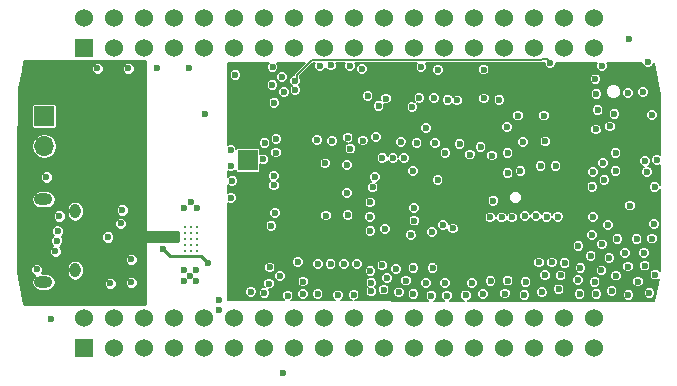
<source format=gbr>
G04 #@! TF.FileFunction,Copper,L2,Inr,Signal*
%FSLAX46Y46*%
G04 Gerber Fmt 4.6, Leading zero omitted, Abs format (unit mm)*
G04 Created by KiCad (PCBNEW 4.0.6) date 10/14/17 16:46:59*
%MOMM*%
%LPD*%
G01*
G04 APERTURE LIST*
%ADD10C,0.100000*%
%ADD11C,0.599440*%
%ADD12O,0.950000X1.250000*%
%ADD13O,1.550000X1.000000*%
%ADD14C,1.524000*%
%ADD15R,1.524000X1.524000*%
%ADD16R,1.700000X1.700000*%
%ADD17O,1.700000X1.700000*%
%ADD18C,0.300000*%
%ADD19C,0.600000*%
%ADD20C,0.508000*%
%ADD21C,0.254000*%
%ADD22C,0.127000*%
G04 APERTURE END LIST*
D10*
D11*
X165608000Y-103530400D03*
X139420600Y-103568500D03*
X139369800Y-102184200D03*
X139395200Y-106222800D03*
X139509500Y-104787700D03*
X141097000Y-114173000D03*
X142227300Y-114287300D03*
X142621000Y-113487200D03*
X142671800Y-112115600D03*
X143535400Y-112852200D03*
X145046700Y-111671100D03*
X145516600Y-113309400D03*
X144195800Y-114503200D03*
X145491200Y-114350800D03*
X146735800Y-114350800D03*
X148437600Y-114477800D03*
X149783800Y-114427000D03*
X151282400Y-114147600D03*
X151282400Y-113411000D03*
X152323800Y-113995200D03*
X153619200Y-114223800D03*
X152603200Y-113030000D03*
X151206200Y-112420400D03*
X170256200Y-96189800D03*
X172999400Y-97332800D03*
X152527000Y-97815400D03*
X142913100Y-95161100D03*
X143713200Y-95999300D03*
X142900400Y-96659700D03*
X143865600Y-97282000D03*
X142240000Y-101574600D03*
X142138400Y-102971600D03*
X143129000Y-107492800D03*
X143205200Y-102387400D03*
X143230600Y-101244400D03*
X146697700Y-101320600D03*
X147967700Y-101409500D03*
X156895800Y-104724200D03*
X154787600Y-103936800D03*
X154876500Y-107086400D03*
X154914600Y-108153200D03*
X152425400Y-108864400D03*
X151180800Y-107823000D03*
X147447000Y-107721400D03*
X149275800Y-107696000D03*
X149225000Y-105816400D03*
X149199600Y-103454200D03*
X149504400Y-102057200D03*
X149275800Y-101117400D03*
X150558500Y-101371400D03*
X151688800Y-101079300D03*
X153771600Y-101498400D03*
X155117800Y-101574600D03*
X161493200Y-102641400D03*
X166878000Y-103543100D03*
X170434000Y-98806000D03*
X171500800Y-100177600D03*
X171958000Y-103949500D03*
X171958000Y-103949500D03*
X171005500Y-104711500D03*
X169989500Y-105283000D03*
X175450500Y-102997000D03*
X174625000Y-104013000D03*
X174294800Y-97282000D03*
X170332400Y-97434400D03*
X173177200Y-106883200D03*
X175260000Y-105308400D03*
X156464000Y-112166400D03*
X156413200Y-109118400D03*
X154838400Y-112166400D03*
X159781240Y-113421160D03*
X161373820Y-113289080D03*
X160748980Y-114368580D03*
X162814000Y-113233200D03*
X162605720Y-114330480D03*
X164236400Y-114452400D03*
X158191200Y-108813600D03*
X164338000Y-113334800D03*
X166014400Y-101447600D03*
X165712140Y-114218720D03*
X167132000Y-113972340D03*
X160528000Y-101904800D03*
X159613600Y-102565200D03*
X163677600Y-99263200D03*
X165996620Y-112778540D03*
X167304720Y-112796320D03*
X156667200Y-101600000D03*
X168783000Y-113192560D03*
X168910000Y-114350800D03*
X162763200Y-100228400D03*
X162814000Y-102412800D03*
X168986200Y-112141000D03*
X165912800Y-99263200D03*
X170185080Y-113329720D03*
X171424600Y-111302800D03*
X169849800Y-111125000D03*
X171983400Y-112816640D03*
X164134800Y-101498400D03*
X170332400Y-114350800D03*
X170764200Y-112369600D03*
X170891200Y-103276400D03*
X170281600Y-100431600D03*
X171627800Y-114122200D03*
X173045120Y-114427000D03*
X173024800Y-112039400D03*
X173857920Y-113309400D03*
X157530800Y-113436400D03*
X174823120Y-114274600D03*
X157683200Y-114503200D03*
X159270700Y-114482880D03*
X175323500Y-112725200D03*
X174421800Y-111963200D03*
X163906200Y-103974900D03*
X171958000Y-102412800D03*
X155905200Y-113436400D03*
X168808400Y-110286800D03*
X169964100Y-109359700D03*
X156362400Y-114503200D03*
X158750000Y-101650800D03*
X154228800Y-113233200D03*
X172770800Y-110896400D03*
X174371000Y-110871000D03*
X170027600Y-104038400D03*
X175196500Y-108458000D03*
X171856400Y-99110800D03*
X175056800Y-109677200D03*
X173736000Y-109728000D03*
X154838400Y-114350800D03*
X172110400Y-109728000D03*
X170789600Y-110159800D03*
X171297600Y-108508800D03*
X170053000Y-107861100D03*
X154051000Y-102870000D03*
X153098500Y-102870000D03*
X152209500Y-102870000D03*
X151574500Y-104457500D03*
X151384000Y-105346500D03*
X163195000Y-107886500D03*
X162306000Y-107886500D03*
X161353500Y-107886500D03*
D12*
X126207500Y-107347500D03*
X126207500Y-112347500D03*
D13*
X123507500Y-106347500D03*
X123507500Y-113347500D03*
D11*
X136525000Y-107061000D03*
X136017000Y-106553000D03*
X135445500Y-107061000D03*
X135445500Y-113284000D03*
X135445500Y-112331500D03*
X135953500Y-112839500D03*
X136461500Y-113284000D03*
X136461500Y-112331500D03*
X132588000Y-109347000D03*
X133223000Y-109728000D03*
X133794500Y-109347000D03*
X141605000Y-107315000D03*
X140589000Y-107315000D03*
X139509500Y-107315000D03*
X139573000Y-108204000D03*
X140589000Y-108204000D03*
X141605000Y-108204000D03*
X141732000Y-110998000D03*
X140970000Y-110998000D03*
X140208000Y-110998000D03*
D14*
X170091100Y-116433600D03*
X170091100Y-118973600D03*
X167551100Y-116433600D03*
X167551100Y-118973600D03*
X165011100Y-116433600D03*
X165011100Y-118973600D03*
X162471100Y-116433600D03*
X162471100Y-118973600D03*
X159931100Y-116433600D03*
X159931100Y-118973600D03*
X157391100Y-116433600D03*
X157391100Y-118973600D03*
X154851100Y-116433600D03*
X154851100Y-118973600D03*
X152311100Y-116433600D03*
X152311100Y-118973600D03*
X149771100Y-116433600D03*
X149771100Y-118973600D03*
X147231100Y-116433600D03*
X147231100Y-118973600D03*
X144691100Y-116433600D03*
X144691100Y-118973600D03*
X142151100Y-116433600D03*
X142151100Y-118973600D03*
X139611100Y-116433600D03*
X139611100Y-118973600D03*
X137071100Y-116433600D03*
X137071100Y-118973600D03*
X134531100Y-116433600D03*
X134531100Y-118973600D03*
X131991100Y-116433600D03*
X131991100Y-118973600D03*
X129451100Y-116433600D03*
X129451100Y-118973600D03*
X126911100Y-116433600D03*
D15*
X126911100Y-118973600D03*
D14*
X170091100Y-91033600D03*
X170091100Y-93573600D03*
X167551100Y-91033600D03*
X167551100Y-93573600D03*
X165011100Y-91033600D03*
X165011100Y-93573600D03*
X162471100Y-91033600D03*
X162471100Y-93573600D03*
X159931100Y-91033600D03*
X159931100Y-93573600D03*
X157391100Y-91033600D03*
X157391100Y-93573600D03*
X154851100Y-91033600D03*
X154851100Y-93573600D03*
X152311100Y-91033600D03*
X152311100Y-93573600D03*
X149771100Y-91033600D03*
X149771100Y-93573600D03*
X147231100Y-91033600D03*
X147231100Y-93573600D03*
X144691100Y-91033600D03*
X144691100Y-93573600D03*
X142151100Y-91033600D03*
X142151100Y-93573600D03*
X139611100Y-91033600D03*
X139611100Y-93573600D03*
X137071100Y-91033600D03*
X137071100Y-93573600D03*
X134531100Y-91033600D03*
X134531100Y-93573600D03*
X131991100Y-91033600D03*
X131991100Y-93573600D03*
X129451100Y-91033600D03*
X129451100Y-93573600D03*
X126911100Y-91033600D03*
D15*
X126911100Y-93573600D03*
D16*
X123571000Y-99314000D03*
D17*
X123571000Y-101854000D03*
D16*
X140843000Y-103060500D03*
D17*
X140843000Y-105600500D03*
D11*
X139446000Y-110998000D03*
D18*
X135493000Y-110212000D03*
X136493000Y-110712000D03*
X135493000Y-109712000D03*
X135493000Y-110712000D03*
X135493000Y-109212000D03*
X135493000Y-108712000D03*
X135993000Y-108712000D03*
X135993000Y-109212000D03*
X135993000Y-109712000D03*
X135993000Y-110212000D03*
X135993000Y-110712000D03*
X136493000Y-110212000D03*
X136493000Y-109712000D03*
X136493000Y-109212000D03*
X136493000Y-108712000D03*
D19*
X161607500Y-106467991D03*
X137223500Y-99123500D03*
X144843500Y-97091500D03*
X147383500Y-103314500D03*
X156908500Y-95377000D03*
X155511500Y-95123000D03*
X151892000Y-98425000D03*
X142811500Y-108585000D03*
X130175000Y-107251500D03*
X122936000Y-112268000D03*
X129159000Y-113474500D03*
X155892500Y-100330000D03*
X157353000Y-108521500D03*
X167068500Y-107827002D03*
X166115812Y-107826316D03*
X165227000Y-107759500D03*
X164274500Y-107759500D03*
X173101000Y-92773500D03*
X130937000Y-113383002D03*
X124147790Y-116517210D03*
X157543500Y-102425500D03*
X162814000Y-104140000D03*
X143764000Y-121077010D03*
X151193500Y-106616500D03*
X130365500Y-105156000D03*
X123571000Y-95313500D03*
X130492500Y-103251000D03*
X130556000Y-100965000D03*
X130746500Y-98552000D03*
X133667500Y-110583500D03*
X137414000Y-111760000D03*
X170815000Y-95059500D03*
X124841000Y-107759500D03*
X174642479Y-100711000D03*
X158750000Y-113220500D03*
X157734000Y-112204500D03*
X139446000Y-114109500D03*
X147845925Y-95016611D03*
X154622500Y-109347000D03*
X152209500Y-111950500D03*
X151193500Y-109029500D03*
X153352500Y-112268000D03*
X165481000Y-111696500D03*
X166560500Y-111696500D03*
X167640000Y-111760000D03*
X174434500Y-103124000D03*
X174688500Y-94742000D03*
X124657553Y-109851890D03*
X124714000Y-109029500D03*
X123761500Y-104457500D03*
X175023490Y-99197813D03*
X156591000Y-97790000D03*
X157734000Y-97917000D03*
X154749500Y-98552000D03*
X155340886Y-97791794D03*
X124525709Y-110749556D03*
X150968870Y-97616990D03*
X138343220Y-115692200D03*
X143011598Y-105168298D03*
X143065500Y-98171000D03*
X138343220Y-114914400D03*
X143011598Y-104390498D03*
X150495000Y-95313500D03*
X144827498Y-96329500D03*
X166433500Y-94805500D03*
X162115500Y-97917000D03*
X160782000Y-95359521D03*
X158559500Y-97980500D03*
X160817077Y-97811112D03*
X149468050Y-95060277D03*
X147828000Y-111823500D03*
X150050500Y-111823500D03*
X148971000Y-111823500D03*
X146748500Y-111823500D03*
X146939000Y-95059500D03*
X130048000Y-108394500D03*
X128968500Y-109537500D03*
X130937000Y-111442500D03*
X139767544Y-95838513D03*
X133158936Y-95249582D03*
X128079500Y-95250000D03*
X130683000Y-95250000D03*
X135826500Y-95250000D03*
D20*
X130746500Y-98552000D02*
X131064000Y-98552000D01*
D21*
X136842500Y-111188500D02*
X134272500Y-111188500D01*
X134272500Y-111188500D02*
X133667500Y-110583500D01*
X137414000Y-111760000D02*
X136842500Y-111188500D01*
D22*
X144970500Y-95821500D02*
X144970500Y-96186498D01*
X144970500Y-96186498D02*
X144827498Y-96329500D01*
X146265899Y-94526101D02*
X144970500Y-95821500D01*
X165668401Y-94526101D02*
X146265899Y-94526101D01*
X165689001Y-94505501D02*
X165668401Y-94526101D01*
X166433500Y-94805500D02*
X166133501Y-94505501D01*
X166133501Y-94505501D02*
X165689001Y-94505501D01*
D21*
G36*
X132143500Y-109029500D02*
X132153506Y-109078910D01*
X132181947Y-109120535D01*
X132224341Y-109147815D01*
X132270500Y-109156500D01*
X134874000Y-109156500D01*
X134874000Y-109855000D01*
X132270500Y-109855000D01*
X132221090Y-109865006D01*
X132179465Y-109893447D01*
X132152185Y-109935841D01*
X132143500Y-109982000D01*
X132143500Y-115189000D01*
X121870704Y-115189000D01*
X121330100Y-112471198D01*
X121330100Y-112377714D01*
X122381904Y-112377714D01*
X122466067Y-112581406D01*
X122621774Y-112737385D01*
X122728211Y-112781581D01*
X122679182Y-112814341D01*
X122515736Y-113058957D01*
X122458341Y-113347500D01*
X122515736Y-113636043D01*
X122679182Y-113880659D01*
X122923798Y-114044105D01*
X123212341Y-114101500D01*
X123802659Y-114101500D01*
X124091202Y-114044105D01*
X124335818Y-113880659D01*
X124499264Y-113636043D01*
X124509573Y-113584214D01*
X128604904Y-113584214D01*
X128689067Y-113787906D01*
X128844774Y-113943885D01*
X129048319Y-114028404D01*
X129268714Y-114028596D01*
X129472406Y-113944433D01*
X129628385Y-113788726D01*
X129712904Y-113585181D01*
X129712984Y-113492716D01*
X130382904Y-113492716D01*
X130467067Y-113696408D01*
X130622774Y-113852387D01*
X130826319Y-113936906D01*
X131046714Y-113937098D01*
X131250406Y-113852935D01*
X131406385Y-113697228D01*
X131490904Y-113493683D01*
X131491096Y-113273288D01*
X131406933Y-113069596D01*
X131251226Y-112913617D01*
X131047681Y-112829098D01*
X130827286Y-112828906D01*
X130623594Y-112913069D01*
X130467615Y-113068776D01*
X130383096Y-113272321D01*
X130382904Y-113492716D01*
X129712984Y-113492716D01*
X129713096Y-113364786D01*
X129628933Y-113161094D01*
X129473226Y-113005115D01*
X129269681Y-112920596D01*
X129049286Y-112920404D01*
X128845594Y-113004567D01*
X128689615Y-113160274D01*
X128605096Y-113363819D01*
X128604904Y-113584214D01*
X124509573Y-113584214D01*
X124556659Y-113347500D01*
X124499264Y-113058957D01*
X124335818Y-112814341D01*
X124091202Y-112650895D01*
X123802659Y-112593500D01*
X123394091Y-112593500D01*
X123405385Y-112582226D01*
X123489904Y-112378681D01*
X123490076Y-112180279D01*
X125478500Y-112180279D01*
X125478500Y-112514721D01*
X125533992Y-112793697D01*
X125692019Y-113030202D01*
X125928524Y-113188229D01*
X126207500Y-113243721D01*
X126486476Y-113188229D01*
X126722981Y-113030202D01*
X126881008Y-112793697D01*
X126936500Y-112514721D01*
X126936500Y-112180279D01*
X126881008Y-111901303D01*
X126722981Y-111664798D01*
X126554487Y-111552214D01*
X130382904Y-111552214D01*
X130467067Y-111755906D01*
X130622774Y-111911885D01*
X130826319Y-111996404D01*
X131046714Y-111996596D01*
X131250406Y-111912433D01*
X131406385Y-111756726D01*
X131490904Y-111553181D01*
X131491096Y-111332786D01*
X131406933Y-111129094D01*
X131251226Y-110973115D01*
X131047681Y-110888596D01*
X130827286Y-110888404D01*
X130623594Y-110972567D01*
X130467615Y-111128274D01*
X130383096Y-111331819D01*
X130382904Y-111552214D01*
X126554487Y-111552214D01*
X126486476Y-111506771D01*
X126207500Y-111451279D01*
X125928524Y-111506771D01*
X125692019Y-111664798D01*
X125533992Y-111901303D01*
X125478500Y-112180279D01*
X123490076Y-112180279D01*
X123490096Y-112158286D01*
X123405933Y-111954594D01*
X123250226Y-111798615D01*
X123046681Y-111714096D01*
X122826286Y-111713904D01*
X122622594Y-111798067D01*
X122466615Y-111953774D01*
X122382096Y-112157319D01*
X122381904Y-112377714D01*
X121330100Y-112377714D01*
X121330100Y-110859270D01*
X123971613Y-110859270D01*
X124055776Y-111062962D01*
X124211483Y-111218941D01*
X124415028Y-111303460D01*
X124635423Y-111303652D01*
X124839115Y-111219489D01*
X124995094Y-111063782D01*
X125079613Y-110860237D01*
X125079805Y-110639842D01*
X124995642Y-110436150D01*
X124907634Y-110347988D01*
X124970959Y-110321823D01*
X125126938Y-110166116D01*
X125211457Y-109962571D01*
X125211649Y-109742176D01*
X125172412Y-109647214D01*
X128414404Y-109647214D01*
X128498567Y-109850906D01*
X128654274Y-110006885D01*
X128857819Y-110091404D01*
X129078214Y-110091596D01*
X129281906Y-110007433D01*
X129437885Y-109851726D01*
X129522404Y-109648181D01*
X129522596Y-109427786D01*
X129438433Y-109224094D01*
X129282726Y-109068115D01*
X129079181Y-108983596D01*
X128858786Y-108983404D01*
X128655094Y-109067567D01*
X128499115Y-109223274D01*
X128414596Y-109426819D01*
X128414404Y-109647214D01*
X125172412Y-109647214D01*
X125127486Y-109538484D01*
X125058008Y-109468884D01*
X125183385Y-109343726D01*
X125267904Y-109140181D01*
X125268096Y-108919786D01*
X125183933Y-108716094D01*
X125028226Y-108560115D01*
X124893602Y-108504214D01*
X129493904Y-108504214D01*
X129578067Y-108707906D01*
X129733774Y-108863885D01*
X129937319Y-108948404D01*
X130157714Y-108948596D01*
X130361406Y-108864433D01*
X130517385Y-108708726D01*
X130601904Y-108505181D01*
X130602096Y-108284786D01*
X130517933Y-108081094D01*
X130362226Y-107925115D01*
X130158681Y-107840596D01*
X129938286Y-107840404D01*
X129734594Y-107924567D01*
X129578615Y-108080274D01*
X129494096Y-108283819D01*
X129493904Y-108504214D01*
X124893602Y-108504214D01*
X124824681Y-108475596D01*
X124604286Y-108475404D01*
X124400594Y-108559567D01*
X124244615Y-108715274D01*
X124160096Y-108918819D01*
X124159904Y-109139214D01*
X124244067Y-109342906D01*
X124313545Y-109412506D01*
X124188168Y-109537664D01*
X124103649Y-109741209D01*
X124103457Y-109961604D01*
X124187620Y-110165296D01*
X124275628Y-110253458D01*
X124212303Y-110279623D01*
X124056324Y-110435330D01*
X123971805Y-110638875D01*
X123971613Y-110859270D01*
X121330100Y-110859270D01*
X121330100Y-107869214D01*
X124286904Y-107869214D01*
X124371067Y-108072906D01*
X124526774Y-108228885D01*
X124730319Y-108313404D01*
X124950714Y-108313596D01*
X125154406Y-108229433D01*
X125310385Y-108073726D01*
X125394904Y-107870181D01*
X125395096Y-107649786D01*
X125310933Y-107446094D01*
X125155226Y-107290115D01*
X124951681Y-107205596D01*
X124731286Y-107205404D01*
X124527594Y-107289567D01*
X124371615Y-107445274D01*
X124287096Y-107648819D01*
X124286904Y-107869214D01*
X121330100Y-107869214D01*
X121330100Y-107180279D01*
X125478500Y-107180279D01*
X125478500Y-107514721D01*
X125533992Y-107793697D01*
X125692019Y-108030202D01*
X125928524Y-108188229D01*
X126207500Y-108243721D01*
X126486476Y-108188229D01*
X126722981Y-108030202D01*
X126881008Y-107793697D01*
X126936500Y-107514721D01*
X126936500Y-107361214D01*
X129620904Y-107361214D01*
X129705067Y-107564906D01*
X129860774Y-107720885D01*
X130064319Y-107805404D01*
X130284714Y-107805596D01*
X130488406Y-107721433D01*
X130644385Y-107565726D01*
X130728904Y-107362181D01*
X130729096Y-107141786D01*
X130644933Y-106938094D01*
X130489226Y-106782115D01*
X130285681Y-106697596D01*
X130065286Y-106697404D01*
X129861594Y-106781567D01*
X129705615Y-106937274D01*
X129621096Y-107140819D01*
X129620904Y-107361214D01*
X126936500Y-107361214D01*
X126936500Y-107180279D01*
X126881008Y-106901303D01*
X126722981Y-106664798D01*
X126486476Y-106506771D01*
X126207500Y-106451279D01*
X125928524Y-106506771D01*
X125692019Y-106664798D01*
X125533992Y-106901303D01*
X125478500Y-107180279D01*
X121330100Y-107180279D01*
X121330100Y-106411623D01*
X121330881Y-106347500D01*
X122458341Y-106347500D01*
X122515736Y-106636043D01*
X122679182Y-106880659D01*
X122923798Y-107044105D01*
X123212341Y-107101500D01*
X123802659Y-107101500D01*
X124091202Y-107044105D01*
X124335818Y-106880659D01*
X124499264Y-106636043D01*
X124556659Y-106347500D01*
X124499264Y-106058957D01*
X124335818Y-105814341D01*
X124091202Y-105650895D01*
X123802659Y-105593500D01*
X123212341Y-105593500D01*
X122923798Y-105650895D01*
X122679182Y-105814341D01*
X122515736Y-106058957D01*
X122458341Y-106347500D01*
X121330881Y-106347500D01*
X121352591Y-104567214D01*
X123207404Y-104567214D01*
X123291567Y-104770906D01*
X123447274Y-104926885D01*
X123650819Y-105011404D01*
X123871214Y-105011596D01*
X124074906Y-104927433D01*
X124230885Y-104771726D01*
X124315404Y-104568181D01*
X124315596Y-104347786D01*
X124231433Y-104144094D01*
X124075726Y-103988115D01*
X123872181Y-103903596D01*
X123651786Y-103903404D01*
X123448094Y-103987567D01*
X123292115Y-104143274D01*
X123207596Y-104346819D01*
X123207404Y-104567214D01*
X121352591Y-104567214D01*
X121385680Y-101854000D01*
X122445371Y-101854000D01*
X122529408Y-102276483D01*
X122768725Y-102634646D01*
X123126888Y-102873963D01*
X123549371Y-102958000D01*
X123592629Y-102958000D01*
X124015112Y-102873963D01*
X124373275Y-102634646D01*
X124612592Y-102276483D01*
X124696629Y-101854000D01*
X124612592Y-101431517D01*
X124373275Y-101073354D01*
X124015112Y-100834037D01*
X123592629Y-100750000D01*
X123549371Y-100750000D01*
X123126888Y-100834037D01*
X122768725Y-101073354D01*
X122529408Y-101431517D01*
X122445371Y-101854000D01*
X121385680Y-101854000D01*
X121427022Y-98464000D01*
X122462024Y-98464000D01*
X122462024Y-100164000D01*
X122479735Y-100258127D01*
X122535364Y-100344576D01*
X122620244Y-100402572D01*
X122721000Y-100422976D01*
X124421000Y-100422976D01*
X124515127Y-100405265D01*
X124601576Y-100349636D01*
X124659572Y-100264756D01*
X124679976Y-100164000D01*
X124679976Y-98464000D01*
X124662265Y-98369873D01*
X124606636Y-98283424D01*
X124521756Y-98225428D01*
X124421000Y-98205024D01*
X122721000Y-98205024D01*
X122626873Y-98222735D01*
X122540424Y-98278364D01*
X122482428Y-98363244D01*
X122462024Y-98464000D01*
X121427022Y-98464000D01*
X121445409Y-96956307D01*
X121762990Y-95359714D01*
X127525404Y-95359714D01*
X127609567Y-95563406D01*
X127765274Y-95719385D01*
X127968819Y-95803904D01*
X128189214Y-95804096D01*
X128392906Y-95719933D01*
X128548885Y-95564226D01*
X128633404Y-95360681D01*
X128633404Y-95359714D01*
X130128904Y-95359714D01*
X130213067Y-95563406D01*
X130368774Y-95719385D01*
X130572319Y-95803904D01*
X130792714Y-95804096D01*
X130996406Y-95719933D01*
X131152385Y-95564226D01*
X131236904Y-95360681D01*
X131237096Y-95140286D01*
X131152933Y-94936594D01*
X130997226Y-94780615D01*
X130793681Y-94696096D01*
X130573286Y-94695904D01*
X130369594Y-94780067D01*
X130213615Y-94935774D01*
X130129096Y-95139319D01*
X130128904Y-95359714D01*
X128633404Y-95359714D01*
X128633596Y-95140286D01*
X128549433Y-94936594D01*
X128393726Y-94780615D01*
X128190181Y-94696096D01*
X127969786Y-94695904D01*
X127766094Y-94780067D01*
X127610115Y-94935774D01*
X127525596Y-95139319D01*
X127525404Y-95359714D01*
X121762990Y-95359714D01*
X121911123Y-94615000D01*
X132143500Y-94615000D01*
X132143500Y-109029500D01*
X132143500Y-109029500D01*
G37*
X132143500Y-109029500D02*
X132153506Y-109078910D01*
X132181947Y-109120535D01*
X132224341Y-109147815D01*
X132270500Y-109156500D01*
X134874000Y-109156500D01*
X134874000Y-109855000D01*
X132270500Y-109855000D01*
X132221090Y-109865006D01*
X132179465Y-109893447D01*
X132152185Y-109935841D01*
X132143500Y-109982000D01*
X132143500Y-115189000D01*
X121870704Y-115189000D01*
X121330100Y-112471198D01*
X121330100Y-112377714D01*
X122381904Y-112377714D01*
X122466067Y-112581406D01*
X122621774Y-112737385D01*
X122728211Y-112781581D01*
X122679182Y-112814341D01*
X122515736Y-113058957D01*
X122458341Y-113347500D01*
X122515736Y-113636043D01*
X122679182Y-113880659D01*
X122923798Y-114044105D01*
X123212341Y-114101500D01*
X123802659Y-114101500D01*
X124091202Y-114044105D01*
X124335818Y-113880659D01*
X124499264Y-113636043D01*
X124509573Y-113584214D01*
X128604904Y-113584214D01*
X128689067Y-113787906D01*
X128844774Y-113943885D01*
X129048319Y-114028404D01*
X129268714Y-114028596D01*
X129472406Y-113944433D01*
X129628385Y-113788726D01*
X129712904Y-113585181D01*
X129712984Y-113492716D01*
X130382904Y-113492716D01*
X130467067Y-113696408D01*
X130622774Y-113852387D01*
X130826319Y-113936906D01*
X131046714Y-113937098D01*
X131250406Y-113852935D01*
X131406385Y-113697228D01*
X131490904Y-113493683D01*
X131491096Y-113273288D01*
X131406933Y-113069596D01*
X131251226Y-112913617D01*
X131047681Y-112829098D01*
X130827286Y-112828906D01*
X130623594Y-112913069D01*
X130467615Y-113068776D01*
X130383096Y-113272321D01*
X130382904Y-113492716D01*
X129712984Y-113492716D01*
X129713096Y-113364786D01*
X129628933Y-113161094D01*
X129473226Y-113005115D01*
X129269681Y-112920596D01*
X129049286Y-112920404D01*
X128845594Y-113004567D01*
X128689615Y-113160274D01*
X128605096Y-113363819D01*
X128604904Y-113584214D01*
X124509573Y-113584214D01*
X124556659Y-113347500D01*
X124499264Y-113058957D01*
X124335818Y-112814341D01*
X124091202Y-112650895D01*
X123802659Y-112593500D01*
X123394091Y-112593500D01*
X123405385Y-112582226D01*
X123489904Y-112378681D01*
X123490076Y-112180279D01*
X125478500Y-112180279D01*
X125478500Y-112514721D01*
X125533992Y-112793697D01*
X125692019Y-113030202D01*
X125928524Y-113188229D01*
X126207500Y-113243721D01*
X126486476Y-113188229D01*
X126722981Y-113030202D01*
X126881008Y-112793697D01*
X126936500Y-112514721D01*
X126936500Y-112180279D01*
X126881008Y-111901303D01*
X126722981Y-111664798D01*
X126554487Y-111552214D01*
X130382904Y-111552214D01*
X130467067Y-111755906D01*
X130622774Y-111911885D01*
X130826319Y-111996404D01*
X131046714Y-111996596D01*
X131250406Y-111912433D01*
X131406385Y-111756726D01*
X131490904Y-111553181D01*
X131491096Y-111332786D01*
X131406933Y-111129094D01*
X131251226Y-110973115D01*
X131047681Y-110888596D01*
X130827286Y-110888404D01*
X130623594Y-110972567D01*
X130467615Y-111128274D01*
X130383096Y-111331819D01*
X130382904Y-111552214D01*
X126554487Y-111552214D01*
X126486476Y-111506771D01*
X126207500Y-111451279D01*
X125928524Y-111506771D01*
X125692019Y-111664798D01*
X125533992Y-111901303D01*
X125478500Y-112180279D01*
X123490076Y-112180279D01*
X123490096Y-112158286D01*
X123405933Y-111954594D01*
X123250226Y-111798615D01*
X123046681Y-111714096D01*
X122826286Y-111713904D01*
X122622594Y-111798067D01*
X122466615Y-111953774D01*
X122382096Y-112157319D01*
X122381904Y-112377714D01*
X121330100Y-112377714D01*
X121330100Y-110859270D01*
X123971613Y-110859270D01*
X124055776Y-111062962D01*
X124211483Y-111218941D01*
X124415028Y-111303460D01*
X124635423Y-111303652D01*
X124839115Y-111219489D01*
X124995094Y-111063782D01*
X125079613Y-110860237D01*
X125079805Y-110639842D01*
X124995642Y-110436150D01*
X124907634Y-110347988D01*
X124970959Y-110321823D01*
X125126938Y-110166116D01*
X125211457Y-109962571D01*
X125211649Y-109742176D01*
X125172412Y-109647214D01*
X128414404Y-109647214D01*
X128498567Y-109850906D01*
X128654274Y-110006885D01*
X128857819Y-110091404D01*
X129078214Y-110091596D01*
X129281906Y-110007433D01*
X129437885Y-109851726D01*
X129522404Y-109648181D01*
X129522596Y-109427786D01*
X129438433Y-109224094D01*
X129282726Y-109068115D01*
X129079181Y-108983596D01*
X128858786Y-108983404D01*
X128655094Y-109067567D01*
X128499115Y-109223274D01*
X128414596Y-109426819D01*
X128414404Y-109647214D01*
X125172412Y-109647214D01*
X125127486Y-109538484D01*
X125058008Y-109468884D01*
X125183385Y-109343726D01*
X125267904Y-109140181D01*
X125268096Y-108919786D01*
X125183933Y-108716094D01*
X125028226Y-108560115D01*
X124893602Y-108504214D01*
X129493904Y-108504214D01*
X129578067Y-108707906D01*
X129733774Y-108863885D01*
X129937319Y-108948404D01*
X130157714Y-108948596D01*
X130361406Y-108864433D01*
X130517385Y-108708726D01*
X130601904Y-108505181D01*
X130602096Y-108284786D01*
X130517933Y-108081094D01*
X130362226Y-107925115D01*
X130158681Y-107840596D01*
X129938286Y-107840404D01*
X129734594Y-107924567D01*
X129578615Y-108080274D01*
X129494096Y-108283819D01*
X129493904Y-108504214D01*
X124893602Y-108504214D01*
X124824681Y-108475596D01*
X124604286Y-108475404D01*
X124400594Y-108559567D01*
X124244615Y-108715274D01*
X124160096Y-108918819D01*
X124159904Y-109139214D01*
X124244067Y-109342906D01*
X124313545Y-109412506D01*
X124188168Y-109537664D01*
X124103649Y-109741209D01*
X124103457Y-109961604D01*
X124187620Y-110165296D01*
X124275628Y-110253458D01*
X124212303Y-110279623D01*
X124056324Y-110435330D01*
X123971805Y-110638875D01*
X123971613Y-110859270D01*
X121330100Y-110859270D01*
X121330100Y-107869214D01*
X124286904Y-107869214D01*
X124371067Y-108072906D01*
X124526774Y-108228885D01*
X124730319Y-108313404D01*
X124950714Y-108313596D01*
X125154406Y-108229433D01*
X125310385Y-108073726D01*
X125394904Y-107870181D01*
X125395096Y-107649786D01*
X125310933Y-107446094D01*
X125155226Y-107290115D01*
X124951681Y-107205596D01*
X124731286Y-107205404D01*
X124527594Y-107289567D01*
X124371615Y-107445274D01*
X124287096Y-107648819D01*
X124286904Y-107869214D01*
X121330100Y-107869214D01*
X121330100Y-107180279D01*
X125478500Y-107180279D01*
X125478500Y-107514721D01*
X125533992Y-107793697D01*
X125692019Y-108030202D01*
X125928524Y-108188229D01*
X126207500Y-108243721D01*
X126486476Y-108188229D01*
X126722981Y-108030202D01*
X126881008Y-107793697D01*
X126936500Y-107514721D01*
X126936500Y-107361214D01*
X129620904Y-107361214D01*
X129705067Y-107564906D01*
X129860774Y-107720885D01*
X130064319Y-107805404D01*
X130284714Y-107805596D01*
X130488406Y-107721433D01*
X130644385Y-107565726D01*
X130728904Y-107362181D01*
X130729096Y-107141786D01*
X130644933Y-106938094D01*
X130489226Y-106782115D01*
X130285681Y-106697596D01*
X130065286Y-106697404D01*
X129861594Y-106781567D01*
X129705615Y-106937274D01*
X129621096Y-107140819D01*
X129620904Y-107361214D01*
X126936500Y-107361214D01*
X126936500Y-107180279D01*
X126881008Y-106901303D01*
X126722981Y-106664798D01*
X126486476Y-106506771D01*
X126207500Y-106451279D01*
X125928524Y-106506771D01*
X125692019Y-106664798D01*
X125533992Y-106901303D01*
X125478500Y-107180279D01*
X121330100Y-107180279D01*
X121330100Y-106411623D01*
X121330881Y-106347500D01*
X122458341Y-106347500D01*
X122515736Y-106636043D01*
X122679182Y-106880659D01*
X122923798Y-107044105D01*
X123212341Y-107101500D01*
X123802659Y-107101500D01*
X124091202Y-107044105D01*
X124335818Y-106880659D01*
X124499264Y-106636043D01*
X124556659Y-106347500D01*
X124499264Y-106058957D01*
X124335818Y-105814341D01*
X124091202Y-105650895D01*
X123802659Y-105593500D01*
X123212341Y-105593500D01*
X122923798Y-105650895D01*
X122679182Y-105814341D01*
X122515736Y-106058957D01*
X122458341Y-106347500D01*
X121330881Y-106347500D01*
X121352591Y-104567214D01*
X123207404Y-104567214D01*
X123291567Y-104770906D01*
X123447274Y-104926885D01*
X123650819Y-105011404D01*
X123871214Y-105011596D01*
X124074906Y-104927433D01*
X124230885Y-104771726D01*
X124315404Y-104568181D01*
X124315596Y-104347786D01*
X124231433Y-104144094D01*
X124075726Y-103988115D01*
X123872181Y-103903596D01*
X123651786Y-103903404D01*
X123448094Y-103987567D01*
X123292115Y-104143274D01*
X123207596Y-104346819D01*
X123207404Y-104567214D01*
X121352591Y-104567214D01*
X121385680Y-101854000D01*
X122445371Y-101854000D01*
X122529408Y-102276483D01*
X122768725Y-102634646D01*
X123126888Y-102873963D01*
X123549371Y-102958000D01*
X123592629Y-102958000D01*
X124015112Y-102873963D01*
X124373275Y-102634646D01*
X124612592Y-102276483D01*
X124696629Y-101854000D01*
X124612592Y-101431517D01*
X124373275Y-101073354D01*
X124015112Y-100834037D01*
X123592629Y-100750000D01*
X123549371Y-100750000D01*
X123126888Y-100834037D01*
X122768725Y-101073354D01*
X122529408Y-101431517D01*
X122445371Y-101854000D01*
X121385680Y-101854000D01*
X121427022Y-98464000D01*
X122462024Y-98464000D01*
X122462024Y-100164000D01*
X122479735Y-100258127D01*
X122535364Y-100344576D01*
X122620244Y-100402572D01*
X122721000Y-100422976D01*
X124421000Y-100422976D01*
X124515127Y-100405265D01*
X124601576Y-100349636D01*
X124659572Y-100264756D01*
X124679976Y-100164000D01*
X124679976Y-98464000D01*
X124662265Y-98369873D01*
X124606636Y-98283424D01*
X124521756Y-98225428D01*
X124421000Y-98205024D01*
X122721000Y-98205024D01*
X122626873Y-98222735D01*
X122540424Y-98278364D01*
X122482428Y-98363244D01*
X122462024Y-98464000D01*
X121427022Y-98464000D01*
X121445409Y-96956307D01*
X121762990Y-95359714D01*
X127525404Y-95359714D01*
X127609567Y-95563406D01*
X127765274Y-95719385D01*
X127968819Y-95803904D01*
X128189214Y-95804096D01*
X128392906Y-95719933D01*
X128548885Y-95564226D01*
X128633404Y-95360681D01*
X128633404Y-95359714D01*
X130128904Y-95359714D01*
X130213067Y-95563406D01*
X130368774Y-95719385D01*
X130572319Y-95803904D01*
X130792714Y-95804096D01*
X130996406Y-95719933D01*
X131152385Y-95564226D01*
X131236904Y-95360681D01*
X131237096Y-95140286D01*
X131152933Y-94936594D01*
X130997226Y-94780615D01*
X130793681Y-94696096D01*
X130573286Y-94695904D01*
X130369594Y-94780067D01*
X130213615Y-94935774D01*
X130129096Y-95139319D01*
X130128904Y-95359714D01*
X128633404Y-95359714D01*
X128633596Y-95140286D01*
X128549433Y-94936594D01*
X128393726Y-94780615D01*
X128190181Y-94696096D01*
X127969786Y-94695904D01*
X127766094Y-94780067D01*
X127610115Y-94935774D01*
X127525596Y-95139319D01*
X127525404Y-95359714D01*
X121762990Y-95359714D01*
X121911123Y-94615000D01*
X132143500Y-94615000D01*
X132143500Y-109029500D01*
D22*
G36*
X142497754Y-94883050D02*
X142422965Y-95063161D01*
X142422795Y-95258183D01*
X142497269Y-95438425D01*
X142635050Y-95576446D01*
X142815161Y-95651235D01*
X143010183Y-95651405D01*
X143190425Y-95576931D01*
X143328446Y-95439150D01*
X143403235Y-95259039D01*
X143403405Y-95064017D01*
X143328931Y-94883775D01*
X143250792Y-94805500D01*
X145627290Y-94805500D01*
X144790895Y-95641895D01*
X144735835Y-95724298D01*
X144716500Y-95821500D01*
X144716500Y-95844642D01*
X144550015Y-95913432D01*
X144411915Y-96051292D01*
X144337084Y-96231506D01*
X144336913Y-96426638D01*
X144411430Y-96606983D01*
X144522814Y-96718560D01*
X144427917Y-96813292D01*
X144353086Y-96993506D01*
X144352925Y-97177704D01*
X144281431Y-97004675D01*
X144143650Y-96866654D01*
X143963539Y-96791865D01*
X143768517Y-96791695D01*
X143588275Y-96866169D01*
X143450254Y-97003950D01*
X143375465Y-97184061D01*
X143375295Y-97379083D01*
X143449769Y-97559325D01*
X143587550Y-97697346D01*
X143767661Y-97772135D01*
X143962683Y-97772305D01*
X144103482Y-97714128D01*
X150478285Y-97714128D01*
X150552802Y-97894473D01*
X150690662Y-98032573D01*
X150870876Y-98107404D01*
X151066008Y-98107575D01*
X151246353Y-98033058D01*
X151384453Y-97895198D01*
X151459284Y-97714984D01*
X151459455Y-97519852D01*
X151384938Y-97339507D01*
X151247078Y-97201407D01*
X151066864Y-97126576D01*
X150871732Y-97126405D01*
X150691387Y-97200922D01*
X150553287Y-97338782D01*
X150478456Y-97518996D01*
X150478285Y-97714128D01*
X144103482Y-97714128D01*
X144142925Y-97697831D01*
X144280946Y-97560050D01*
X144355735Y-97379939D01*
X144355895Y-97195851D01*
X144427432Y-97368983D01*
X144565292Y-97507083D01*
X144745506Y-97581914D01*
X144940638Y-97582085D01*
X145120983Y-97507568D01*
X145259083Y-97369708D01*
X145333914Y-97189494D01*
X145334085Y-96994362D01*
X145259568Y-96814017D01*
X145148184Y-96702440D01*
X145243081Y-96607708D01*
X145317912Y-96427494D01*
X145318035Y-96286883D01*
X169765895Y-96286883D01*
X169840369Y-96467125D01*
X169978150Y-96605146D01*
X170158261Y-96679935D01*
X170353283Y-96680105D01*
X170533525Y-96605631D01*
X170671546Y-96467850D01*
X170746335Y-96287739D01*
X170746505Y-96092717D01*
X170672031Y-95912475D01*
X170534250Y-95774454D01*
X170354139Y-95699665D01*
X170159117Y-95699495D01*
X169978875Y-95773969D01*
X169840854Y-95911750D01*
X169766065Y-96091861D01*
X169765895Y-96286883D01*
X145318035Y-96286883D01*
X145318083Y-96232362D01*
X145243566Y-96052017D01*
X145224500Y-96032918D01*
X145224500Y-95926710D01*
X146345710Y-94805500D01*
X146513365Y-94805500D01*
X146448586Y-94961506D01*
X146448415Y-95156638D01*
X146522932Y-95336983D01*
X146660792Y-95475083D01*
X146841006Y-95549914D01*
X147036138Y-95550085D01*
X147216483Y-95475568D01*
X147354583Y-95337708D01*
X147401345Y-95225091D01*
X147429857Y-95294094D01*
X147567717Y-95432194D01*
X147747931Y-95507025D01*
X147943063Y-95507196D01*
X148123408Y-95432679D01*
X148261508Y-95294819D01*
X148336339Y-95114605D01*
X148336510Y-94919473D01*
X148289418Y-94805500D01*
X149042738Y-94805500D01*
X148977636Y-94962283D01*
X148977465Y-95157415D01*
X149051982Y-95337760D01*
X149189842Y-95475860D01*
X149370056Y-95550691D01*
X149565188Y-95550862D01*
X149745533Y-95476345D01*
X149811354Y-95410638D01*
X150004415Y-95410638D01*
X150078932Y-95590983D01*
X150216792Y-95729083D01*
X150397006Y-95803914D01*
X150592138Y-95804085D01*
X150772483Y-95729568D01*
X150910583Y-95591708D01*
X150985414Y-95411494D01*
X150985585Y-95216362D01*
X150911068Y-95036017D01*
X150773208Y-94897917D01*
X150592994Y-94823086D01*
X150397862Y-94822915D01*
X150217517Y-94897432D01*
X150079417Y-95035292D01*
X150004586Y-95215506D01*
X150004415Y-95410638D01*
X149811354Y-95410638D01*
X149883633Y-95338485D01*
X149958464Y-95158271D01*
X149958635Y-94963139D01*
X149893500Y-94805500D01*
X155135278Y-94805500D01*
X155095917Y-94844792D01*
X155021086Y-95025006D01*
X155020915Y-95220138D01*
X155095432Y-95400483D01*
X155233292Y-95538583D01*
X155413506Y-95613414D01*
X155608638Y-95613585D01*
X155788983Y-95539068D01*
X155854026Y-95474138D01*
X156417915Y-95474138D01*
X156492432Y-95654483D01*
X156630292Y-95792583D01*
X156810506Y-95867414D01*
X157005638Y-95867585D01*
X157185983Y-95793068D01*
X157324083Y-95655208D01*
X157398914Y-95474994D01*
X157398930Y-95456659D01*
X160291415Y-95456659D01*
X160365932Y-95637004D01*
X160503792Y-95775104D01*
X160684006Y-95849935D01*
X160879138Y-95850106D01*
X161059483Y-95775589D01*
X161197583Y-95637729D01*
X161272414Y-95457515D01*
X161272585Y-95262383D01*
X161198068Y-95082038D01*
X161060208Y-94943938D01*
X160879994Y-94869107D01*
X160684862Y-94868936D01*
X160504517Y-94943453D01*
X160366417Y-95081313D01*
X160291586Y-95261527D01*
X160291415Y-95456659D01*
X157398930Y-95456659D01*
X157399085Y-95279862D01*
X157324568Y-95099517D01*
X157186708Y-94961417D01*
X157006494Y-94886586D01*
X156811362Y-94886415D01*
X156631017Y-94960932D01*
X156492917Y-95098792D01*
X156418086Y-95279006D01*
X156417915Y-95474138D01*
X155854026Y-95474138D01*
X155927083Y-95401208D01*
X156001914Y-95220994D01*
X156002085Y-95025862D01*
X155927568Y-94845517D01*
X155887621Y-94805500D01*
X165943000Y-94805500D01*
X165942915Y-94902638D01*
X166017432Y-95082983D01*
X166155292Y-95221083D01*
X166335506Y-95295914D01*
X166530638Y-95296085D01*
X166710983Y-95221568D01*
X166849083Y-95083708D01*
X166923914Y-94903494D01*
X166924000Y-94805500D01*
X170389365Y-94805500D01*
X170324586Y-94961506D01*
X170324415Y-95156638D01*
X170398932Y-95336983D01*
X170536792Y-95475083D01*
X170717006Y-95549914D01*
X170912138Y-95550085D01*
X171092483Y-95475568D01*
X171230583Y-95337708D01*
X171305414Y-95157494D01*
X171305585Y-94962362D01*
X171240771Y-94805500D01*
X174197944Y-94805500D01*
X174197915Y-94839138D01*
X174272432Y-95019483D01*
X174410292Y-95157583D01*
X174590506Y-95232414D01*
X174785638Y-95232585D01*
X174965983Y-95158068D01*
X175104083Y-95020208D01*
X175178914Y-94839994D01*
X175178944Y-94805500D01*
X175193713Y-94805500D01*
X175735600Y-97529752D01*
X175735600Y-102588716D01*
X175728550Y-102581654D01*
X175548439Y-102506865D01*
X175353417Y-102506695D01*
X175173175Y-102581169D01*
X175035154Y-102718950D01*
X174960365Y-102899061D01*
X174960195Y-103094083D01*
X175034669Y-103274325D01*
X175172450Y-103412346D01*
X175352561Y-103487135D01*
X175547583Y-103487305D01*
X175727825Y-103412831D01*
X175735600Y-103405070D01*
X175735600Y-105175728D01*
X175675831Y-105031075D01*
X175538050Y-104893054D01*
X175357939Y-104818265D01*
X175162917Y-104818095D01*
X174982675Y-104892569D01*
X174844654Y-105030350D01*
X174769865Y-105210461D01*
X174769695Y-105405483D01*
X174844169Y-105585725D01*
X174981950Y-105723746D01*
X175162061Y-105798535D01*
X175357083Y-105798705D01*
X175537325Y-105724231D01*
X175675346Y-105586450D01*
X175735600Y-105441343D01*
X175735600Y-112444138D01*
X175601550Y-112309854D01*
X175421439Y-112235065D01*
X175226417Y-112234895D01*
X175046175Y-112309369D01*
X174908154Y-112447150D01*
X174833365Y-112627261D01*
X174833195Y-112822283D01*
X174907669Y-113002525D01*
X175045450Y-113140546D01*
X175225561Y-113215335D01*
X175420583Y-113215505D01*
X175600825Y-113141031D01*
X175604294Y-113137568D01*
X175235804Y-114990092D01*
X159452109Y-114938342D01*
X159548025Y-114898711D01*
X159686046Y-114760930D01*
X159760835Y-114580819D01*
X159760935Y-114465663D01*
X160258675Y-114465663D01*
X160333149Y-114645905D01*
X160470930Y-114783926D01*
X160651041Y-114858715D01*
X160846063Y-114858885D01*
X161026305Y-114784411D01*
X161164326Y-114646630D01*
X161239115Y-114466519D01*
X161239148Y-114427563D01*
X162115415Y-114427563D01*
X162189889Y-114607805D01*
X162327670Y-114745826D01*
X162507781Y-114820615D01*
X162702803Y-114820785D01*
X162883045Y-114746311D01*
X163021066Y-114608530D01*
X163045584Y-114549483D01*
X163746095Y-114549483D01*
X163820569Y-114729725D01*
X163958350Y-114867746D01*
X164138461Y-114942535D01*
X164333483Y-114942705D01*
X164513725Y-114868231D01*
X164651746Y-114730450D01*
X164726535Y-114550339D01*
X164726705Y-114355317D01*
X164710379Y-114315803D01*
X165221835Y-114315803D01*
X165296309Y-114496045D01*
X165434090Y-114634066D01*
X165614201Y-114708855D01*
X165809223Y-114709025D01*
X165989465Y-114634551D01*
X166127486Y-114496770D01*
X166202275Y-114316659D01*
X166202445Y-114121637D01*
X166180871Y-114069423D01*
X166641695Y-114069423D01*
X166716169Y-114249665D01*
X166853950Y-114387686D01*
X167034061Y-114462475D01*
X167229083Y-114462645D01*
X167264809Y-114447883D01*
X168419695Y-114447883D01*
X168494169Y-114628125D01*
X168631950Y-114766146D01*
X168812061Y-114840935D01*
X169007083Y-114841105D01*
X169187325Y-114766631D01*
X169325346Y-114628850D01*
X169400135Y-114448739D01*
X169400135Y-114447883D01*
X169842095Y-114447883D01*
X169916569Y-114628125D01*
X170054350Y-114766146D01*
X170234461Y-114840935D01*
X170429483Y-114841105D01*
X170609725Y-114766631D01*
X170747746Y-114628850D01*
X170822535Y-114448739D01*
X170822705Y-114253717D01*
X170808478Y-114219283D01*
X171137495Y-114219283D01*
X171211969Y-114399525D01*
X171349750Y-114537546D01*
X171529861Y-114612335D01*
X171724883Y-114612505D01*
X171905125Y-114538031D01*
X171919097Y-114524083D01*
X172554815Y-114524083D01*
X172629289Y-114704325D01*
X172767070Y-114842346D01*
X172947181Y-114917135D01*
X173142203Y-114917305D01*
X173322445Y-114842831D01*
X173460466Y-114705050D01*
X173535255Y-114524939D01*
X173535388Y-114371683D01*
X174332815Y-114371683D01*
X174407289Y-114551925D01*
X174545070Y-114689946D01*
X174725181Y-114764735D01*
X174920203Y-114764905D01*
X175100445Y-114690431D01*
X175238466Y-114552650D01*
X175313255Y-114372539D01*
X175313425Y-114177517D01*
X175238951Y-113997275D01*
X175101170Y-113859254D01*
X174921059Y-113784465D01*
X174726037Y-113784295D01*
X174545795Y-113858769D01*
X174407774Y-113996550D01*
X174332985Y-114176661D01*
X174332815Y-114371683D01*
X173535388Y-114371683D01*
X173535425Y-114329917D01*
X173460951Y-114149675D01*
X173323170Y-114011654D01*
X173143059Y-113936865D01*
X172948037Y-113936695D01*
X172767795Y-114011169D01*
X172629774Y-114148950D01*
X172554985Y-114329061D01*
X172554815Y-114524083D01*
X171919097Y-114524083D01*
X172043146Y-114400250D01*
X172117935Y-114220139D01*
X172118105Y-114025117D01*
X172043631Y-113844875D01*
X171905850Y-113706854D01*
X171725739Y-113632065D01*
X171530717Y-113631895D01*
X171350475Y-113706369D01*
X171212454Y-113844150D01*
X171137665Y-114024261D01*
X171137495Y-114219283D01*
X170808478Y-114219283D01*
X170748231Y-114073475D01*
X170610450Y-113935454D01*
X170430339Y-113860665D01*
X170235317Y-113860495D01*
X170055075Y-113934969D01*
X169917054Y-114072750D01*
X169842265Y-114252861D01*
X169842095Y-114447883D01*
X169400135Y-114447883D01*
X169400305Y-114253717D01*
X169325831Y-114073475D01*
X169188050Y-113935454D01*
X169007939Y-113860665D01*
X168812917Y-113860495D01*
X168632675Y-113934969D01*
X168494654Y-114072750D01*
X168419865Y-114252861D01*
X168419695Y-114447883D01*
X167264809Y-114447883D01*
X167409325Y-114388171D01*
X167547346Y-114250390D01*
X167622135Y-114070279D01*
X167622305Y-113875257D01*
X167547831Y-113695015D01*
X167410050Y-113556994D01*
X167229939Y-113482205D01*
X167034917Y-113482035D01*
X166854675Y-113556509D01*
X166716654Y-113694290D01*
X166641865Y-113874401D01*
X166641695Y-114069423D01*
X166180871Y-114069423D01*
X166127971Y-113941395D01*
X165990190Y-113803374D01*
X165810079Y-113728585D01*
X165615057Y-113728415D01*
X165434815Y-113802889D01*
X165296794Y-113940670D01*
X165222005Y-114120781D01*
X165221835Y-114315803D01*
X164710379Y-114315803D01*
X164652231Y-114175075D01*
X164514450Y-114037054D01*
X164334339Y-113962265D01*
X164139317Y-113962095D01*
X163959075Y-114036569D01*
X163821054Y-114174350D01*
X163746265Y-114354461D01*
X163746095Y-114549483D01*
X163045584Y-114549483D01*
X163095855Y-114428419D01*
X163096025Y-114233397D01*
X163021551Y-114053155D01*
X162883770Y-113915134D01*
X162703659Y-113840345D01*
X162508637Y-113840175D01*
X162328395Y-113914649D01*
X162190374Y-114052430D01*
X162115585Y-114232541D01*
X162115415Y-114427563D01*
X161239148Y-114427563D01*
X161239285Y-114271497D01*
X161164811Y-114091255D01*
X161027030Y-113953234D01*
X160846919Y-113878445D01*
X160651897Y-113878275D01*
X160471655Y-113952749D01*
X160333634Y-114090530D01*
X160258845Y-114270641D01*
X160258675Y-114465663D01*
X159760935Y-114465663D01*
X159761005Y-114385797D01*
X159686531Y-114205555D01*
X159548750Y-114067534D01*
X159368639Y-113992745D01*
X159173617Y-113992575D01*
X158993375Y-114067049D01*
X158855354Y-114204830D01*
X158780565Y-114384941D01*
X158780395Y-114579963D01*
X158854869Y-114760205D01*
X158992650Y-114898226D01*
X159086373Y-114937143D01*
X157925898Y-114933339D01*
X157960525Y-114919031D01*
X158098546Y-114781250D01*
X158173335Y-114601139D01*
X158173505Y-114406117D01*
X158099031Y-114225875D01*
X157961250Y-114087854D01*
X157781139Y-114013065D01*
X157586117Y-114012895D01*
X157405875Y-114087369D01*
X157267854Y-114225150D01*
X157193065Y-114405261D01*
X157192895Y-114600283D01*
X157267369Y-114780525D01*
X157405150Y-114918546D01*
X157436913Y-114931735D01*
X156615496Y-114929042D01*
X156639725Y-114919031D01*
X156777746Y-114781250D01*
X156852535Y-114601139D01*
X156852705Y-114406117D01*
X156778231Y-114225875D01*
X156640450Y-114087854D01*
X156460339Y-114013065D01*
X156265317Y-114012895D01*
X156085075Y-114087369D01*
X155947054Y-114225150D01*
X155872265Y-114405261D01*
X155872095Y-114600283D01*
X155946569Y-114780525D01*
X156084350Y-114918546D01*
X156105601Y-114927370D01*
X149905719Y-114907043D01*
X150061125Y-114842831D01*
X150199146Y-114705050D01*
X150273935Y-114524939D01*
X150274105Y-114329917D01*
X150199631Y-114149675D01*
X150061850Y-114011654D01*
X149881739Y-113936865D01*
X149686717Y-113936695D01*
X149506475Y-114011169D01*
X149368454Y-114148950D01*
X149293665Y-114329061D01*
X149293495Y-114524083D01*
X149367969Y-114704325D01*
X149505750Y-114842346D01*
X149659614Y-114906236D01*
X148692095Y-114903064D01*
X148714925Y-114893631D01*
X148852946Y-114755850D01*
X148927735Y-114575739D01*
X148927905Y-114380717D01*
X148853431Y-114200475D01*
X148715650Y-114062454D01*
X148535539Y-113987665D01*
X148340517Y-113987495D01*
X148160275Y-114061969D01*
X148022254Y-114199750D01*
X147947465Y-114379861D01*
X147947295Y-114574883D01*
X148021769Y-114755125D01*
X148159550Y-114893146D01*
X148179387Y-114901383D01*
X144502879Y-114889329D01*
X144611146Y-114781250D01*
X144685935Y-114601139D01*
X144686068Y-114447883D01*
X145000895Y-114447883D01*
X145075369Y-114628125D01*
X145213150Y-114766146D01*
X145393261Y-114840935D01*
X145588283Y-114841105D01*
X145768525Y-114766631D01*
X145906546Y-114628850D01*
X145981335Y-114448739D01*
X145981335Y-114447883D01*
X146245495Y-114447883D01*
X146319969Y-114628125D01*
X146457750Y-114766146D01*
X146637861Y-114840935D01*
X146832883Y-114841105D01*
X147013125Y-114766631D01*
X147151146Y-114628850D01*
X147225935Y-114448739D01*
X147226105Y-114253717D01*
X147151631Y-114073475D01*
X147013850Y-113935454D01*
X146833739Y-113860665D01*
X146638717Y-113860495D01*
X146458475Y-113934969D01*
X146320454Y-114072750D01*
X146245665Y-114252861D01*
X146245495Y-114447883D01*
X145981335Y-114447883D01*
X145981505Y-114253717D01*
X145907031Y-114073475D01*
X145769250Y-113935454D01*
X145589139Y-113860665D01*
X145394117Y-113860495D01*
X145213875Y-113934969D01*
X145075854Y-114072750D01*
X145001065Y-114252861D01*
X145000895Y-114447883D01*
X144686068Y-114447883D01*
X144686105Y-114406117D01*
X144611631Y-114225875D01*
X144473850Y-114087854D01*
X144293739Y-114013065D01*
X144098717Y-114012895D01*
X143918475Y-114087369D01*
X143780454Y-114225150D01*
X143705665Y-114405261D01*
X143705495Y-114600283D01*
X143779969Y-114780525D01*
X143886566Y-114887308D01*
X139128500Y-114871708D01*
X139128500Y-114270083D01*
X140606695Y-114270083D01*
X140681169Y-114450325D01*
X140818950Y-114588346D01*
X140999061Y-114663135D01*
X141194083Y-114663305D01*
X141374325Y-114588831D01*
X141512346Y-114451050D01*
X141540028Y-114384383D01*
X141736995Y-114384383D01*
X141811469Y-114564625D01*
X141949250Y-114702646D01*
X142129361Y-114777435D01*
X142324383Y-114777605D01*
X142504625Y-114703131D01*
X142642646Y-114565350D01*
X142717435Y-114385239D01*
X142717605Y-114190217D01*
X142643131Y-114009975D01*
X142610624Y-113977411D01*
X142718083Y-113977505D01*
X142898325Y-113903031D01*
X143036346Y-113765250D01*
X143111135Y-113585139D01*
X143111290Y-113406483D01*
X145026295Y-113406483D01*
X145100769Y-113586725D01*
X145238550Y-113724746D01*
X145418661Y-113799535D01*
X145613683Y-113799705D01*
X145793925Y-113725231D01*
X145931946Y-113587450D01*
X145964902Y-113508083D01*
X150792095Y-113508083D01*
X150866569Y-113688325D01*
X150957423Y-113779338D01*
X150867054Y-113869550D01*
X150792265Y-114049661D01*
X150792095Y-114244683D01*
X150866569Y-114424925D01*
X151004350Y-114562946D01*
X151184461Y-114637735D01*
X151379483Y-114637905D01*
X151559725Y-114563431D01*
X151697746Y-114425650D01*
X151772535Y-114245539D01*
X151772668Y-114092283D01*
X151833495Y-114092283D01*
X151907969Y-114272525D01*
X152045750Y-114410546D01*
X152225861Y-114485335D01*
X152420883Y-114485505D01*
X152601125Y-114411031D01*
X152691430Y-114320883D01*
X153128895Y-114320883D01*
X153203369Y-114501125D01*
X153341150Y-114639146D01*
X153521261Y-114713935D01*
X153716283Y-114714105D01*
X153896525Y-114639631D01*
X154034546Y-114501850D01*
X154056955Y-114447883D01*
X154348095Y-114447883D01*
X154422569Y-114628125D01*
X154560350Y-114766146D01*
X154740461Y-114840935D01*
X154935483Y-114841105D01*
X155115725Y-114766631D01*
X155253746Y-114628850D01*
X155328535Y-114448739D01*
X155328705Y-114253717D01*
X155254231Y-114073475D01*
X155116450Y-113935454D01*
X154936339Y-113860665D01*
X154741317Y-113860495D01*
X154561075Y-113934969D01*
X154423054Y-114072750D01*
X154348265Y-114252861D01*
X154348095Y-114447883D01*
X154056955Y-114447883D01*
X154109335Y-114321739D01*
X154109505Y-114126717D01*
X154035031Y-113946475D01*
X153897250Y-113808454D01*
X153717139Y-113733665D01*
X153522117Y-113733495D01*
X153341875Y-113807969D01*
X153203854Y-113945750D01*
X153129065Y-114125861D01*
X153128895Y-114320883D01*
X152691430Y-114320883D01*
X152739146Y-114273250D01*
X152813935Y-114093139D01*
X152814105Y-113898117D01*
X152739631Y-113717875D01*
X152601850Y-113579854D01*
X152421739Y-113505065D01*
X152226717Y-113504895D01*
X152046475Y-113579369D01*
X151908454Y-113717150D01*
X151833665Y-113897261D01*
X151833495Y-114092283D01*
X151772668Y-114092283D01*
X151772705Y-114050517D01*
X151698231Y-113870275D01*
X151607377Y-113779262D01*
X151697746Y-113689050D01*
X151772535Y-113508939D01*
X151772705Y-113313917D01*
X151698231Y-113133675D01*
X151691651Y-113127083D01*
X152112895Y-113127083D01*
X152187369Y-113307325D01*
X152325150Y-113445346D01*
X152505261Y-113520135D01*
X152700283Y-113520305D01*
X152880525Y-113445831D01*
X152996274Y-113330283D01*
X153738495Y-113330283D01*
X153812969Y-113510525D01*
X153950750Y-113648546D01*
X154130861Y-113723335D01*
X154325883Y-113723505D01*
X154506125Y-113649031D01*
X154621874Y-113533483D01*
X155414895Y-113533483D01*
X155489369Y-113713725D01*
X155627150Y-113851746D01*
X155807261Y-113926535D01*
X156002283Y-113926705D01*
X156182525Y-113852231D01*
X156320546Y-113714450D01*
X156395335Y-113534339D01*
X156395335Y-113533483D01*
X157040495Y-113533483D01*
X157114969Y-113713725D01*
X157252750Y-113851746D01*
X157432861Y-113926535D01*
X157627883Y-113926705D01*
X157808125Y-113852231D01*
X157946146Y-113714450D01*
X158020935Y-113534339D01*
X158020949Y-113518243D01*
X159290935Y-113518243D01*
X159365409Y-113698485D01*
X159503190Y-113836506D01*
X159683301Y-113911295D01*
X159878323Y-113911465D01*
X160058565Y-113836991D01*
X160196586Y-113699210D01*
X160271375Y-113519099D01*
X160271490Y-113386163D01*
X160883515Y-113386163D01*
X160957989Y-113566405D01*
X161095770Y-113704426D01*
X161275881Y-113779215D01*
X161470903Y-113779385D01*
X161651145Y-113704911D01*
X161789166Y-113567130D01*
X161863955Y-113387019D01*
X161864004Y-113330283D01*
X162323695Y-113330283D01*
X162398169Y-113510525D01*
X162535950Y-113648546D01*
X162716061Y-113723335D01*
X162911083Y-113723505D01*
X163091325Y-113649031D01*
X163229346Y-113511250D01*
X163262302Y-113431883D01*
X163847695Y-113431883D01*
X163922169Y-113612125D01*
X164059950Y-113750146D01*
X164240061Y-113824935D01*
X164435083Y-113825105D01*
X164615325Y-113750631D01*
X164753346Y-113612850D01*
X164828135Y-113432739D01*
X164828259Y-113289643D01*
X168292695Y-113289643D01*
X168367169Y-113469885D01*
X168504950Y-113607906D01*
X168685061Y-113682695D01*
X168880083Y-113682865D01*
X169060325Y-113608391D01*
X169198346Y-113470610D01*
X169216536Y-113426803D01*
X169694775Y-113426803D01*
X169769249Y-113607045D01*
X169907030Y-113745066D01*
X170087141Y-113819855D01*
X170282163Y-113820025D01*
X170462405Y-113745551D01*
X170600426Y-113607770D01*
X170675215Y-113427659D01*
X170675233Y-113406483D01*
X173367615Y-113406483D01*
X173442089Y-113586725D01*
X173579870Y-113724746D01*
X173759981Y-113799535D01*
X173955003Y-113799705D01*
X174135245Y-113725231D01*
X174273266Y-113587450D01*
X174348055Y-113407339D01*
X174348225Y-113212317D01*
X174273751Y-113032075D01*
X174135970Y-112894054D01*
X173955859Y-112819265D01*
X173760837Y-112819095D01*
X173580595Y-112893569D01*
X173442574Y-113031350D01*
X173367785Y-113211461D01*
X173367615Y-113406483D01*
X170675233Y-113406483D01*
X170675385Y-113232637D01*
X170600911Y-113052395D01*
X170463130Y-112914374D01*
X170461563Y-112913723D01*
X171493095Y-112913723D01*
X171567569Y-113093965D01*
X171705350Y-113231986D01*
X171885461Y-113306775D01*
X172080483Y-113306945D01*
X172260725Y-113232471D01*
X172398746Y-113094690D01*
X172473535Y-112914579D01*
X172473705Y-112719557D01*
X172399231Y-112539315D01*
X172261450Y-112401294D01*
X172081339Y-112326505D01*
X171886317Y-112326335D01*
X171706075Y-112400809D01*
X171568054Y-112538590D01*
X171493265Y-112718701D01*
X171493095Y-112913723D01*
X170461563Y-112913723D01*
X170283019Y-112839585D01*
X170087997Y-112839415D01*
X169907755Y-112913889D01*
X169769734Y-113051670D01*
X169694945Y-113231781D01*
X169694775Y-113426803D01*
X169216536Y-113426803D01*
X169273135Y-113290499D01*
X169273305Y-113095477D01*
X169198831Y-112915235D01*
X169061050Y-112777214D01*
X168880939Y-112702425D01*
X168685917Y-112702255D01*
X168505675Y-112776729D01*
X168367654Y-112914510D01*
X168292865Y-113094621D01*
X168292695Y-113289643D01*
X164828259Y-113289643D01*
X164828305Y-113237717D01*
X164753831Y-113057475D01*
X164616050Y-112919454D01*
X164510494Y-112875623D01*
X165506315Y-112875623D01*
X165580789Y-113055865D01*
X165718570Y-113193886D01*
X165898681Y-113268675D01*
X166093703Y-113268845D01*
X166273945Y-113194371D01*
X166411966Y-113056590D01*
X166479727Y-112893403D01*
X166814415Y-112893403D01*
X166888889Y-113073645D01*
X167026670Y-113211666D01*
X167206781Y-113286455D01*
X167401803Y-113286625D01*
X167582045Y-113212151D01*
X167720066Y-113074370D01*
X167794855Y-112894259D01*
X167795025Y-112699237D01*
X167720551Y-112518995D01*
X167582770Y-112380974D01*
X167402659Y-112306185D01*
X167207637Y-112306015D01*
X167027395Y-112380489D01*
X166889374Y-112518270D01*
X166814585Y-112698381D01*
X166814415Y-112893403D01*
X166479727Y-112893403D01*
X166486755Y-112876479D01*
X166486925Y-112681457D01*
X166412451Y-112501215D01*
X166274670Y-112363194D01*
X166094559Y-112288405D01*
X165899537Y-112288235D01*
X165719295Y-112362709D01*
X165581274Y-112500490D01*
X165506485Y-112680601D01*
X165506315Y-112875623D01*
X164510494Y-112875623D01*
X164435939Y-112844665D01*
X164240917Y-112844495D01*
X164060675Y-112918969D01*
X163922654Y-113056750D01*
X163847865Y-113236861D01*
X163847695Y-113431883D01*
X163262302Y-113431883D01*
X163304135Y-113331139D01*
X163304305Y-113136117D01*
X163229831Y-112955875D01*
X163092050Y-112817854D01*
X162911939Y-112743065D01*
X162716917Y-112742895D01*
X162536675Y-112817369D01*
X162398654Y-112955150D01*
X162323865Y-113135261D01*
X162323695Y-113330283D01*
X161864004Y-113330283D01*
X161864125Y-113191997D01*
X161789651Y-113011755D01*
X161651870Y-112873734D01*
X161471759Y-112798945D01*
X161276737Y-112798775D01*
X161096495Y-112873249D01*
X160958474Y-113011030D01*
X160883685Y-113191141D01*
X160883515Y-113386163D01*
X160271490Y-113386163D01*
X160271545Y-113324077D01*
X160197071Y-113143835D01*
X160059290Y-113005814D01*
X159879179Y-112931025D01*
X159684157Y-112930855D01*
X159503915Y-113005329D01*
X159365894Y-113143110D01*
X159291105Y-113323221D01*
X159290935Y-113518243D01*
X158020949Y-113518243D01*
X158021105Y-113339317D01*
X157946631Y-113159075D01*
X157808850Y-113021054D01*
X157628739Y-112946265D01*
X157433717Y-112946095D01*
X157253475Y-113020569D01*
X157115454Y-113158350D01*
X157040665Y-113338461D01*
X157040495Y-113533483D01*
X156395335Y-113533483D01*
X156395505Y-113339317D01*
X156321031Y-113159075D01*
X156183250Y-113021054D01*
X156003139Y-112946265D01*
X155808117Y-112946095D01*
X155627875Y-113020569D01*
X155489854Y-113158350D01*
X155415065Y-113338461D01*
X155414895Y-113533483D01*
X154621874Y-113533483D01*
X154644146Y-113511250D01*
X154718935Y-113331139D01*
X154719105Y-113136117D01*
X154644631Y-112955875D01*
X154506850Y-112817854D01*
X154326739Y-112743065D01*
X154131717Y-112742895D01*
X153951475Y-112817369D01*
X153813454Y-112955150D01*
X153738665Y-113135261D01*
X153738495Y-113330283D01*
X152996274Y-113330283D01*
X153018546Y-113308050D01*
X153093335Y-113127939D01*
X153093505Y-112932917D01*
X153019031Y-112752675D01*
X152881250Y-112614654D01*
X152701139Y-112539865D01*
X152506117Y-112539695D01*
X152325875Y-112614169D01*
X152187854Y-112751950D01*
X152113065Y-112932061D01*
X152112895Y-113127083D01*
X151691651Y-113127083D01*
X151560450Y-112995654D01*
X151380339Y-112920865D01*
X151185317Y-112920695D01*
X151005075Y-112995169D01*
X150867054Y-113132950D01*
X150792265Y-113313061D01*
X150792095Y-113508083D01*
X145964902Y-113508083D01*
X146006735Y-113407339D01*
X146006905Y-113212317D01*
X145932431Y-113032075D01*
X145794650Y-112894054D01*
X145614539Y-112819265D01*
X145419517Y-112819095D01*
X145239275Y-112893569D01*
X145101254Y-113031350D01*
X145026465Y-113211461D01*
X145026295Y-113406483D01*
X143111290Y-113406483D01*
X143111305Y-113390117D01*
X143036831Y-113209875D01*
X142899050Y-113071854D01*
X142718939Y-112997065D01*
X142523917Y-112996895D01*
X142343675Y-113071369D01*
X142205654Y-113209150D01*
X142130865Y-113389261D01*
X142130695Y-113584283D01*
X142205169Y-113764525D01*
X142237676Y-113797089D01*
X142130217Y-113796995D01*
X141949975Y-113871469D01*
X141811954Y-114009250D01*
X141737165Y-114189361D01*
X141736995Y-114384383D01*
X141540028Y-114384383D01*
X141587135Y-114270939D01*
X141587305Y-114075917D01*
X141512831Y-113895675D01*
X141375050Y-113757654D01*
X141194939Y-113682865D01*
X140999917Y-113682695D01*
X140819675Y-113757169D01*
X140681654Y-113894950D01*
X140606865Y-114075061D01*
X140606695Y-114270083D01*
X139128500Y-114270083D01*
X139128500Y-112949283D01*
X143045095Y-112949283D01*
X143119569Y-113129525D01*
X143257350Y-113267546D01*
X143437461Y-113342335D01*
X143632483Y-113342505D01*
X143812725Y-113268031D01*
X143950746Y-113130250D01*
X144025535Y-112950139D01*
X144025705Y-112755117D01*
X143951231Y-112574875D01*
X143893939Y-112517483D01*
X150715895Y-112517483D01*
X150790369Y-112697725D01*
X150928150Y-112835746D01*
X151108261Y-112910535D01*
X151303283Y-112910705D01*
X151483525Y-112836231D01*
X151621546Y-112698450D01*
X151696335Y-112518339D01*
X151696505Y-112323317D01*
X151622031Y-112143075D01*
X151526760Y-112047638D01*
X151718915Y-112047638D01*
X151793432Y-112227983D01*
X151931292Y-112366083D01*
X152111506Y-112440914D01*
X152306638Y-112441085D01*
X152486983Y-112366568D01*
X152488415Y-112365138D01*
X152861915Y-112365138D01*
X152936432Y-112545483D01*
X153074292Y-112683583D01*
X153254506Y-112758414D01*
X153449638Y-112758585D01*
X153629983Y-112684068D01*
X153768083Y-112546208D01*
X153842914Y-112365994D01*
X153843003Y-112263483D01*
X154348095Y-112263483D01*
X154422569Y-112443725D01*
X154560350Y-112581746D01*
X154740461Y-112656535D01*
X154935483Y-112656705D01*
X155115725Y-112582231D01*
X155253746Y-112444450D01*
X155328535Y-112264339D01*
X155328535Y-112263483D01*
X155973695Y-112263483D01*
X156048169Y-112443725D01*
X156185950Y-112581746D01*
X156366061Y-112656535D01*
X156561083Y-112656705D01*
X156741325Y-112582231D01*
X156879346Y-112444450D01*
X156954135Y-112264339D01*
X156954305Y-112069317D01*
X156879831Y-111889075D01*
X156784560Y-111793638D01*
X164990415Y-111793638D01*
X165064932Y-111973983D01*
X165202792Y-112112083D01*
X165383006Y-112186914D01*
X165578138Y-112187085D01*
X165758483Y-112112568D01*
X165896583Y-111974708D01*
X165971414Y-111794494D01*
X165971414Y-111793638D01*
X166069915Y-111793638D01*
X166144432Y-111973983D01*
X166282292Y-112112083D01*
X166462506Y-112186914D01*
X166657638Y-112187085D01*
X166837983Y-112112568D01*
X166976083Y-111974708D01*
X167024902Y-111857138D01*
X167149415Y-111857138D01*
X167223932Y-112037483D01*
X167361792Y-112175583D01*
X167542006Y-112250414D01*
X167737138Y-112250585D01*
X167767395Y-112238083D01*
X168495895Y-112238083D01*
X168570369Y-112418325D01*
X168708150Y-112556346D01*
X168888261Y-112631135D01*
X169083283Y-112631305D01*
X169263525Y-112556831D01*
X169353830Y-112466683D01*
X170273895Y-112466683D01*
X170348369Y-112646925D01*
X170486150Y-112784946D01*
X170666261Y-112859735D01*
X170861283Y-112859905D01*
X171041525Y-112785431D01*
X171179546Y-112647650D01*
X171254335Y-112467539D01*
X171254505Y-112272517D01*
X171198298Y-112136483D01*
X172534495Y-112136483D01*
X172608969Y-112316725D01*
X172746750Y-112454746D01*
X172926861Y-112529535D01*
X173121883Y-112529705D01*
X173302125Y-112455231D01*
X173440146Y-112317450D01*
X173514935Y-112137339D01*
X173515002Y-112060283D01*
X173931495Y-112060283D01*
X174005969Y-112240525D01*
X174143750Y-112378546D01*
X174323861Y-112453335D01*
X174518883Y-112453505D01*
X174699125Y-112379031D01*
X174837146Y-112241250D01*
X174911935Y-112061139D01*
X174912105Y-111866117D01*
X174837631Y-111685875D01*
X174699850Y-111547854D01*
X174519739Y-111473065D01*
X174324717Y-111472895D01*
X174144475Y-111547369D01*
X174006454Y-111685150D01*
X173931665Y-111865261D01*
X173931495Y-112060283D01*
X173515002Y-112060283D01*
X173515105Y-111942317D01*
X173440631Y-111762075D01*
X173302850Y-111624054D01*
X173122739Y-111549265D01*
X172927717Y-111549095D01*
X172747475Y-111623569D01*
X172609454Y-111761350D01*
X172534665Y-111941461D01*
X172534495Y-112136483D01*
X171198298Y-112136483D01*
X171180031Y-112092275D01*
X171042250Y-111954254D01*
X170862139Y-111879465D01*
X170667117Y-111879295D01*
X170486875Y-111953769D01*
X170348854Y-112091550D01*
X170274065Y-112271661D01*
X170273895Y-112466683D01*
X169353830Y-112466683D01*
X169401546Y-112419050D01*
X169476335Y-112238939D01*
X169476505Y-112043917D01*
X169402031Y-111863675D01*
X169264250Y-111725654D01*
X169084139Y-111650865D01*
X168889117Y-111650695D01*
X168708875Y-111725169D01*
X168570854Y-111862950D01*
X168496065Y-112043061D01*
X168495895Y-112238083D01*
X167767395Y-112238083D01*
X167917483Y-112176068D01*
X168055583Y-112038208D01*
X168130414Y-111857994D01*
X168130585Y-111662862D01*
X168056068Y-111482517D01*
X167918208Y-111344417D01*
X167737994Y-111269586D01*
X167542862Y-111269415D01*
X167362517Y-111343932D01*
X167224417Y-111481792D01*
X167149586Y-111662006D01*
X167149415Y-111857138D01*
X167024902Y-111857138D01*
X167050914Y-111794494D01*
X167051085Y-111599362D01*
X166976568Y-111419017D01*
X166838708Y-111280917D01*
X166697020Y-111222083D01*
X169359495Y-111222083D01*
X169433969Y-111402325D01*
X169571750Y-111540346D01*
X169751861Y-111615135D01*
X169946883Y-111615305D01*
X170127125Y-111540831D01*
X170265146Y-111403050D01*
X170266461Y-111399883D01*
X170934295Y-111399883D01*
X171008769Y-111580125D01*
X171146550Y-111718146D01*
X171326661Y-111792935D01*
X171521683Y-111793105D01*
X171701925Y-111718631D01*
X171839946Y-111580850D01*
X171914735Y-111400739D01*
X171914905Y-111205717D01*
X171840431Y-111025475D01*
X171808495Y-110993483D01*
X172280495Y-110993483D01*
X172354969Y-111173725D01*
X172492750Y-111311746D01*
X172672861Y-111386535D01*
X172867883Y-111386705D01*
X173048125Y-111312231D01*
X173186146Y-111174450D01*
X173260935Y-110994339D01*
X173260957Y-110968083D01*
X173880695Y-110968083D01*
X173955169Y-111148325D01*
X174092950Y-111286346D01*
X174273061Y-111361135D01*
X174468083Y-111361305D01*
X174648325Y-111286831D01*
X174786346Y-111149050D01*
X174861135Y-110968939D01*
X174861305Y-110773917D01*
X174786831Y-110593675D01*
X174649050Y-110455654D01*
X174468939Y-110380865D01*
X174273917Y-110380695D01*
X174093675Y-110455169D01*
X173955654Y-110592950D01*
X173880865Y-110773061D01*
X173880695Y-110968083D01*
X173260957Y-110968083D01*
X173261105Y-110799317D01*
X173186631Y-110619075D01*
X173048850Y-110481054D01*
X172868739Y-110406265D01*
X172673717Y-110406095D01*
X172493475Y-110480569D01*
X172355454Y-110618350D01*
X172280665Y-110798461D01*
X172280495Y-110993483D01*
X171808495Y-110993483D01*
X171702650Y-110887454D01*
X171522539Y-110812665D01*
X171327517Y-110812495D01*
X171147275Y-110886969D01*
X171009254Y-111024750D01*
X170934465Y-111204861D01*
X170934295Y-111399883D01*
X170266461Y-111399883D01*
X170339935Y-111222939D01*
X170340105Y-111027917D01*
X170265631Y-110847675D01*
X170127850Y-110709654D01*
X169947739Y-110634865D01*
X169752717Y-110634695D01*
X169572475Y-110709169D01*
X169434454Y-110846950D01*
X169359665Y-111027061D01*
X169359495Y-111222083D01*
X166697020Y-111222083D01*
X166658494Y-111206086D01*
X166463362Y-111205915D01*
X166283017Y-111280432D01*
X166144917Y-111418292D01*
X166070086Y-111598506D01*
X166069915Y-111793638D01*
X165971414Y-111793638D01*
X165971585Y-111599362D01*
X165897068Y-111419017D01*
X165759208Y-111280917D01*
X165578994Y-111206086D01*
X165383862Y-111205915D01*
X165203517Y-111280432D01*
X165065417Y-111418292D01*
X164990586Y-111598506D01*
X164990415Y-111793638D01*
X156784560Y-111793638D01*
X156742050Y-111751054D01*
X156561939Y-111676265D01*
X156366917Y-111676095D01*
X156186675Y-111750569D01*
X156048654Y-111888350D01*
X155973865Y-112068461D01*
X155973695Y-112263483D01*
X155328535Y-112263483D01*
X155328705Y-112069317D01*
X155254231Y-111889075D01*
X155116450Y-111751054D01*
X154936339Y-111676265D01*
X154741317Y-111676095D01*
X154561075Y-111750569D01*
X154423054Y-111888350D01*
X154348265Y-112068461D01*
X154348095Y-112263483D01*
X153843003Y-112263483D01*
X153843085Y-112170862D01*
X153768568Y-111990517D01*
X153630708Y-111852417D01*
X153450494Y-111777586D01*
X153255362Y-111777415D01*
X153075017Y-111851932D01*
X152936917Y-111989792D01*
X152862086Y-112170006D01*
X152861915Y-112365138D01*
X152488415Y-112365138D01*
X152625083Y-112228708D01*
X152699914Y-112048494D01*
X152700085Y-111853362D01*
X152625568Y-111673017D01*
X152487708Y-111534917D01*
X152307494Y-111460086D01*
X152112362Y-111459915D01*
X151932017Y-111534432D01*
X151793917Y-111672292D01*
X151719086Y-111852506D01*
X151718915Y-112047638D01*
X151526760Y-112047638D01*
X151484250Y-112005054D01*
X151304139Y-111930265D01*
X151109117Y-111930095D01*
X150928875Y-112004569D01*
X150790854Y-112142350D01*
X150716065Y-112322461D01*
X150715895Y-112517483D01*
X143893939Y-112517483D01*
X143813450Y-112436854D01*
X143633339Y-112362065D01*
X143438317Y-112361895D01*
X143258075Y-112436369D01*
X143120054Y-112574150D01*
X143045265Y-112754261D01*
X143045095Y-112949283D01*
X139128500Y-112949283D01*
X139128500Y-112212683D01*
X142181495Y-112212683D01*
X142255969Y-112392925D01*
X142393750Y-112530946D01*
X142573861Y-112605735D01*
X142768883Y-112605905D01*
X142949125Y-112531431D01*
X143087146Y-112393650D01*
X143161935Y-112213539D01*
X143162105Y-112018517D01*
X143087631Y-111838275D01*
X143017661Y-111768183D01*
X144556395Y-111768183D01*
X144630869Y-111948425D01*
X144768650Y-112086446D01*
X144948761Y-112161235D01*
X145143783Y-112161405D01*
X145324025Y-112086931D01*
X145462046Y-111949150D01*
X145473885Y-111920638D01*
X146257915Y-111920638D01*
X146332432Y-112100983D01*
X146470292Y-112239083D01*
X146650506Y-112313914D01*
X146845638Y-112314085D01*
X147025983Y-112239568D01*
X147164083Y-112101708D01*
X147238914Y-111921494D01*
X147238914Y-111920638D01*
X147337415Y-111920638D01*
X147411932Y-112100983D01*
X147549792Y-112239083D01*
X147730006Y-112313914D01*
X147925138Y-112314085D01*
X148105483Y-112239568D01*
X148243583Y-112101708D01*
X148318414Y-111921494D01*
X148318414Y-111920638D01*
X148480415Y-111920638D01*
X148554932Y-112100983D01*
X148692792Y-112239083D01*
X148873006Y-112313914D01*
X149068138Y-112314085D01*
X149248483Y-112239568D01*
X149386583Y-112101708D01*
X149461414Y-111921494D01*
X149461414Y-111920638D01*
X149559915Y-111920638D01*
X149634432Y-112100983D01*
X149772292Y-112239083D01*
X149952506Y-112313914D01*
X150147638Y-112314085D01*
X150327983Y-112239568D01*
X150466083Y-112101708D01*
X150540914Y-111921494D01*
X150541085Y-111726362D01*
X150466568Y-111546017D01*
X150328708Y-111407917D01*
X150148494Y-111333086D01*
X149953362Y-111332915D01*
X149773017Y-111407432D01*
X149634917Y-111545292D01*
X149560086Y-111725506D01*
X149559915Y-111920638D01*
X149461414Y-111920638D01*
X149461585Y-111726362D01*
X149387068Y-111546017D01*
X149249208Y-111407917D01*
X149068994Y-111333086D01*
X148873862Y-111332915D01*
X148693517Y-111407432D01*
X148555417Y-111545292D01*
X148480586Y-111725506D01*
X148480415Y-111920638D01*
X148318414Y-111920638D01*
X148318585Y-111726362D01*
X148244068Y-111546017D01*
X148106208Y-111407917D01*
X147925994Y-111333086D01*
X147730862Y-111332915D01*
X147550517Y-111407432D01*
X147412417Y-111545292D01*
X147337586Y-111725506D01*
X147337415Y-111920638D01*
X147238914Y-111920638D01*
X147239085Y-111726362D01*
X147164568Y-111546017D01*
X147026708Y-111407917D01*
X146846494Y-111333086D01*
X146651362Y-111332915D01*
X146471017Y-111407432D01*
X146332917Y-111545292D01*
X146258086Y-111725506D01*
X146257915Y-111920638D01*
X145473885Y-111920638D01*
X145536835Y-111769039D01*
X145537005Y-111574017D01*
X145462531Y-111393775D01*
X145324750Y-111255754D01*
X145144639Y-111180965D01*
X144949617Y-111180795D01*
X144769375Y-111255269D01*
X144631354Y-111393050D01*
X144556565Y-111573161D01*
X144556395Y-111768183D01*
X143017661Y-111768183D01*
X142949850Y-111700254D01*
X142769739Y-111625465D01*
X142574717Y-111625295D01*
X142394475Y-111699769D01*
X142256454Y-111837550D01*
X142181665Y-112017661D01*
X142181495Y-112212683D01*
X139128500Y-112212683D01*
X139128500Y-110383883D01*
X168318095Y-110383883D01*
X168392569Y-110564125D01*
X168530350Y-110702146D01*
X168710461Y-110776935D01*
X168905483Y-110777105D01*
X169085725Y-110702631D01*
X169223746Y-110564850D01*
X169298535Y-110384739D01*
X169298646Y-110256883D01*
X170299295Y-110256883D01*
X170373769Y-110437125D01*
X170511550Y-110575146D01*
X170691661Y-110649935D01*
X170886683Y-110650105D01*
X171066925Y-110575631D01*
X171204946Y-110437850D01*
X171279735Y-110257739D01*
X171279905Y-110062717D01*
X171205431Y-109882475D01*
X171148139Y-109825083D01*
X171620095Y-109825083D01*
X171694569Y-110005325D01*
X171832350Y-110143346D01*
X172012461Y-110218135D01*
X172207483Y-110218305D01*
X172387725Y-110143831D01*
X172525746Y-110006050D01*
X172600535Y-109825939D01*
X172600535Y-109825083D01*
X173245695Y-109825083D01*
X173320169Y-110005325D01*
X173457950Y-110143346D01*
X173638061Y-110218135D01*
X173833083Y-110218305D01*
X174013325Y-110143831D01*
X174151346Y-110006050D01*
X174226135Y-109825939D01*
X174226180Y-109774283D01*
X174566495Y-109774283D01*
X174640969Y-109954525D01*
X174778750Y-110092546D01*
X174958861Y-110167335D01*
X175153883Y-110167505D01*
X175334125Y-110093031D01*
X175472146Y-109955250D01*
X175546935Y-109775139D01*
X175547105Y-109580117D01*
X175472631Y-109399875D01*
X175334850Y-109261854D01*
X175154739Y-109187065D01*
X174959717Y-109186895D01*
X174779475Y-109261369D01*
X174641454Y-109399150D01*
X174566665Y-109579261D01*
X174566495Y-109774283D01*
X174226180Y-109774283D01*
X174226305Y-109630917D01*
X174151831Y-109450675D01*
X174014050Y-109312654D01*
X173833939Y-109237865D01*
X173638917Y-109237695D01*
X173458675Y-109312169D01*
X173320654Y-109449950D01*
X173245865Y-109630061D01*
X173245695Y-109825083D01*
X172600535Y-109825083D01*
X172600705Y-109630917D01*
X172526231Y-109450675D01*
X172388450Y-109312654D01*
X172208339Y-109237865D01*
X172013317Y-109237695D01*
X171833075Y-109312169D01*
X171695054Y-109449950D01*
X171620265Y-109630061D01*
X171620095Y-109825083D01*
X171148139Y-109825083D01*
X171067650Y-109744454D01*
X170887539Y-109669665D01*
X170692517Y-109669495D01*
X170512275Y-109743969D01*
X170374254Y-109881750D01*
X170299465Y-110061861D01*
X170299295Y-110256883D01*
X169298646Y-110256883D01*
X169298705Y-110189717D01*
X169224231Y-110009475D01*
X169086450Y-109871454D01*
X168906339Y-109796665D01*
X168711317Y-109796495D01*
X168531075Y-109870969D01*
X168393054Y-110008750D01*
X168318265Y-110188861D01*
X168318095Y-110383883D01*
X139128500Y-110383883D01*
X139128500Y-109126638D01*
X150702915Y-109126638D01*
X150777432Y-109306983D01*
X150915292Y-109445083D01*
X151095506Y-109519914D01*
X151290638Y-109520085D01*
X151470983Y-109445568D01*
X151472415Y-109444138D01*
X154131915Y-109444138D01*
X154206432Y-109624483D01*
X154344292Y-109762583D01*
X154524506Y-109837414D01*
X154719638Y-109837585D01*
X154899983Y-109763068D01*
X155038083Y-109625208D01*
X155112914Y-109444994D01*
X155113085Y-109249862D01*
X155098880Y-109215483D01*
X155922895Y-109215483D01*
X155997369Y-109395725D01*
X156135150Y-109533746D01*
X156315261Y-109608535D01*
X156510283Y-109608705D01*
X156690525Y-109534231D01*
X156768107Y-109456783D01*
X169473795Y-109456783D01*
X169548269Y-109637025D01*
X169686050Y-109775046D01*
X169866161Y-109849835D01*
X170061183Y-109850005D01*
X170241425Y-109775531D01*
X170379446Y-109637750D01*
X170454235Y-109457639D01*
X170454405Y-109262617D01*
X170379931Y-109082375D01*
X170242150Y-108944354D01*
X170062039Y-108869565D01*
X169867017Y-108869395D01*
X169686775Y-108943869D01*
X169548754Y-109081650D01*
X169473965Y-109261761D01*
X169473795Y-109456783D01*
X156768107Y-109456783D01*
X156828546Y-109396450D01*
X156903335Y-109216339D01*
X156903505Y-109021317D01*
X156829031Y-108841075D01*
X156691250Y-108703054D01*
X156511139Y-108628265D01*
X156316117Y-108628095D01*
X156135875Y-108702569D01*
X155997854Y-108840350D01*
X155923065Y-109020461D01*
X155922895Y-109215483D01*
X155098880Y-109215483D01*
X155038568Y-109069517D01*
X154900708Y-108931417D01*
X154720494Y-108856586D01*
X154525362Y-108856415D01*
X154345017Y-108930932D01*
X154206917Y-109068792D01*
X154132086Y-109249006D01*
X154131915Y-109444138D01*
X151472415Y-109444138D01*
X151609083Y-109307708D01*
X151683914Y-109127494D01*
X151684059Y-108961483D01*
X151935095Y-108961483D01*
X152009569Y-109141725D01*
X152147350Y-109279746D01*
X152327461Y-109354535D01*
X152522483Y-109354705D01*
X152702725Y-109280231D01*
X152840746Y-109142450D01*
X152915535Y-108962339D01*
X152915705Y-108767317D01*
X152841231Y-108587075D01*
X152703450Y-108449054D01*
X152523339Y-108374265D01*
X152328317Y-108374095D01*
X152148075Y-108448569D01*
X152010054Y-108586350D01*
X151935265Y-108766461D01*
X151935095Y-108961483D01*
X151684059Y-108961483D01*
X151684085Y-108932362D01*
X151609568Y-108752017D01*
X151471708Y-108613917D01*
X151291494Y-108539086D01*
X151096362Y-108538915D01*
X150916017Y-108613432D01*
X150777917Y-108751292D01*
X150703086Y-108931506D01*
X150702915Y-109126638D01*
X139128500Y-109126638D01*
X139128500Y-108682138D01*
X142320915Y-108682138D01*
X142395432Y-108862483D01*
X142533292Y-109000583D01*
X142713506Y-109075414D01*
X142908638Y-109075585D01*
X143088983Y-109001068D01*
X143227083Y-108863208D01*
X143301914Y-108682994D01*
X143302085Y-108487862D01*
X143227568Y-108307517D01*
X143089708Y-108169417D01*
X142909494Y-108094586D01*
X142714362Y-108094415D01*
X142534017Y-108168932D01*
X142395917Y-108306792D01*
X142321086Y-108487006D01*
X142320915Y-108682138D01*
X139128500Y-108682138D01*
X139128500Y-107589883D01*
X142638695Y-107589883D01*
X142713169Y-107770125D01*
X142850950Y-107908146D01*
X143031061Y-107982935D01*
X143226083Y-107983105D01*
X143406325Y-107908631D01*
X143496630Y-107818483D01*
X146956695Y-107818483D01*
X147031169Y-107998725D01*
X147168950Y-108136746D01*
X147349061Y-108211535D01*
X147544083Y-108211705D01*
X147724325Y-108137231D01*
X147862346Y-107999450D01*
X147937135Y-107819339D01*
X147937157Y-107793083D01*
X148785495Y-107793083D01*
X148859969Y-107973325D01*
X148997750Y-108111346D01*
X149177861Y-108186135D01*
X149372883Y-108186305D01*
X149553125Y-108111831D01*
X149691146Y-107974050D01*
X149713555Y-107920083D01*
X150690495Y-107920083D01*
X150764969Y-108100325D01*
X150902750Y-108238346D01*
X151082861Y-108313135D01*
X151277883Y-108313305D01*
X151430408Y-108250283D01*
X154424295Y-108250283D01*
X154498769Y-108430525D01*
X154636550Y-108568546D01*
X154816661Y-108643335D01*
X155011683Y-108643505D01*
X155071866Y-108618638D01*
X156862415Y-108618638D01*
X156936932Y-108798983D01*
X157074792Y-108937083D01*
X157255006Y-109011914D01*
X157450138Y-109012085D01*
X157630483Y-108937568D01*
X157700933Y-108867241D01*
X157700895Y-108910683D01*
X157775369Y-109090925D01*
X157913150Y-109228946D01*
X158093261Y-109303735D01*
X158288283Y-109303905D01*
X158468525Y-109229431D01*
X158606546Y-109091650D01*
X158681335Y-108911539D01*
X158681505Y-108716517D01*
X158635793Y-108605883D01*
X170807295Y-108605883D01*
X170881769Y-108786125D01*
X171019550Y-108924146D01*
X171199661Y-108998935D01*
X171394683Y-108999105D01*
X171574925Y-108924631D01*
X171712946Y-108786850D01*
X171787735Y-108606739D01*
X171787780Y-108555083D01*
X174706195Y-108555083D01*
X174780669Y-108735325D01*
X174918450Y-108873346D01*
X175098561Y-108948135D01*
X175293583Y-108948305D01*
X175473825Y-108873831D01*
X175611846Y-108736050D01*
X175686635Y-108555939D01*
X175686805Y-108360917D01*
X175612331Y-108180675D01*
X175474550Y-108042654D01*
X175294439Y-107967865D01*
X175099417Y-107967695D01*
X174919175Y-108042169D01*
X174781154Y-108179950D01*
X174706365Y-108360061D01*
X174706195Y-108555083D01*
X171787780Y-108555083D01*
X171787905Y-108411717D01*
X171713431Y-108231475D01*
X171575650Y-108093454D01*
X171395539Y-108018665D01*
X171200517Y-108018495D01*
X171020275Y-108092969D01*
X170882254Y-108230750D01*
X170807465Y-108410861D01*
X170807295Y-108605883D01*
X158635793Y-108605883D01*
X158607031Y-108536275D01*
X158469250Y-108398254D01*
X158289139Y-108323465D01*
X158094117Y-108323295D01*
X157913875Y-108397769D01*
X157843547Y-108467975D01*
X157843585Y-108424362D01*
X157769068Y-108244017D01*
X157631208Y-108105917D01*
X157450994Y-108031086D01*
X157255862Y-108030915D01*
X157075517Y-108105432D01*
X156937417Y-108243292D01*
X156862586Y-108423506D01*
X156862415Y-108618638D01*
X155071866Y-108618638D01*
X155191925Y-108569031D01*
X155329946Y-108431250D01*
X155404735Y-108251139D01*
X155404905Y-108056117D01*
X155374935Y-107983583D01*
X160863195Y-107983583D01*
X160937669Y-108163825D01*
X161075450Y-108301846D01*
X161255561Y-108376635D01*
X161450583Y-108376805D01*
X161630825Y-108302331D01*
X161768846Y-108164550D01*
X161829808Y-108017739D01*
X161890169Y-108163825D01*
X162027950Y-108301846D01*
X162208061Y-108376635D01*
X162403083Y-108376805D01*
X162583325Y-108302331D01*
X162721346Y-108164550D01*
X162750479Y-108094390D01*
X162779169Y-108163825D01*
X162916950Y-108301846D01*
X163097061Y-108376635D01*
X163292083Y-108376805D01*
X163472325Y-108302331D01*
X163610346Y-108164550D01*
X163685135Y-107984439D01*
X163685246Y-107856638D01*
X163783915Y-107856638D01*
X163858432Y-108036983D01*
X163996292Y-108175083D01*
X164176506Y-108249914D01*
X164371638Y-108250085D01*
X164551983Y-108175568D01*
X164690083Y-108037708D01*
X164750807Y-107891468D01*
X164810932Y-108036983D01*
X164948792Y-108175083D01*
X165129006Y-108249914D01*
X165324138Y-108250085D01*
X165504483Y-108175568D01*
X165642583Y-108037708D01*
X165657546Y-108001672D01*
X165699744Y-108103799D01*
X165837604Y-108241899D01*
X166017818Y-108316730D01*
X166212950Y-108316901D01*
X166393295Y-108242384D01*
X166531395Y-108104524D01*
X166592071Y-107958400D01*
X166652432Y-108104485D01*
X166790292Y-108242585D01*
X166970506Y-108317416D01*
X167165638Y-108317587D01*
X167345983Y-108243070D01*
X167484083Y-108105210D01*
X167545133Y-107958183D01*
X169562695Y-107958183D01*
X169637169Y-108138425D01*
X169774950Y-108276446D01*
X169955061Y-108351235D01*
X170150083Y-108351405D01*
X170330325Y-108276931D01*
X170468346Y-108139150D01*
X170543135Y-107959039D01*
X170543305Y-107764017D01*
X170468831Y-107583775D01*
X170331050Y-107445754D01*
X170150939Y-107370965D01*
X169955917Y-107370795D01*
X169775675Y-107445269D01*
X169637654Y-107583050D01*
X169562865Y-107763161D01*
X169562695Y-107958183D01*
X167545133Y-107958183D01*
X167558914Y-107924996D01*
X167559085Y-107729864D01*
X167484568Y-107549519D01*
X167346708Y-107411419D01*
X167166494Y-107336588D01*
X166971362Y-107336417D01*
X166791017Y-107410934D01*
X166652917Y-107548794D01*
X166592241Y-107694918D01*
X166531880Y-107548833D01*
X166394020Y-107410733D01*
X166213806Y-107335902D01*
X166018674Y-107335731D01*
X165838329Y-107410248D01*
X165700229Y-107548108D01*
X165685266Y-107584144D01*
X165643068Y-107482017D01*
X165505208Y-107343917D01*
X165324994Y-107269086D01*
X165129862Y-107268915D01*
X164949517Y-107343432D01*
X164811417Y-107481292D01*
X164750693Y-107627532D01*
X164690568Y-107482017D01*
X164552708Y-107343917D01*
X164372494Y-107269086D01*
X164177362Y-107268915D01*
X163997017Y-107343432D01*
X163858917Y-107481292D01*
X163784086Y-107661506D01*
X163783915Y-107856638D01*
X163685246Y-107856638D01*
X163685305Y-107789417D01*
X163610831Y-107609175D01*
X163473050Y-107471154D01*
X163292939Y-107396365D01*
X163097917Y-107396195D01*
X162917675Y-107470669D01*
X162779654Y-107608450D01*
X162750521Y-107678610D01*
X162721831Y-107609175D01*
X162584050Y-107471154D01*
X162403939Y-107396365D01*
X162208917Y-107396195D01*
X162028675Y-107470669D01*
X161890654Y-107608450D01*
X161829692Y-107755261D01*
X161769331Y-107609175D01*
X161631550Y-107471154D01*
X161451439Y-107396365D01*
X161256417Y-107396195D01*
X161076175Y-107470669D01*
X160938154Y-107608450D01*
X160863365Y-107788561D01*
X160863195Y-107983583D01*
X155374935Y-107983583D01*
X155330431Y-107875875D01*
X155192650Y-107737854D01*
X155012539Y-107663065D01*
X154817517Y-107662895D01*
X154637275Y-107737369D01*
X154499254Y-107875150D01*
X154424465Y-108055261D01*
X154424295Y-108250283D01*
X151430408Y-108250283D01*
X151458125Y-108238831D01*
X151596146Y-108101050D01*
X151670935Y-107920939D01*
X151671105Y-107725917D01*
X151596631Y-107545675D01*
X151458850Y-107407654D01*
X151278739Y-107332865D01*
X151083717Y-107332695D01*
X150903475Y-107407169D01*
X150765454Y-107544950D01*
X150690665Y-107725061D01*
X150690495Y-107920083D01*
X149713555Y-107920083D01*
X149765935Y-107793939D01*
X149766105Y-107598917D01*
X149691631Y-107418675D01*
X149553850Y-107280654D01*
X149373739Y-107205865D01*
X149178717Y-107205695D01*
X148998475Y-107280169D01*
X148860454Y-107417950D01*
X148785665Y-107598061D01*
X148785495Y-107793083D01*
X147937157Y-107793083D01*
X147937305Y-107624317D01*
X147862831Y-107444075D01*
X147725050Y-107306054D01*
X147544939Y-107231265D01*
X147349917Y-107231095D01*
X147169675Y-107305569D01*
X147031654Y-107443350D01*
X146956865Y-107623461D01*
X146956695Y-107818483D01*
X143496630Y-107818483D01*
X143544346Y-107770850D01*
X143619135Y-107590739D01*
X143619305Y-107395717D01*
X143544831Y-107215475D01*
X143512895Y-107183483D01*
X154386195Y-107183483D01*
X154460669Y-107363725D01*
X154598450Y-107501746D01*
X154778561Y-107576535D01*
X154973583Y-107576705D01*
X155153825Y-107502231D01*
X155291846Y-107364450D01*
X155366635Y-107184339D01*
X155366805Y-106989317D01*
X155363073Y-106980283D01*
X172686895Y-106980283D01*
X172761369Y-107160525D01*
X172899150Y-107298546D01*
X173079261Y-107373335D01*
X173274283Y-107373505D01*
X173454525Y-107299031D01*
X173592546Y-107161250D01*
X173667335Y-106981139D01*
X173667505Y-106786117D01*
X173593031Y-106605875D01*
X173455250Y-106467854D01*
X173275139Y-106393065D01*
X173080117Y-106392895D01*
X172899875Y-106467369D01*
X172761854Y-106605150D01*
X172687065Y-106785261D01*
X172686895Y-106980283D01*
X155363073Y-106980283D01*
X155292331Y-106809075D01*
X155154550Y-106671054D01*
X154974439Y-106596265D01*
X154779417Y-106596095D01*
X154599175Y-106670569D01*
X154461154Y-106808350D01*
X154386365Y-106988461D01*
X154386195Y-107183483D01*
X143512895Y-107183483D01*
X143407050Y-107077454D01*
X143226939Y-107002665D01*
X143031917Y-107002495D01*
X142851675Y-107076969D01*
X142713654Y-107214750D01*
X142638865Y-107394861D01*
X142638695Y-107589883D01*
X139128500Y-107589883D01*
X139128500Y-106713638D01*
X150702915Y-106713638D01*
X150777432Y-106893983D01*
X150915292Y-107032083D01*
X151095506Y-107106914D01*
X151290638Y-107107085D01*
X151470983Y-107032568D01*
X151609083Y-106894708D01*
X151683914Y-106714494D01*
X151684044Y-106565129D01*
X161116915Y-106565129D01*
X161191432Y-106745474D01*
X161329292Y-106883574D01*
X161509506Y-106958405D01*
X161704638Y-106958576D01*
X161884983Y-106884059D01*
X162023083Y-106746199D01*
X162097914Y-106565985D01*
X162098085Y-106370853D01*
X162071719Y-106307040D01*
X162949406Y-106307040D01*
X163031519Y-106505769D01*
X163183432Y-106657946D01*
X163382016Y-106740406D01*
X163597040Y-106740594D01*
X163795769Y-106658481D01*
X163947946Y-106506568D01*
X164030406Y-106307984D01*
X164030594Y-106092960D01*
X163948481Y-105894231D01*
X163796568Y-105742054D01*
X163597984Y-105659594D01*
X163382960Y-105659406D01*
X163184231Y-105741519D01*
X163032054Y-105893432D01*
X162949594Y-106092016D01*
X162949406Y-106307040D01*
X162071719Y-106307040D01*
X162023568Y-106190508D01*
X161885708Y-106052408D01*
X161705494Y-105977577D01*
X161510362Y-105977406D01*
X161330017Y-106051923D01*
X161191917Y-106189783D01*
X161117086Y-106369997D01*
X161116915Y-106565129D01*
X151684044Y-106565129D01*
X151684085Y-106519362D01*
X151609568Y-106339017D01*
X151471708Y-106200917D01*
X151291494Y-106126086D01*
X151096362Y-106125915D01*
X150916017Y-106200432D01*
X150777917Y-106338292D01*
X150703086Y-106518506D01*
X150702915Y-106713638D01*
X139128500Y-106713638D01*
X139128500Y-106642859D01*
X139297261Y-106712935D01*
X139492283Y-106713105D01*
X139672525Y-106638631D01*
X139810546Y-106500850D01*
X139885335Y-106320739D01*
X139885505Y-106125717D01*
X139811031Y-105945475D01*
X139779095Y-105913483D01*
X148734695Y-105913483D01*
X148809169Y-106093725D01*
X148946950Y-106231746D01*
X149127061Y-106306535D01*
X149322083Y-106306705D01*
X149502325Y-106232231D01*
X149640346Y-106094450D01*
X149715135Y-105914339D01*
X149715305Y-105719317D01*
X149640831Y-105539075D01*
X149545506Y-105443583D01*
X150893695Y-105443583D01*
X150968169Y-105623825D01*
X151105950Y-105761846D01*
X151286061Y-105836635D01*
X151481083Y-105836805D01*
X151661325Y-105762331D01*
X151799346Y-105624550D01*
X151874135Y-105444439D01*
X151874191Y-105380083D01*
X169499195Y-105380083D01*
X169573669Y-105560325D01*
X169711450Y-105698346D01*
X169891561Y-105773135D01*
X170086583Y-105773305D01*
X170266825Y-105698831D01*
X170404846Y-105561050D01*
X170479635Y-105380939D01*
X170479805Y-105185917D01*
X170405331Y-105005675D01*
X170267550Y-104867654D01*
X170125292Y-104808583D01*
X170515195Y-104808583D01*
X170589669Y-104988825D01*
X170727450Y-105126846D01*
X170907561Y-105201635D01*
X171102583Y-105201805D01*
X171282825Y-105127331D01*
X171420846Y-104989550D01*
X171495635Y-104809439D01*
X171495805Y-104614417D01*
X171421331Y-104434175D01*
X171283550Y-104296154D01*
X171103439Y-104221365D01*
X170908417Y-104221195D01*
X170728175Y-104295669D01*
X170590154Y-104433450D01*
X170515365Y-104613561D01*
X170515195Y-104808583D01*
X170125292Y-104808583D01*
X170087439Y-104792865D01*
X169892417Y-104792695D01*
X169712175Y-104867169D01*
X169574154Y-105004950D01*
X169499365Y-105185061D01*
X169499195Y-105380083D01*
X151874191Y-105380083D01*
X151874305Y-105249417D01*
X151799831Y-105069175D01*
X151676602Y-104945731D01*
X151851825Y-104873331D01*
X151903963Y-104821283D01*
X156405495Y-104821283D01*
X156479969Y-105001525D01*
X156617750Y-105139546D01*
X156797861Y-105214335D01*
X156992883Y-105214505D01*
X157173125Y-105140031D01*
X157311146Y-105002250D01*
X157385935Y-104822139D01*
X157386105Y-104627117D01*
X157311631Y-104446875D01*
X157173850Y-104308854D01*
X157001140Y-104237138D01*
X162323415Y-104237138D01*
X162397932Y-104417483D01*
X162535792Y-104555583D01*
X162716006Y-104630414D01*
X162911138Y-104630585D01*
X163091483Y-104556068D01*
X163229583Y-104418208D01*
X163304414Y-104237994D01*
X163304559Y-104071983D01*
X163415895Y-104071983D01*
X163490369Y-104252225D01*
X163628150Y-104390246D01*
X163808261Y-104465035D01*
X164003283Y-104465205D01*
X164183525Y-104390731D01*
X164321546Y-104252950D01*
X164370322Y-104135483D01*
X169537295Y-104135483D01*
X169611769Y-104315725D01*
X169749550Y-104453746D01*
X169929661Y-104528535D01*
X170124683Y-104528705D01*
X170304925Y-104454231D01*
X170442946Y-104316450D01*
X170517735Y-104136339D01*
X170517813Y-104046583D01*
X171467695Y-104046583D01*
X171542169Y-104226825D01*
X171679950Y-104364846D01*
X171860061Y-104439635D01*
X172055083Y-104439805D01*
X172235325Y-104365331D01*
X172373346Y-104227550D01*
X172448135Y-104047439D01*
X172448305Y-103852417D01*
X172373831Y-103672175D01*
X172236050Y-103534154D01*
X172055939Y-103459365D01*
X171860917Y-103459195D01*
X171680675Y-103533669D01*
X171542654Y-103671450D01*
X171467865Y-103851561D01*
X171467695Y-104046583D01*
X170517813Y-104046583D01*
X170517905Y-103941317D01*
X170443431Y-103761075D01*
X170305650Y-103623054D01*
X170125539Y-103548265D01*
X169930517Y-103548095D01*
X169750275Y-103622569D01*
X169612254Y-103760350D01*
X169537465Y-103940461D01*
X169537295Y-104135483D01*
X164370322Y-104135483D01*
X164396335Y-104072839D01*
X164396505Y-103877817D01*
X164322031Y-103697575D01*
X164252061Y-103627483D01*
X165117695Y-103627483D01*
X165192169Y-103807725D01*
X165329950Y-103945746D01*
X165510061Y-104020535D01*
X165705083Y-104020705D01*
X165885325Y-103946231D01*
X166023346Y-103808450D01*
X166093216Y-103640183D01*
X166387695Y-103640183D01*
X166462169Y-103820425D01*
X166599950Y-103958446D01*
X166780061Y-104033235D01*
X166975083Y-104033405D01*
X167155325Y-103958931D01*
X167293346Y-103821150D01*
X167368135Y-103641039D01*
X167368305Y-103446017D01*
X167338335Y-103373483D01*
X170400895Y-103373483D01*
X170475369Y-103553725D01*
X170613150Y-103691746D01*
X170793261Y-103766535D01*
X170988283Y-103766705D01*
X171168525Y-103692231D01*
X171306546Y-103554450D01*
X171381335Y-103374339D01*
X171381468Y-103221138D01*
X173943915Y-103221138D01*
X174018432Y-103401483D01*
X174156292Y-103539583D01*
X174332194Y-103612623D01*
X174209654Y-103734950D01*
X174134865Y-103915061D01*
X174134695Y-104110083D01*
X174209169Y-104290325D01*
X174346950Y-104428346D01*
X174527061Y-104503135D01*
X174722083Y-104503305D01*
X174902325Y-104428831D01*
X175040346Y-104291050D01*
X175115135Y-104110939D01*
X175115305Y-103915917D01*
X175040831Y-103735675D01*
X174903050Y-103597654D01*
X174727372Y-103524706D01*
X174850083Y-103402208D01*
X174924914Y-103221994D01*
X174925085Y-103026862D01*
X174850568Y-102846517D01*
X174712708Y-102708417D01*
X174532494Y-102633586D01*
X174337362Y-102633415D01*
X174157017Y-102707932D01*
X174018917Y-102845792D01*
X173944086Y-103026006D01*
X173943915Y-103221138D01*
X171381468Y-103221138D01*
X171381505Y-103179317D01*
X171307031Y-102999075D01*
X171169250Y-102861054D01*
X170989139Y-102786265D01*
X170794117Y-102786095D01*
X170613875Y-102860569D01*
X170475854Y-102998350D01*
X170401065Y-103178461D01*
X170400895Y-103373483D01*
X167338335Y-103373483D01*
X167293831Y-103265775D01*
X167156050Y-103127754D01*
X166975939Y-103052965D01*
X166780917Y-103052795D01*
X166600675Y-103127269D01*
X166462654Y-103265050D01*
X166387865Y-103445161D01*
X166387695Y-103640183D01*
X166093216Y-103640183D01*
X166098135Y-103628339D01*
X166098305Y-103433317D01*
X166023831Y-103253075D01*
X165886050Y-103115054D01*
X165705939Y-103040265D01*
X165510917Y-103040095D01*
X165330675Y-103114569D01*
X165192654Y-103252350D01*
X165117865Y-103432461D01*
X165117695Y-103627483D01*
X164252061Y-103627483D01*
X164184250Y-103559554D01*
X164004139Y-103484765D01*
X163809117Y-103484595D01*
X163628875Y-103559069D01*
X163490854Y-103696850D01*
X163416065Y-103876961D01*
X163415895Y-104071983D01*
X163304559Y-104071983D01*
X163304585Y-104042862D01*
X163230068Y-103862517D01*
X163092208Y-103724417D01*
X162911994Y-103649586D01*
X162716862Y-103649415D01*
X162536517Y-103723932D01*
X162398417Y-103861792D01*
X162323586Y-104042006D01*
X162323415Y-104237138D01*
X157001140Y-104237138D01*
X156993739Y-104234065D01*
X156798717Y-104233895D01*
X156618475Y-104308369D01*
X156480454Y-104446150D01*
X156405665Y-104626261D01*
X156405495Y-104821283D01*
X151903963Y-104821283D01*
X151989846Y-104735550D01*
X152064635Y-104555439D01*
X152064805Y-104360417D01*
X151990331Y-104180175D01*
X151852550Y-104042154D01*
X151832632Y-104033883D01*
X154297295Y-104033883D01*
X154371769Y-104214125D01*
X154509550Y-104352146D01*
X154689661Y-104426935D01*
X154884683Y-104427105D01*
X155064925Y-104352631D01*
X155202946Y-104214850D01*
X155277735Y-104034739D01*
X155277905Y-103839717D01*
X155203431Y-103659475D01*
X155065650Y-103521454D01*
X154885539Y-103446665D01*
X154690517Y-103446495D01*
X154510275Y-103520969D01*
X154372254Y-103658750D01*
X154297465Y-103838861D01*
X154297295Y-104033883D01*
X151832632Y-104033883D01*
X151672439Y-103967365D01*
X151477417Y-103967195D01*
X151297175Y-104041669D01*
X151159154Y-104179450D01*
X151084365Y-104359561D01*
X151084195Y-104554583D01*
X151158669Y-104734825D01*
X151281898Y-104858269D01*
X151106675Y-104930669D01*
X150968654Y-105068450D01*
X150893865Y-105248561D01*
X150893695Y-105443583D01*
X149545506Y-105443583D01*
X149503050Y-105401054D01*
X149322939Y-105326265D01*
X149127917Y-105326095D01*
X148947675Y-105400569D01*
X148809654Y-105538350D01*
X148734865Y-105718461D01*
X148734695Y-105913483D01*
X139779095Y-105913483D01*
X139673250Y-105807454D01*
X139493139Y-105732665D01*
X139298117Y-105732495D01*
X139128500Y-105802579D01*
X139128500Y-105099917D01*
X139231450Y-105203046D01*
X139411561Y-105277835D01*
X139606583Y-105278005D01*
X139786825Y-105203531D01*
X139924846Y-105065750D01*
X139999635Y-104885639D01*
X139999805Y-104690617D01*
X139925331Y-104510375D01*
X139902632Y-104487636D01*
X142521013Y-104487636D01*
X142595530Y-104667981D01*
X142706826Y-104779471D01*
X142596015Y-104890090D01*
X142521184Y-105070304D01*
X142521013Y-105265436D01*
X142595530Y-105445781D01*
X142733390Y-105583881D01*
X142913604Y-105658712D01*
X143108736Y-105658883D01*
X143289081Y-105584366D01*
X143427181Y-105446506D01*
X143502012Y-105266292D01*
X143502183Y-105071160D01*
X143427666Y-104890815D01*
X143316370Y-104779325D01*
X143427181Y-104668706D01*
X143502012Y-104488492D01*
X143502183Y-104293360D01*
X143427666Y-104113015D01*
X143289806Y-103974915D01*
X143109592Y-103900084D01*
X142914460Y-103899913D01*
X142734115Y-103974430D01*
X142596015Y-104112290D01*
X142521184Y-104292504D01*
X142521013Y-104487636D01*
X139902632Y-104487636D01*
X139787550Y-104372354D01*
X139607439Y-104297565D01*
X139412417Y-104297395D01*
X139232175Y-104371869D01*
X139128500Y-104475364D01*
X139128500Y-103969772D01*
X139142550Y-103983846D01*
X139322661Y-104058635D01*
X139517683Y-104058805D01*
X139697925Y-103984331D01*
X139798768Y-103883663D01*
X139798768Y-103910500D01*
X139812051Y-103981095D01*
X139853773Y-104045932D01*
X139917433Y-104089429D01*
X139993000Y-104104732D01*
X141693000Y-104104732D01*
X141763595Y-104091449D01*
X141828432Y-104049727D01*
X141871929Y-103986067D01*
X141887232Y-103910500D01*
X141887232Y-103398108D01*
X142040461Y-103461735D01*
X142235483Y-103461905D01*
X142357139Y-103411638D01*
X146892915Y-103411638D01*
X146967432Y-103591983D01*
X147105292Y-103730083D01*
X147285506Y-103804914D01*
X147480638Y-103805085D01*
X147660983Y-103730568D01*
X147799083Y-103592708D01*
X147816284Y-103551283D01*
X148709295Y-103551283D01*
X148783769Y-103731525D01*
X148921550Y-103869546D01*
X149101661Y-103944335D01*
X149296683Y-103944505D01*
X149476925Y-103870031D01*
X149614946Y-103732250D01*
X149689735Y-103552139D01*
X149689905Y-103357117D01*
X149615431Y-103176875D01*
X149477650Y-103038854D01*
X149304808Y-102967083D01*
X151719195Y-102967083D01*
X151793669Y-103147325D01*
X151931450Y-103285346D01*
X152111561Y-103360135D01*
X152306583Y-103360305D01*
X152486825Y-103285831D01*
X152624846Y-103148050D01*
X152653979Y-103077890D01*
X152682669Y-103147325D01*
X152820450Y-103285346D01*
X153000561Y-103360135D01*
X153195583Y-103360305D01*
X153375825Y-103285831D01*
X153513846Y-103148050D01*
X153574808Y-103001239D01*
X153635169Y-103147325D01*
X153772950Y-103285346D01*
X153953061Y-103360135D01*
X154148083Y-103360305D01*
X154328325Y-103285831D01*
X154466346Y-103148050D01*
X154541135Y-102967939D01*
X154541305Y-102772917D01*
X154466831Y-102592675D01*
X154396916Y-102522638D01*
X157052915Y-102522638D01*
X157127432Y-102702983D01*
X157265292Y-102841083D01*
X157445506Y-102915914D01*
X157640638Y-102916085D01*
X157820983Y-102841568D01*
X157959083Y-102703708D01*
X157976284Y-102662283D01*
X159123295Y-102662283D01*
X159197769Y-102842525D01*
X159335550Y-102980546D01*
X159515661Y-103055335D01*
X159710683Y-103055505D01*
X159890925Y-102981031D01*
X160028946Y-102843250D01*
X160072449Y-102738483D01*
X161002895Y-102738483D01*
X161077369Y-102918725D01*
X161215150Y-103056746D01*
X161395261Y-103131535D01*
X161590283Y-103131705D01*
X161770525Y-103057231D01*
X161908546Y-102919450D01*
X161983335Y-102739339D01*
X161983505Y-102544317D01*
X161969278Y-102509883D01*
X162323695Y-102509883D01*
X162398169Y-102690125D01*
X162535950Y-102828146D01*
X162716061Y-102902935D01*
X162911083Y-102903105D01*
X163091325Y-102828631D01*
X163229346Y-102690850D01*
X163304135Y-102510739D01*
X163304135Y-102509883D01*
X171467695Y-102509883D01*
X171542169Y-102690125D01*
X171679950Y-102828146D01*
X171860061Y-102902935D01*
X172055083Y-102903105D01*
X172235325Y-102828631D01*
X172373346Y-102690850D01*
X172448135Y-102510739D01*
X172448305Y-102315717D01*
X172373831Y-102135475D01*
X172236050Y-101997454D01*
X172055939Y-101922665D01*
X171860917Y-101922495D01*
X171680675Y-101996969D01*
X171542654Y-102134750D01*
X171467865Y-102314861D01*
X171467695Y-102509883D01*
X163304135Y-102509883D01*
X163304305Y-102315717D01*
X163229831Y-102135475D01*
X163092050Y-101997454D01*
X162911939Y-101922665D01*
X162716917Y-101922495D01*
X162536675Y-101996969D01*
X162398654Y-102134750D01*
X162323865Y-102314861D01*
X162323695Y-102509883D01*
X161969278Y-102509883D01*
X161909031Y-102364075D01*
X161771250Y-102226054D01*
X161591139Y-102151265D01*
X161396117Y-102151095D01*
X161215875Y-102225569D01*
X161077854Y-102363350D01*
X161003065Y-102543461D01*
X161002895Y-102738483D01*
X160072449Y-102738483D01*
X160103735Y-102663139D01*
X160103905Y-102468117D01*
X160029431Y-102287875D01*
X159891650Y-102149854D01*
X159711539Y-102075065D01*
X159516517Y-102074895D01*
X159336275Y-102149369D01*
X159198254Y-102287150D01*
X159123465Y-102467261D01*
X159123295Y-102662283D01*
X157976284Y-102662283D01*
X158033914Y-102523494D01*
X158034085Y-102328362D01*
X157959568Y-102148017D01*
X157821708Y-102009917D01*
X157641494Y-101935086D01*
X157446362Y-101934915D01*
X157266017Y-102009432D01*
X157127917Y-102147292D01*
X157053086Y-102327506D01*
X157052915Y-102522638D01*
X154396916Y-102522638D01*
X154329050Y-102454654D01*
X154148939Y-102379865D01*
X153953917Y-102379695D01*
X153773675Y-102454169D01*
X153635654Y-102591950D01*
X153574692Y-102738761D01*
X153514331Y-102592675D01*
X153376550Y-102454654D01*
X153196439Y-102379865D01*
X153001417Y-102379695D01*
X152821175Y-102454169D01*
X152683154Y-102591950D01*
X152654021Y-102662110D01*
X152625331Y-102592675D01*
X152487550Y-102454654D01*
X152307439Y-102379865D01*
X152112417Y-102379695D01*
X151932175Y-102454169D01*
X151794154Y-102591950D01*
X151719365Y-102772061D01*
X151719195Y-102967083D01*
X149304808Y-102967083D01*
X149297539Y-102964065D01*
X149102517Y-102963895D01*
X148922275Y-103038369D01*
X148784254Y-103176150D01*
X148709465Y-103356261D01*
X148709295Y-103551283D01*
X147816284Y-103551283D01*
X147873914Y-103412494D01*
X147874085Y-103217362D01*
X147799568Y-103037017D01*
X147661708Y-102898917D01*
X147481494Y-102824086D01*
X147286362Y-102823915D01*
X147106017Y-102898432D01*
X146967917Y-103036292D01*
X146893086Y-103216506D01*
X146892915Y-103411638D01*
X142357139Y-103411638D01*
X142415725Y-103387431D01*
X142553746Y-103249650D01*
X142628535Y-103069539D01*
X142628705Y-102874517D01*
X142554231Y-102694275D01*
X142416450Y-102556254D01*
X142243608Y-102484483D01*
X142714895Y-102484483D01*
X142789369Y-102664725D01*
X142927150Y-102802746D01*
X143107261Y-102877535D01*
X143302283Y-102877705D01*
X143482525Y-102803231D01*
X143620546Y-102665450D01*
X143695335Y-102485339D01*
X143695505Y-102290317D01*
X143621031Y-102110075D01*
X143483250Y-101972054D01*
X143303139Y-101897265D01*
X143108117Y-101897095D01*
X142927875Y-101971569D01*
X142789854Y-102109350D01*
X142715065Y-102289461D01*
X142714895Y-102484483D01*
X142243608Y-102484483D01*
X142236339Y-102481465D01*
X142041317Y-102481295D01*
X141887232Y-102544961D01*
X141887232Y-102210500D01*
X141873949Y-102139905D01*
X141832227Y-102075068D01*
X141768567Y-102031571D01*
X141693000Y-102016268D01*
X139993000Y-102016268D01*
X139922405Y-102029551D01*
X139857568Y-102071273D01*
X139855069Y-102074930D01*
X139785631Y-101906875D01*
X139647850Y-101768854D01*
X139467739Y-101694065D01*
X139272717Y-101693895D01*
X139128500Y-101753484D01*
X139128500Y-101671683D01*
X141749695Y-101671683D01*
X141824169Y-101851925D01*
X141961950Y-101989946D01*
X142142061Y-102064735D01*
X142337083Y-102064905D01*
X142517325Y-101990431D01*
X142655346Y-101852650D01*
X142730135Y-101672539D01*
X142730305Y-101477517D01*
X142674098Y-101341483D01*
X142740295Y-101341483D01*
X142814769Y-101521725D01*
X142952550Y-101659746D01*
X143132661Y-101734535D01*
X143327683Y-101734705D01*
X143507925Y-101660231D01*
X143645946Y-101522450D01*
X143689449Y-101417683D01*
X146207395Y-101417683D01*
X146281869Y-101597925D01*
X146419650Y-101735946D01*
X146599761Y-101810735D01*
X146794783Y-101810905D01*
X146975025Y-101736431D01*
X147113046Y-101598650D01*
X147151275Y-101506583D01*
X147477395Y-101506583D01*
X147551869Y-101686825D01*
X147689650Y-101824846D01*
X147869761Y-101899635D01*
X148064783Y-101899805D01*
X148245025Y-101825331D01*
X148383046Y-101687550D01*
X148457835Y-101507439D01*
X148458005Y-101312417D01*
X148417540Y-101214483D01*
X148785495Y-101214483D01*
X148859969Y-101394725D01*
X148997750Y-101532746D01*
X149177861Y-101607535D01*
X149308684Y-101607649D01*
X149227075Y-101641369D01*
X149089054Y-101779150D01*
X149014265Y-101959261D01*
X149014095Y-102154283D01*
X149088569Y-102334525D01*
X149226350Y-102472546D01*
X149406461Y-102547335D01*
X149601483Y-102547505D01*
X149781725Y-102473031D01*
X149919746Y-102335250D01*
X149994535Y-102155139D01*
X149994705Y-101960117D01*
X149920231Y-101779875D01*
X149782450Y-101641854D01*
X149602339Y-101567065D01*
X149471516Y-101566951D01*
X149553125Y-101533231D01*
X149617985Y-101468483D01*
X150068195Y-101468483D01*
X150142669Y-101648725D01*
X150280450Y-101786746D01*
X150460561Y-101861535D01*
X150655583Y-101861705D01*
X150835825Y-101787231D01*
X150973846Y-101649450D01*
X150996255Y-101595483D01*
X153281295Y-101595483D01*
X153355769Y-101775725D01*
X153493550Y-101913746D01*
X153673661Y-101988535D01*
X153868683Y-101988705D01*
X154048925Y-101914231D01*
X154186946Y-101776450D01*
X154230449Y-101671683D01*
X154627495Y-101671683D01*
X154701969Y-101851925D01*
X154839750Y-101989946D01*
X155019861Y-102064735D01*
X155214883Y-102064905D01*
X155395125Y-101990431D01*
X155533146Y-101852650D01*
X155597743Y-101697083D01*
X156176895Y-101697083D01*
X156251369Y-101877325D01*
X156389150Y-102015346D01*
X156569261Y-102090135D01*
X156764283Y-102090305D01*
X156944525Y-102015831D01*
X157082546Y-101878050D01*
X157136596Y-101747883D01*
X158259695Y-101747883D01*
X158334169Y-101928125D01*
X158471950Y-102066146D01*
X158652061Y-102140935D01*
X158847083Y-102141105D01*
X159027325Y-102066631D01*
X159092185Y-102001883D01*
X160037695Y-102001883D01*
X160112169Y-102182125D01*
X160249950Y-102320146D01*
X160430061Y-102394935D01*
X160625083Y-102395105D01*
X160805325Y-102320631D01*
X160943346Y-102182850D01*
X161018135Y-102002739D01*
X161018305Y-101807717D01*
X160943831Y-101627475D01*
X160911895Y-101595483D01*
X163644495Y-101595483D01*
X163718969Y-101775725D01*
X163856750Y-101913746D01*
X164036861Y-101988535D01*
X164231883Y-101988705D01*
X164412125Y-101914231D01*
X164550146Y-101776450D01*
X164624935Y-101596339D01*
X164624980Y-101544683D01*
X165524095Y-101544683D01*
X165598569Y-101724925D01*
X165736350Y-101862946D01*
X165916461Y-101937735D01*
X166111483Y-101937905D01*
X166291725Y-101863431D01*
X166429746Y-101725650D01*
X166504535Y-101545539D01*
X166504705Y-101350517D01*
X166430231Y-101170275D01*
X166292450Y-101032254D01*
X166112339Y-100957465D01*
X165917317Y-100957295D01*
X165737075Y-101031769D01*
X165599054Y-101169550D01*
X165524265Y-101349661D01*
X165524095Y-101544683D01*
X164624980Y-101544683D01*
X164625105Y-101401317D01*
X164550631Y-101221075D01*
X164412850Y-101083054D01*
X164232739Y-101008265D01*
X164037717Y-101008095D01*
X163857475Y-101082569D01*
X163719454Y-101220350D01*
X163644665Y-101400461D01*
X163644495Y-101595483D01*
X160911895Y-101595483D01*
X160806050Y-101489454D01*
X160625939Y-101414665D01*
X160430917Y-101414495D01*
X160250675Y-101488969D01*
X160112654Y-101626750D01*
X160037865Y-101806861D01*
X160037695Y-102001883D01*
X159092185Y-102001883D01*
X159165346Y-101928850D01*
X159240135Y-101748739D01*
X159240305Y-101553717D01*
X159165831Y-101373475D01*
X159028050Y-101235454D01*
X158847939Y-101160665D01*
X158652917Y-101160495D01*
X158472675Y-101234969D01*
X158334654Y-101372750D01*
X158259865Y-101552861D01*
X158259695Y-101747883D01*
X157136596Y-101747883D01*
X157157335Y-101697939D01*
X157157505Y-101502917D01*
X157083031Y-101322675D01*
X156945250Y-101184654D01*
X156765139Y-101109865D01*
X156570117Y-101109695D01*
X156389875Y-101184169D01*
X156251854Y-101321950D01*
X156177065Y-101502061D01*
X156176895Y-101697083D01*
X155597743Y-101697083D01*
X155607935Y-101672539D01*
X155608105Y-101477517D01*
X155533631Y-101297275D01*
X155395850Y-101159254D01*
X155215739Y-101084465D01*
X155020717Y-101084295D01*
X154840475Y-101158769D01*
X154702454Y-101296550D01*
X154627665Y-101476661D01*
X154627495Y-101671683D01*
X154230449Y-101671683D01*
X154261735Y-101596339D01*
X154261905Y-101401317D01*
X154187431Y-101221075D01*
X154049650Y-101083054D01*
X153869539Y-101008265D01*
X153674517Y-101008095D01*
X153494275Y-101082569D01*
X153356254Y-101220350D01*
X153281465Y-101400461D01*
X153281295Y-101595483D01*
X150996255Y-101595483D01*
X151048635Y-101469339D01*
X151048805Y-101274317D01*
X151008340Y-101176383D01*
X151198495Y-101176383D01*
X151272969Y-101356625D01*
X151410750Y-101494646D01*
X151590861Y-101569435D01*
X151785883Y-101569605D01*
X151966125Y-101495131D01*
X152104146Y-101357350D01*
X152178935Y-101177239D01*
X152179105Y-100982217D01*
X152104631Y-100801975D01*
X151966850Y-100663954D01*
X151786739Y-100589165D01*
X151591717Y-100588995D01*
X151411475Y-100663469D01*
X151273454Y-100801250D01*
X151198665Y-100981361D01*
X151198495Y-101176383D01*
X151008340Y-101176383D01*
X150974331Y-101094075D01*
X150836550Y-100956054D01*
X150656439Y-100881265D01*
X150461417Y-100881095D01*
X150281175Y-100955569D01*
X150143154Y-101093350D01*
X150068365Y-101273461D01*
X150068195Y-101468483D01*
X149617985Y-101468483D01*
X149691146Y-101395450D01*
X149765935Y-101215339D01*
X149766105Y-101020317D01*
X149691631Y-100840075D01*
X149553850Y-100702054D01*
X149373739Y-100627265D01*
X149178717Y-100627095D01*
X148998475Y-100701569D01*
X148860454Y-100839350D01*
X148785665Y-101019461D01*
X148785495Y-101214483D01*
X148417540Y-101214483D01*
X148383531Y-101132175D01*
X148245750Y-100994154D01*
X148065639Y-100919365D01*
X147870617Y-100919195D01*
X147690375Y-100993669D01*
X147552354Y-101131450D01*
X147477565Y-101311561D01*
X147477395Y-101506583D01*
X147151275Y-101506583D01*
X147187835Y-101418539D01*
X147188005Y-101223517D01*
X147113531Y-101043275D01*
X146975750Y-100905254D01*
X146795639Y-100830465D01*
X146600617Y-100830295D01*
X146420375Y-100904769D01*
X146282354Y-101042550D01*
X146207565Y-101222661D01*
X146207395Y-101417683D01*
X143689449Y-101417683D01*
X143720735Y-101342339D01*
X143720905Y-101147317D01*
X143646431Y-100967075D01*
X143508650Y-100829054D01*
X143328539Y-100754265D01*
X143133517Y-100754095D01*
X142953275Y-100828569D01*
X142815254Y-100966350D01*
X142740465Y-101146461D01*
X142740295Y-101341483D01*
X142674098Y-101341483D01*
X142655831Y-101297275D01*
X142518050Y-101159254D01*
X142337939Y-101084465D01*
X142142917Y-101084295D01*
X141962675Y-101158769D01*
X141824654Y-101296550D01*
X141749865Y-101476661D01*
X141749695Y-101671683D01*
X139128500Y-101671683D01*
X139128500Y-100427138D01*
X155401915Y-100427138D01*
X155476432Y-100607483D01*
X155614292Y-100745583D01*
X155794506Y-100820414D01*
X155989638Y-100820585D01*
X156169983Y-100746068D01*
X156308083Y-100608208D01*
X156382914Y-100427994D01*
X156383003Y-100325483D01*
X162272895Y-100325483D01*
X162347369Y-100505725D01*
X162485150Y-100643746D01*
X162665261Y-100718535D01*
X162860283Y-100718705D01*
X163040525Y-100644231D01*
X163156274Y-100528683D01*
X169791295Y-100528683D01*
X169865769Y-100708925D01*
X170003550Y-100846946D01*
X170183661Y-100921735D01*
X170378683Y-100921905D01*
X170558925Y-100847431D01*
X170696946Y-100709650D01*
X170771735Y-100529539D01*
X170771905Y-100334517D01*
X170747183Y-100274683D01*
X171010495Y-100274683D01*
X171084969Y-100454925D01*
X171222750Y-100592946D01*
X171402861Y-100667735D01*
X171597883Y-100667905D01*
X171778125Y-100593431D01*
X171916146Y-100455650D01*
X171990935Y-100275539D01*
X171991105Y-100080517D01*
X171916631Y-99900275D01*
X171778850Y-99762254D01*
X171598739Y-99687465D01*
X171403717Y-99687295D01*
X171223475Y-99761769D01*
X171085454Y-99899550D01*
X171010665Y-100079661D01*
X171010495Y-100274683D01*
X170747183Y-100274683D01*
X170697431Y-100154275D01*
X170559650Y-100016254D01*
X170379539Y-99941465D01*
X170184517Y-99941295D01*
X170004275Y-100015769D01*
X169866254Y-100153550D01*
X169791465Y-100333661D01*
X169791295Y-100528683D01*
X163156274Y-100528683D01*
X163178546Y-100506450D01*
X163253335Y-100326339D01*
X163253505Y-100131317D01*
X163179031Y-99951075D01*
X163041250Y-99813054D01*
X162861139Y-99738265D01*
X162666117Y-99738095D01*
X162485875Y-99812569D01*
X162347854Y-99950350D01*
X162273065Y-100130461D01*
X162272895Y-100325483D01*
X156383003Y-100325483D01*
X156383085Y-100232862D01*
X156308568Y-100052517D01*
X156170708Y-99914417D01*
X155990494Y-99839586D01*
X155795362Y-99839415D01*
X155615017Y-99913932D01*
X155476917Y-100051792D01*
X155402086Y-100232006D01*
X155401915Y-100427138D01*
X139128500Y-100427138D01*
X139128500Y-99360283D01*
X163187295Y-99360283D01*
X163261769Y-99540525D01*
X163399550Y-99678546D01*
X163579661Y-99753335D01*
X163774683Y-99753505D01*
X163954925Y-99679031D01*
X164092946Y-99541250D01*
X164167735Y-99361139D01*
X164167735Y-99360283D01*
X165422495Y-99360283D01*
X165496969Y-99540525D01*
X165634750Y-99678546D01*
X165814861Y-99753335D01*
X166009883Y-99753505D01*
X166190125Y-99679031D01*
X166328146Y-99541250D01*
X166402935Y-99361139D01*
X166403105Y-99166117D01*
X166328631Y-98985875D01*
X166245983Y-98903083D01*
X169943695Y-98903083D01*
X170018169Y-99083325D01*
X170155950Y-99221346D01*
X170336061Y-99296135D01*
X170531083Y-99296305D01*
X170711325Y-99221831D01*
X170725297Y-99207883D01*
X171366095Y-99207883D01*
X171440569Y-99388125D01*
X171578350Y-99526146D01*
X171758461Y-99600935D01*
X171953483Y-99601105D01*
X172133725Y-99526631D01*
X172271746Y-99388850D01*
X172310736Y-99294951D01*
X174532905Y-99294951D01*
X174607422Y-99475296D01*
X174745282Y-99613396D01*
X174925496Y-99688227D01*
X175120628Y-99688398D01*
X175300973Y-99613881D01*
X175439073Y-99476021D01*
X175513904Y-99295807D01*
X175514075Y-99100675D01*
X175439558Y-98920330D01*
X175301698Y-98782230D01*
X175121484Y-98707399D01*
X174926352Y-98707228D01*
X174746007Y-98781745D01*
X174607907Y-98919605D01*
X174533076Y-99099819D01*
X174532905Y-99294951D01*
X172310736Y-99294951D01*
X172346535Y-99208739D01*
X172346705Y-99013717D01*
X172272231Y-98833475D01*
X172134450Y-98695454D01*
X171954339Y-98620665D01*
X171759317Y-98620495D01*
X171579075Y-98694969D01*
X171441054Y-98832750D01*
X171366265Y-99012861D01*
X171366095Y-99207883D01*
X170725297Y-99207883D01*
X170849346Y-99084050D01*
X170924135Y-98903939D01*
X170924305Y-98708917D01*
X170849831Y-98528675D01*
X170712050Y-98390654D01*
X170531939Y-98315865D01*
X170336917Y-98315695D01*
X170156675Y-98390169D01*
X170018654Y-98527950D01*
X169943865Y-98708061D01*
X169943695Y-98903083D01*
X166245983Y-98903083D01*
X166190850Y-98847854D01*
X166010739Y-98773065D01*
X165815717Y-98772895D01*
X165635475Y-98847369D01*
X165497454Y-98985150D01*
X165422665Y-99165261D01*
X165422495Y-99360283D01*
X164167735Y-99360283D01*
X164167905Y-99166117D01*
X164093431Y-98985875D01*
X163955650Y-98847854D01*
X163775539Y-98773065D01*
X163580517Y-98772895D01*
X163400275Y-98847369D01*
X163262254Y-98985150D01*
X163187465Y-99165261D01*
X163187295Y-99360283D01*
X139128500Y-99360283D01*
X139128500Y-98268138D01*
X142574915Y-98268138D01*
X142649432Y-98448483D01*
X142787292Y-98586583D01*
X142967506Y-98661414D01*
X143162638Y-98661585D01*
X143342983Y-98587068D01*
X143408026Y-98522138D01*
X151401415Y-98522138D01*
X151475932Y-98702483D01*
X151613792Y-98840583D01*
X151794006Y-98915414D01*
X151989138Y-98915585D01*
X152169483Y-98841068D01*
X152307583Y-98703208D01*
X152330034Y-98649138D01*
X154258915Y-98649138D01*
X154333432Y-98829483D01*
X154471292Y-98967583D01*
X154651506Y-99042414D01*
X154846638Y-99042585D01*
X155026983Y-98968068D01*
X155165083Y-98830208D01*
X155239914Y-98649994D01*
X155240085Y-98454862D01*
X155165568Y-98274517D01*
X155123938Y-98232814D01*
X155242892Y-98282208D01*
X155438024Y-98282379D01*
X155618369Y-98207862D01*
X155756469Y-98070002D01*
X155831300Y-97889788D01*
X155831302Y-97887138D01*
X156100415Y-97887138D01*
X156174932Y-98067483D01*
X156312792Y-98205583D01*
X156493006Y-98280414D01*
X156688138Y-98280585D01*
X156868483Y-98206068D01*
X157006583Y-98068208D01*
X157029034Y-98014138D01*
X157243415Y-98014138D01*
X157317932Y-98194483D01*
X157455792Y-98332583D01*
X157636006Y-98407414D01*
X157831138Y-98407585D01*
X158011483Y-98333068D01*
X158126865Y-98217887D01*
X158143432Y-98257983D01*
X158281292Y-98396083D01*
X158461506Y-98470914D01*
X158656638Y-98471085D01*
X158836983Y-98396568D01*
X158975083Y-98258708D01*
X159049914Y-98078494D01*
X159050063Y-97908250D01*
X160326492Y-97908250D01*
X160401009Y-98088595D01*
X160538869Y-98226695D01*
X160719083Y-98301526D01*
X160914215Y-98301697D01*
X161094560Y-98227180D01*
X161232660Y-98089320D01*
X161263878Y-98014138D01*
X161624915Y-98014138D01*
X161699432Y-98194483D01*
X161837292Y-98332583D01*
X162017506Y-98407414D01*
X162212638Y-98407585D01*
X162392983Y-98333068D01*
X162531083Y-98195208D01*
X162605914Y-98014994D01*
X162606085Y-97819862D01*
X162531568Y-97639517D01*
X162423722Y-97531483D01*
X169842095Y-97531483D01*
X169916569Y-97711725D01*
X170054350Y-97849746D01*
X170234461Y-97924535D01*
X170429483Y-97924705D01*
X170609725Y-97850231D01*
X170747746Y-97712450D01*
X170822535Y-97532339D01*
X170822705Y-97337317D01*
X170818378Y-97326844D01*
X171149389Y-97326844D01*
X171246694Y-97562340D01*
X171426712Y-97742673D01*
X171662038Y-97840388D01*
X171916844Y-97840611D01*
X172152340Y-97743306D01*
X172332673Y-97563288D01*
X172388067Y-97429883D01*
X172509095Y-97429883D01*
X172583569Y-97610125D01*
X172721350Y-97748146D01*
X172901461Y-97822935D01*
X173096483Y-97823105D01*
X173276725Y-97748631D01*
X173414746Y-97610850D01*
X173489535Y-97430739D01*
X173489580Y-97379083D01*
X173804495Y-97379083D01*
X173878969Y-97559325D01*
X174016750Y-97697346D01*
X174196861Y-97772135D01*
X174391883Y-97772305D01*
X174572125Y-97697831D01*
X174710146Y-97560050D01*
X174784935Y-97379939D01*
X174785105Y-97184917D01*
X174710631Y-97004675D01*
X174572850Y-96866654D01*
X174392739Y-96791865D01*
X174197717Y-96791695D01*
X174017475Y-96866169D01*
X173879454Y-97003950D01*
X173804665Y-97184061D01*
X173804495Y-97379083D01*
X173489580Y-97379083D01*
X173489705Y-97235717D01*
X173415231Y-97055475D01*
X173277450Y-96917454D01*
X173097339Y-96842665D01*
X172902317Y-96842495D01*
X172722075Y-96916969D01*
X172584054Y-97054750D01*
X172509265Y-97234861D01*
X172509095Y-97429883D01*
X172388067Y-97429883D01*
X172430388Y-97327962D01*
X172430611Y-97073156D01*
X172333306Y-96837660D01*
X172153288Y-96657327D01*
X171917962Y-96559612D01*
X171663156Y-96559389D01*
X171427660Y-96656694D01*
X171247327Y-96836712D01*
X171149612Y-97072038D01*
X171149389Y-97326844D01*
X170818378Y-97326844D01*
X170748231Y-97157075D01*
X170610450Y-97019054D01*
X170430339Y-96944265D01*
X170235317Y-96944095D01*
X170055075Y-97018569D01*
X169917054Y-97156350D01*
X169842265Y-97336461D01*
X169842095Y-97531483D01*
X162423722Y-97531483D01*
X162393708Y-97501417D01*
X162213494Y-97426586D01*
X162018362Y-97426415D01*
X161838017Y-97500932D01*
X161699917Y-97638792D01*
X161625086Y-97819006D01*
X161624915Y-98014138D01*
X161263878Y-98014138D01*
X161307491Y-97909106D01*
X161307662Y-97713974D01*
X161233145Y-97533629D01*
X161095285Y-97395529D01*
X160915071Y-97320698D01*
X160719939Y-97320527D01*
X160539594Y-97395044D01*
X160401494Y-97532904D01*
X160326663Y-97713118D01*
X160326492Y-97908250D01*
X159050063Y-97908250D01*
X159050085Y-97883362D01*
X158975568Y-97703017D01*
X158837708Y-97564917D01*
X158657494Y-97490086D01*
X158462362Y-97489915D01*
X158282017Y-97564432D01*
X158166635Y-97679613D01*
X158150068Y-97639517D01*
X158012208Y-97501417D01*
X157831994Y-97426586D01*
X157636862Y-97426415D01*
X157456517Y-97500932D01*
X157318417Y-97638792D01*
X157243586Y-97819006D01*
X157243415Y-98014138D01*
X157029034Y-98014138D01*
X157081414Y-97887994D01*
X157081585Y-97692862D01*
X157007068Y-97512517D01*
X156869208Y-97374417D01*
X156688994Y-97299586D01*
X156493862Y-97299415D01*
X156313517Y-97373932D01*
X156175417Y-97511792D01*
X156100586Y-97692006D01*
X156100415Y-97887138D01*
X155831302Y-97887138D01*
X155831471Y-97694656D01*
X155756954Y-97514311D01*
X155619094Y-97376211D01*
X155438880Y-97301380D01*
X155243748Y-97301209D01*
X155063403Y-97375726D01*
X154925303Y-97513586D01*
X154850472Y-97693800D01*
X154850301Y-97888932D01*
X154924818Y-98069277D01*
X154966448Y-98110980D01*
X154847494Y-98061586D01*
X154652362Y-98061415D01*
X154472017Y-98135932D01*
X154333917Y-98273792D01*
X154259086Y-98454006D01*
X154258915Y-98649138D01*
X152330034Y-98649138D01*
X152382414Y-98522994D01*
X152382585Y-98327862D01*
X152361824Y-98277615D01*
X152429061Y-98305535D01*
X152624083Y-98305705D01*
X152804325Y-98231231D01*
X152942346Y-98093450D01*
X153017135Y-97913339D01*
X153017305Y-97718317D01*
X152942831Y-97538075D01*
X152805050Y-97400054D01*
X152624939Y-97325265D01*
X152429917Y-97325095D01*
X152249675Y-97399569D01*
X152111654Y-97537350D01*
X152036865Y-97717461D01*
X152036695Y-97912483D01*
X152057391Y-97962572D01*
X151989994Y-97934586D01*
X151794862Y-97934415D01*
X151614517Y-98008932D01*
X151476417Y-98146792D01*
X151401586Y-98327006D01*
X151401415Y-98522138D01*
X143408026Y-98522138D01*
X143481083Y-98449208D01*
X143555914Y-98268994D01*
X143556085Y-98073862D01*
X143481568Y-97893517D01*
X143343708Y-97755417D01*
X143163494Y-97680586D01*
X142968362Y-97680415D01*
X142788017Y-97754932D01*
X142649917Y-97892792D01*
X142575086Y-98073006D01*
X142574915Y-98268138D01*
X139128500Y-98268138D01*
X139128500Y-96756783D01*
X142410095Y-96756783D01*
X142484569Y-96937025D01*
X142622350Y-97075046D01*
X142802461Y-97149835D01*
X142997483Y-97150005D01*
X143177725Y-97075531D01*
X143315746Y-96937750D01*
X143390535Y-96757639D01*
X143390705Y-96562617D01*
X143316231Y-96382375D01*
X143178450Y-96244354D01*
X142998339Y-96169565D01*
X142803317Y-96169395D01*
X142623075Y-96243869D01*
X142485054Y-96381650D01*
X142410265Y-96561761D01*
X142410095Y-96756783D01*
X139128500Y-96756783D01*
X139128500Y-95935651D01*
X139276959Y-95935651D01*
X139351476Y-96115996D01*
X139489336Y-96254096D01*
X139669550Y-96328927D01*
X139864682Y-96329098D01*
X140045027Y-96254581D01*
X140183127Y-96116721D01*
X140191572Y-96096383D01*
X143222895Y-96096383D01*
X143297369Y-96276625D01*
X143435150Y-96414646D01*
X143615261Y-96489435D01*
X143810283Y-96489605D01*
X143990525Y-96415131D01*
X144128546Y-96277350D01*
X144203335Y-96097239D01*
X144203505Y-95902217D01*
X144129031Y-95721975D01*
X143991250Y-95583954D01*
X143811139Y-95509165D01*
X143616117Y-95508995D01*
X143435875Y-95583469D01*
X143297854Y-95721250D01*
X143223065Y-95901361D01*
X143222895Y-96096383D01*
X140191572Y-96096383D01*
X140257958Y-95936507D01*
X140258129Y-95741375D01*
X140183612Y-95561030D01*
X140045752Y-95422930D01*
X139865538Y-95348099D01*
X139670406Y-95347928D01*
X139490061Y-95422445D01*
X139351961Y-95560305D01*
X139277130Y-95740519D01*
X139276959Y-95935651D01*
X139128500Y-95935651D01*
X139128500Y-94805500D01*
X142575439Y-94805500D01*
X142497754Y-94883050D01*
X142497754Y-94883050D01*
G37*
X142497754Y-94883050D02*
X142422965Y-95063161D01*
X142422795Y-95258183D01*
X142497269Y-95438425D01*
X142635050Y-95576446D01*
X142815161Y-95651235D01*
X143010183Y-95651405D01*
X143190425Y-95576931D01*
X143328446Y-95439150D01*
X143403235Y-95259039D01*
X143403405Y-95064017D01*
X143328931Y-94883775D01*
X143250792Y-94805500D01*
X145627290Y-94805500D01*
X144790895Y-95641895D01*
X144735835Y-95724298D01*
X144716500Y-95821500D01*
X144716500Y-95844642D01*
X144550015Y-95913432D01*
X144411915Y-96051292D01*
X144337084Y-96231506D01*
X144336913Y-96426638D01*
X144411430Y-96606983D01*
X144522814Y-96718560D01*
X144427917Y-96813292D01*
X144353086Y-96993506D01*
X144352925Y-97177704D01*
X144281431Y-97004675D01*
X144143650Y-96866654D01*
X143963539Y-96791865D01*
X143768517Y-96791695D01*
X143588275Y-96866169D01*
X143450254Y-97003950D01*
X143375465Y-97184061D01*
X143375295Y-97379083D01*
X143449769Y-97559325D01*
X143587550Y-97697346D01*
X143767661Y-97772135D01*
X143962683Y-97772305D01*
X144103482Y-97714128D01*
X150478285Y-97714128D01*
X150552802Y-97894473D01*
X150690662Y-98032573D01*
X150870876Y-98107404D01*
X151066008Y-98107575D01*
X151246353Y-98033058D01*
X151384453Y-97895198D01*
X151459284Y-97714984D01*
X151459455Y-97519852D01*
X151384938Y-97339507D01*
X151247078Y-97201407D01*
X151066864Y-97126576D01*
X150871732Y-97126405D01*
X150691387Y-97200922D01*
X150553287Y-97338782D01*
X150478456Y-97518996D01*
X150478285Y-97714128D01*
X144103482Y-97714128D01*
X144142925Y-97697831D01*
X144280946Y-97560050D01*
X144355735Y-97379939D01*
X144355895Y-97195851D01*
X144427432Y-97368983D01*
X144565292Y-97507083D01*
X144745506Y-97581914D01*
X144940638Y-97582085D01*
X145120983Y-97507568D01*
X145259083Y-97369708D01*
X145333914Y-97189494D01*
X145334085Y-96994362D01*
X145259568Y-96814017D01*
X145148184Y-96702440D01*
X145243081Y-96607708D01*
X145317912Y-96427494D01*
X145318035Y-96286883D01*
X169765895Y-96286883D01*
X169840369Y-96467125D01*
X169978150Y-96605146D01*
X170158261Y-96679935D01*
X170353283Y-96680105D01*
X170533525Y-96605631D01*
X170671546Y-96467850D01*
X170746335Y-96287739D01*
X170746505Y-96092717D01*
X170672031Y-95912475D01*
X170534250Y-95774454D01*
X170354139Y-95699665D01*
X170159117Y-95699495D01*
X169978875Y-95773969D01*
X169840854Y-95911750D01*
X169766065Y-96091861D01*
X169765895Y-96286883D01*
X145318035Y-96286883D01*
X145318083Y-96232362D01*
X145243566Y-96052017D01*
X145224500Y-96032918D01*
X145224500Y-95926710D01*
X146345710Y-94805500D01*
X146513365Y-94805500D01*
X146448586Y-94961506D01*
X146448415Y-95156638D01*
X146522932Y-95336983D01*
X146660792Y-95475083D01*
X146841006Y-95549914D01*
X147036138Y-95550085D01*
X147216483Y-95475568D01*
X147354583Y-95337708D01*
X147401345Y-95225091D01*
X147429857Y-95294094D01*
X147567717Y-95432194D01*
X147747931Y-95507025D01*
X147943063Y-95507196D01*
X148123408Y-95432679D01*
X148261508Y-95294819D01*
X148336339Y-95114605D01*
X148336510Y-94919473D01*
X148289418Y-94805500D01*
X149042738Y-94805500D01*
X148977636Y-94962283D01*
X148977465Y-95157415D01*
X149051982Y-95337760D01*
X149189842Y-95475860D01*
X149370056Y-95550691D01*
X149565188Y-95550862D01*
X149745533Y-95476345D01*
X149811354Y-95410638D01*
X150004415Y-95410638D01*
X150078932Y-95590983D01*
X150216792Y-95729083D01*
X150397006Y-95803914D01*
X150592138Y-95804085D01*
X150772483Y-95729568D01*
X150910583Y-95591708D01*
X150985414Y-95411494D01*
X150985585Y-95216362D01*
X150911068Y-95036017D01*
X150773208Y-94897917D01*
X150592994Y-94823086D01*
X150397862Y-94822915D01*
X150217517Y-94897432D01*
X150079417Y-95035292D01*
X150004586Y-95215506D01*
X150004415Y-95410638D01*
X149811354Y-95410638D01*
X149883633Y-95338485D01*
X149958464Y-95158271D01*
X149958635Y-94963139D01*
X149893500Y-94805500D01*
X155135278Y-94805500D01*
X155095917Y-94844792D01*
X155021086Y-95025006D01*
X155020915Y-95220138D01*
X155095432Y-95400483D01*
X155233292Y-95538583D01*
X155413506Y-95613414D01*
X155608638Y-95613585D01*
X155788983Y-95539068D01*
X155854026Y-95474138D01*
X156417915Y-95474138D01*
X156492432Y-95654483D01*
X156630292Y-95792583D01*
X156810506Y-95867414D01*
X157005638Y-95867585D01*
X157185983Y-95793068D01*
X157324083Y-95655208D01*
X157398914Y-95474994D01*
X157398930Y-95456659D01*
X160291415Y-95456659D01*
X160365932Y-95637004D01*
X160503792Y-95775104D01*
X160684006Y-95849935D01*
X160879138Y-95850106D01*
X161059483Y-95775589D01*
X161197583Y-95637729D01*
X161272414Y-95457515D01*
X161272585Y-95262383D01*
X161198068Y-95082038D01*
X161060208Y-94943938D01*
X160879994Y-94869107D01*
X160684862Y-94868936D01*
X160504517Y-94943453D01*
X160366417Y-95081313D01*
X160291586Y-95261527D01*
X160291415Y-95456659D01*
X157398930Y-95456659D01*
X157399085Y-95279862D01*
X157324568Y-95099517D01*
X157186708Y-94961417D01*
X157006494Y-94886586D01*
X156811362Y-94886415D01*
X156631017Y-94960932D01*
X156492917Y-95098792D01*
X156418086Y-95279006D01*
X156417915Y-95474138D01*
X155854026Y-95474138D01*
X155927083Y-95401208D01*
X156001914Y-95220994D01*
X156002085Y-95025862D01*
X155927568Y-94845517D01*
X155887621Y-94805500D01*
X165943000Y-94805500D01*
X165942915Y-94902638D01*
X166017432Y-95082983D01*
X166155292Y-95221083D01*
X166335506Y-95295914D01*
X166530638Y-95296085D01*
X166710983Y-95221568D01*
X166849083Y-95083708D01*
X166923914Y-94903494D01*
X166924000Y-94805500D01*
X170389365Y-94805500D01*
X170324586Y-94961506D01*
X170324415Y-95156638D01*
X170398932Y-95336983D01*
X170536792Y-95475083D01*
X170717006Y-95549914D01*
X170912138Y-95550085D01*
X171092483Y-95475568D01*
X171230583Y-95337708D01*
X171305414Y-95157494D01*
X171305585Y-94962362D01*
X171240771Y-94805500D01*
X174197944Y-94805500D01*
X174197915Y-94839138D01*
X174272432Y-95019483D01*
X174410292Y-95157583D01*
X174590506Y-95232414D01*
X174785638Y-95232585D01*
X174965983Y-95158068D01*
X175104083Y-95020208D01*
X175178914Y-94839994D01*
X175178944Y-94805500D01*
X175193713Y-94805500D01*
X175735600Y-97529752D01*
X175735600Y-102588716D01*
X175728550Y-102581654D01*
X175548439Y-102506865D01*
X175353417Y-102506695D01*
X175173175Y-102581169D01*
X175035154Y-102718950D01*
X174960365Y-102899061D01*
X174960195Y-103094083D01*
X175034669Y-103274325D01*
X175172450Y-103412346D01*
X175352561Y-103487135D01*
X175547583Y-103487305D01*
X175727825Y-103412831D01*
X175735600Y-103405070D01*
X175735600Y-105175728D01*
X175675831Y-105031075D01*
X175538050Y-104893054D01*
X175357939Y-104818265D01*
X175162917Y-104818095D01*
X174982675Y-104892569D01*
X174844654Y-105030350D01*
X174769865Y-105210461D01*
X174769695Y-105405483D01*
X174844169Y-105585725D01*
X174981950Y-105723746D01*
X175162061Y-105798535D01*
X175357083Y-105798705D01*
X175537325Y-105724231D01*
X175675346Y-105586450D01*
X175735600Y-105441343D01*
X175735600Y-112444138D01*
X175601550Y-112309854D01*
X175421439Y-112235065D01*
X175226417Y-112234895D01*
X175046175Y-112309369D01*
X174908154Y-112447150D01*
X174833365Y-112627261D01*
X174833195Y-112822283D01*
X174907669Y-113002525D01*
X175045450Y-113140546D01*
X175225561Y-113215335D01*
X175420583Y-113215505D01*
X175600825Y-113141031D01*
X175604294Y-113137568D01*
X175235804Y-114990092D01*
X159452109Y-114938342D01*
X159548025Y-114898711D01*
X159686046Y-114760930D01*
X159760835Y-114580819D01*
X159760935Y-114465663D01*
X160258675Y-114465663D01*
X160333149Y-114645905D01*
X160470930Y-114783926D01*
X160651041Y-114858715D01*
X160846063Y-114858885D01*
X161026305Y-114784411D01*
X161164326Y-114646630D01*
X161239115Y-114466519D01*
X161239148Y-114427563D01*
X162115415Y-114427563D01*
X162189889Y-114607805D01*
X162327670Y-114745826D01*
X162507781Y-114820615D01*
X162702803Y-114820785D01*
X162883045Y-114746311D01*
X163021066Y-114608530D01*
X163045584Y-114549483D01*
X163746095Y-114549483D01*
X163820569Y-114729725D01*
X163958350Y-114867746D01*
X164138461Y-114942535D01*
X164333483Y-114942705D01*
X164513725Y-114868231D01*
X164651746Y-114730450D01*
X164726535Y-114550339D01*
X164726705Y-114355317D01*
X164710379Y-114315803D01*
X165221835Y-114315803D01*
X165296309Y-114496045D01*
X165434090Y-114634066D01*
X165614201Y-114708855D01*
X165809223Y-114709025D01*
X165989465Y-114634551D01*
X166127486Y-114496770D01*
X166202275Y-114316659D01*
X166202445Y-114121637D01*
X166180871Y-114069423D01*
X166641695Y-114069423D01*
X166716169Y-114249665D01*
X166853950Y-114387686D01*
X167034061Y-114462475D01*
X167229083Y-114462645D01*
X167264809Y-114447883D01*
X168419695Y-114447883D01*
X168494169Y-114628125D01*
X168631950Y-114766146D01*
X168812061Y-114840935D01*
X169007083Y-114841105D01*
X169187325Y-114766631D01*
X169325346Y-114628850D01*
X169400135Y-114448739D01*
X169400135Y-114447883D01*
X169842095Y-114447883D01*
X169916569Y-114628125D01*
X170054350Y-114766146D01*
X170234461Y-114840935D01*
X170429483Y-114841105D01*
X170609725Y-114766631D01*
X170747746Y-114628850D01*
X170822535Y-114448739D01*
X170822705Y-114253717D01*
X170808478Y-114219283D01*
X171137495Y-114219283D01*
X171211969Y-114399525D01*
X171349750Y-114537546D01*
X171529861Y-114612335D01*
X171724883Y-114612505D01*
X171905125Y-114538031D01*
X171919097Y-114524083D01*
X172554815Y-114524083D01*
X172629289Y-114704325D01*
X172767070Y-114842346D01*
X172947181Y-114917135D01*
X173142203Y-114917305D01*
X173322445Y-114842831D01*
X173460466Y-114705050D01*
X173535255Y-114524939D01*
X173535388Y-114371683D01*
X174332815Y-114371683D01*
X174407289Y-114551925D01*
X174545070Y-114689946D01*
X174725181Y-114764735D01*
X174920203Y-114764905D01*
X175100445Y-114690431D01*
X175238466Y-114552650D01*
X175313255Y-114372539D01*
X175313425Y-114177517D01*
X175238951Y-113997275D01*
X175101170Y-113859254D01*
X174921059Y-113784465D01*
X174726037Y-113784295D01*
X174545795Y-113858769D01*
X174407774Y-113996550D01*
X174332985Y-114176661D01*
X174332815Y-114371683D01*
X173535388Y-114371683D01*
X173535425Y-114329917D01*
X173460951Y-114149675D01*
X173323170Y-114011654D01*
X173143059Y-113936865D01*
X172948037Y-113936695D01*
X172767795Y-114011169D01*
X172629774Y-114148950D01*
X172554985Y-114329061D01*
X172554815Y-114524083D01*
X171919097Y-114524083D01*
X172043146Y-114400250D01*
X172117935Y-114220139D01*
X172118105Y-114025117D01*
X172043631Y-113844875D01*
X171905850Y-113706854D01*
X171725739Y-113632065D01*
X171530717Y-113631895D01*
X171350475Y-113706369D01*
X171212454Y-113844150D01*
X171137665Y-114024261D01*
X171137495Y-114219283D01*
X170808478Y-114219283D01*
X170748231Y-114073475D01*
X170610450Y-113935454D01*
X170430339Y-113860665D01*
X170235317Y-113860495D01*
X170055075Y-113934969D01*
X169917054Y-114072750D01*
X169842265Y-114252861D01*
X169842095Y-114447883D01*
X169400135Y-114447883D01*
X169400305Y-114253717D01*
X169325831Y-114073475D01*
X169188050Y-113935454D01*
X169007939Y-113860665D01*
X168812917Y-113860495D01*
X168632675Y-113934969D01*
X168494654Y-114072750D01*
X168419865Y-114252861D01*
X168419695Y-114447883D01*
X167264809Y-114447883D01*
X167409325Y-114388171D01*
X167547346Y-114250390D01*
X167622135Y-114070279D01*
X167622305Y-113875257D01*
X167547831Y-113695015D01*
X167410050Y-113556994D01*
X167229939Y-113482205D01*
X167034917Y-113482035D01*
X166854675Y-113556509D01*
X166716654Y-113694290D01*
X166641865Y-113874401D01*
X166641695Y-114069423D01*
X166180871Y-114069423D01*
X166127971Y-113941395D01*
X165990190Y-113803374D01*
X165810079Y-113728585D01*
X165615057Y-113728415D01*
X165434815Y-113802889D01*
X165296794Y-113940670D01*
X165222005Y-114120781D01*
X165221835Y-114315803D01*
X164710379Y-114315803D01*
X164652231Y-114175075D01*
X164514450Y-114037054D01*
X164334339Y-113962265D01*
X164139317Y-113962095D01*
X163959075Y-114036569D01*
X163821054Y-114174350D01*
X163746265Y-114354461D01*
X163746095Y-114549483D01*
X163045584Y-114549483D01*
X163095855Y-114428419D01*
X163096025Y-114233397D01*
X163021551Y-114053155D01*
X162883770Y-113915134D01*
X162703659Y-113840345D01*
X162508637Y-113840175D01*
X162328395Y-113914649D01*
X162190374Y-114052430D01*
X162115585Y-114232541D01*
X162115415Y-114427563D01*
X161239148Y-114427563D01*
X161239285Y-114271497D01*
X161164811Y-114091255D01*
X161027030Y-113953234D01*
X160846919Y-113878445D01*
X160651897Y-113878275D01*
X160471655Y-113952749D01*
X160333634Y-114090530D01*
X160258845Y-114270641D01*
X160258675Y-114465663D01*
X159760935Y-114465663D01*
X159761005Y-114385797D01*
X159686531Y-114205555D01*
X159548750Y-114067534D01*
X159368639Y-113992745D01*
X159173617Y-113992575D01*
X158993375Y-114067049D01*
X158855354Y-114204830D01*
X158780565Y-114384941D01*
X158780395Y-114579963D01*
X158854869Y-114760205D01*
X158992650Y-114898226D01*
X159086373Y-114937143D01*
X157925898Y-114933339D01*
X157960525Y-114919031D01*
X158098546Y-114781250D01*
X158173335Y-114601139D01*
X158173505Y-114406117D01*
X158099031Y-114225875D01*
X157961250Y-114087854D01*
X157781139Y-114013065D01*
X157586117Y-114012895D01*
X157405875Y-114087369D01*
X157267854Y-114225150D01*
X157193065Y-114405261D01*
X157192895Y-114600283D01*
X157267369Y-114780525D01*
X157405150Y-114918546D01*
X157436913Y-114931735D01*
X156615496Y-114929042D01*
X156639725Y-114919031D01*
X156777746Y-114781250D01*
X156852535Y-114601139D01*
X156852705Y-114406117D01*
X156778231Y-114225875D01*
X156640450Y-114087854D01*
X156460339Y-114013065D01*
X156265317Y-114012895D01*
X156085075Y-114087369D01*
X155947054Y-114225150D01*
X155872265Y-114405261D01*
X155872095Y-114600283D01*
X155946569Y-114780525D01*
X156084350Y-114918546D01*
X156105601Y-114927370D01*
X149905719Y-114907043D01*
X150061125Y-114842831D01*
X150199146Y-114705050D01*
X150273935Y-114524939D01*
X150274105Y-114329917D01*
X150199631Y-114149675D01*
X150061850Y-114011654D01*
X149881739Y-113936865D01*
X149686717Y-113936695D01*
X149506475Y-114011169D01*
X149368454Y-114148950D01*
X149293665Y-114329061D01*
X149293495Y-114524083D01*
X149367969Y-114704325D01*
X149505750Y-114842346D01*
X149659614Y-114906236D01*
X148692095Y-114903064D01*
X148714925Y-114893631D01*
X148852946Y-114755850D01*
X148927735Y-114575739D01*
X148927905Y-114380717D01*
X148853431Y-114200475D01*
X148715650Y-114062454D01*
X148535539Y-113987665D01*
X148340517Y-113987495D01*
X148160275Y-114061969D01*
X148022254Y-114199750D01*
X147947465Y-114379861D01*
X147947295Y-114574883D01*
X148021769Y-114755125D01*
X148159550Y-114893146D01*
X148179387Y-114901383D01*
X144502879Y-114889329D01*
X144611146Y-114781250D01*
X144685935Y-114601139D01*
X144686068Y-114447883D01*
X145000895Y-114447883D01*
X145075369Y-114628125D01*
X145213150Y-114766146D01*
X145393261Y-114840935D01*
X145588283Y-114841105D01*
X145768525Y-114766631D01*
X145906546Y-114628850D01*
X145981335Y-114448739D01*
X145981335Y-114447883D01*
X146245495Y-114447883D01*
X146319969Y-114628125D01*
X146457750Y-114766146D01*
X146637861Y-114840935D01*
X146832883Y-114841105D01*
X147013125Y-114766631D01*
X147151146Y-114628850D01*
X147225935Y-114448739D01*
X147226105Y-114253717D01*
X147151631Y-114073475D01*
X147013850Y-113935454D01*
X146833739Y-113860665D01*
X146638717Y-113860495D01*
X146458475Y-113934969D01*
X146320454Y-114072750D01*
X146245665Y-114252861D01*
X146245495Y-114447883D01*
X145981335Y-114447883D01*
X145981505Y-114253717D01*
X145907031Y-114073475D01*
X145769250Y-113935454D01*
X145589139Y-113860665D01*
X145394117Y-113860495D01*
X145213875Y-113934969D01*
X145075854Y-114072750D01*
X145001065Y-114252861D01*
X145000895Y-114447883D01*
X144686068Y-114447883D01*
X144686105Y-114406117D01*
X144611631Y-114225875D01*
X144473850Y-114087854D01*
X144293739Y-114013065D01*
X144098717Y-114012895D01*
X143918475Y-114087369D01*
X143780454Y-114225150D01*
X143705665Y-114405261D01*
X143705495Y-114600283D01*
X143779969Y-114780525D01*
X143886566Y-114887308D01*
X139128500Y-114871708D01*
X139128500Y-114270083D01*
X140606695Y-114270083D01*
X140681169Y-114450325D01*
X140818950Y-114588346D01*
X140999061Y-114663135D01*
X141194083Y-114663305D01*
X141374325Y-114588831D01*
X141512346Y-114451050D01*
X141540028Y-114384383D01*
X141736995Y-114384383D01*
X141811469Y-114564625D01*
X141949250Y-114702646D01*
X142129361Y-114777435D01*
X142324383Y-114777605D01*
X142504625Y-114703131D01*
X142642646Y-114565350D01*
X142717435Y-114385239D01*
X142717605Y-114190217D01*
X142643131Y-114009975D01*
X142610624Y-113977411D01*
X142718083Y-113977505D01*
X142898325Y-113903031D01*
X143036346Y-113765250D01*
X143111135Y-113585139D01*
X143111290Y-113406483D01*
X145026295Y-113406483D01*
X145100769Y-113586725D01*
X145238550Y-113724746D01*
X145418661Y-113799535D01*
X145613683Y-113799705D01*
X145793925Y-113725231D01*
X145931946Y-113587450D01*
X145964902Y-113508083D01*
X150792095Y-113508083D01*
X150866569Y-113688325D01*
X150957423Y-113779338D01*
X150867054Y-113869550D01*
X150792265Y-114049661D01*
X150792095Y-114244683D01*
X150866569Y-114424925D01*
X151004350Y-114562946D01*
X151184461Y-114637735D01*
X151379483Y-114637905D01*
X151559725Y-114563431D01*
X151697746Y-114425650D01*
X151772535Y-114245539D01*
X151772668Y-114092283D01*
X151833495Y-114092283D01*
X151907969Y-114272525D01*
X152045750Y-114410546D01*
X152225861Y-114485335D01*
X152420883Y-114485505D01*
X152601125Y-114411031D01*
X152691430Y-114320883D01*
X153128895Y-114320883D01*
X153203369Y-114501125D01*
X153341150Y-114639146D01*
X153521261Y-114713935D01*
X153716283Y-114714105D01*
X153896525Y-114639631D01*
X154034546Y-114501850D01*
X154056955Y-114447883D01*
X154348095Y-114447883D01*
X154422569Y-114628125D01*
X154560350Y-114766146D01*
X154740461Y-114840935D01*
X154935483Y-114841105D01*
X155115725Y-114766631D01*
X155253746Y-114628850D01*
X155328535Y-114448739D01*
X155328705Y-114253717D01*
X155254231Y-114073475D01*
X155116450Y-113935454D01*
X154936339Y-113860665D01*
X154741317Y-113860495D01*
X154561075Y-113934969D01*
X154423054Y-114072750D01*
X154348265Y-114252861D01*
X154348095Y-114447883D01*
X154056955Y-114447883D01*
X154109335Y-114321739D01*
X154109505Y-114126717D01*
X154035031Y-113946475D01*
X153897250Y-113808454D01*
X153717139Y-113733665D01*
X153522117Y-113733495D01*
X153341875Y-113807969D01*
X153203854Y-113945750D01*
X153129065Y-114125861D01*
X153128895Y-114320883D01*
X152691430Y-114320883D01*
X152739146Y-114273250D01*
X152813935Y-114093139D01*
X152814105Y-113898117D01*
X152739631Y-113717875D01*
X152601850Y-113579854D01*
X152421739Y-113505065D01*
X152226717Y-113504895D01*
X152046475Y-113579369D01*
X151908454Y-113717150D01*
X151833665Y-113897261D01*
X151833495Y-114092283D01*
X151772668Y-114092283D01*
X151772705Y-114050517D01*
X151698231Y-113870275D01*
X151607377Y-113779262D01*
X151697746Y-113689050D01*
X151772535Y-113508939D01*
X151772705Y-113313917D01*
X151698231Y-113133675D01*
X151691651Y-113127083D01*
X152112895Y-113127083D01*
X152187369Y-113307325D01*
X152325150Y-113445346D01*
X152505261Y-113520135D01*
X152700283Y-113520305D01*
X152880525Y-113445831D01*
X152996274Y-113330283D01*
X153738495Y-113330283D01*
X153812969Y-113510525D01*
X153950750Y-113648546D01*
X154130861Y-113723335D01*
X154325883Y-113723505D01*
X154506125Y-113649031D01*
X154621874Y-113533483D01*
X155414895Y-113533483D01*
X155489369Y-113713725D01*
X155627150Y-113851746D01*
X155807261Y-113926535D01*
X156002283Y-113926705D01*
X156182525Y-113852231D01*
X156320546Y-113714450D01*
X156395335Y-113534339D01*
X156395335Y-113533483D01*
X157040495Y-113533483D01*
X157114969Y-113713725D01*
X157252750Y-113851746D01*
X157432861Y-113926535D01*
X157627883Y-113926705D01*
X157808125Y-113852231D01*
X157946146Y-113714450D01*
X158020935Y-113534339D01*
X158020949Y-113518243D01*
X159290935Y-113518243D01*
X159365409Y-113698485D01*
X159503190Y-113836506D01*
X159683301Y-113911295D01*
X159878323Y-113911465D01*
X160058565Y-113836991D01*
X160196586Y-113699210D01*
X160271375Y-113519099D01*
X160271490Y-113386163D01*
X160883515Y-113386163D01*
X160957989Y-113566405D01*
X161095770Y-113704426D01*
X161275881Y-113779215D01*
X161470903Y-113779385D01*
X161651145Y-113704911D01*
X161789166Y-113567130D01*
X161863955Y-113387019D01*
X161864004Y-113330283D01*
X162323695Y-113330283D01*
X162398169Y-113510525D01*
X162535950Y-113648546D01*
X162716061Y-113723335D01*
X162911083Y-113723505D01*
X163091325Y-113649031D01*
X163229346Y-113511250D01*
X163262302Y-113431883D01*
X163847695Y-113431883D01*
X163922169Y-113612125D01*
X164059950Y-113750146D01*
X164240061Y-113824935D01*
X164435083Y-113825105D01*
X164615325Y-113750631D01*
X164753346Y-113612850D01*
X164828135Y-113432739D01*
X164828259Y-113289643D01*
X168292695Y-113289643D01*
X168367169Y-113469885D01*
X168504950Y-113607906D01*
X168685061Y-113682695D01*
X168880083Y-113682865D01*
X169060325Y-113608391D01*
X169198346Y-113470610D01*
X169216536Y-113426803D01*
X169694775Y-113426803D01*
X169769249Y-113607045D01*
X169907030Y-113745066D01*
X170087141Y-113819855D01*
X170282163Y-113820025D01*
X170462405Y-113745551D01*
X170600426Y-113607770D01*
X170675215Y-113427659D01*
X170675233Y-113406483D01*
X173367615Y-113406483D01*
X173442089Y-113586725D01*
X173579870Y-113724746D01*
X173759981Y-113799535D01*
X173955003Y-113799705D01*
X174135245Y-113725231D01*
X174273266Y-113587450D01*
X174348055Y-113407339D01*
X174348225Y-113212317D01*
X174273751Y-113032075D01*
X174135970Y-112894054D01*
X173955859Y-112819265D01*
X173760837Y-112819095D01*
X173580595Y-112893569D01*
X173442574Y-113031350D01*
X173367785Y-113211461D01*
X173367615Y-113406483D01*
X170675233Y-113406483D01*
X170675385Y-113232637D01*
X170600911Y-113052395D01*
X170463130Y-112914374D01*
X170461563Y-112913723D01*
X171493095Y-112913723D01*
X171567569Y-113093965D01*
X171705350Y-113231986D01*
X171885461Y-113306775D01*
X172080483Y-113306945D01*
X172260725Y-113232471D01*
X172398746Y-113094690D01*
X172473535Y-112914579D01*
X172473705Y-112719557D01*
X172399231Y-112539315D01*
X172261450Y-112401294D01*
X172081339Y-112326505D01*
X171886317Y-112326335D01*
X171706075Y-112400809D01*
X171568054Y-112538590D01*
X171493265Y-112718701D01*
X171493095Y-112913723D01*
X170461563Y-112913723D01*
X170283019Y-112839585D01*
X170087997Y-112839415D01*
X169907755Y-112913889D01*
X169769734Y-113051670D01*
X169694945Y-113231781D01*
X169694775Y-113426803D01*
X169216536Y-113426803D01*
X169273135Y-113290499D01*
X169273305Y-113095477D01*
X169198831Y-112915235D01*
X169061050Y-112777214D01*
X168880939Y-112702425D01*
X168685917Y-112702255D01*
X168505675Y-112776729D01*
X168367654Y-112914510D01*
X168292865Y-113094621D01*
X168292695Y-113289643D01*
X164828259Y-113289643D01*
X164828305Y-113237717D01*
X164753831Y-113057475D01*
X164616050Y-112919454D01*
X164510494Y-112875623D01*
X165506315Y-112875623D01*
X165580789Y-113055865D01*
X165718570Y-113193886D01*
X165898681Y-113268675D01*
X166093703Y-113268845D01*
X166273945Y-113194371D01*
X166411966Y-113056590D01*
X166479727Y-112893403D01*
X166814415Y-112893403D01*
X166888889Y-113073645D01*
X167026670Y-113211666D01*
X167206781Y-113286455D01*
X167401803Y-113286625D01*
X167582045Y-113212151D01*
X167720066Y-113074370D01*
X167794855Y-112894259D01*
X167795025Y-112699237D01*
X167720551Y-112518995D01*
X167582770Y-112380974D01*
X167402659Y-112306185D01*
X167207637Y-112306015D01*
X167027395Y-112380489D01*
X166889374Y-112518270D01*
X166814585Y-112698381D01*
X166814415Y-112893403D01*
X166479727Y-112893403D01*
X166486755Y-112876479D01*
X166486925Y-112681457D01*
X166412451Y-112501215D01*
X166274670Y-112363194D01*
X166094559Y-112288405D01*
X165899537Y-112288235D01*
X165719295Y-112362709D01*
X165581274Y-112500490D01*
X165506485Y-112680601D01*
X165506315Y-112875623D01*
X164510494Y-112875623D01*
X164435939Y-112844665D01*
X164240917Y-112844495D01*
X164060675Y-112918969D01*
X163922654Y-113056750D01*
X163847865Y-113236861D01*
X163847695Y-113431883D01*
X163262302Y-113431883D01*
X163304135Y-113331139D01*
X163304305Y-113136117D01*
X163229831Y-112955875D01*
X163092050Y-112817854D01*
X162911939Y-112743065D01*
X162716917Y-112742895D01*
X162536675Y-112817369D01*
X162398654Y-112955150D01*
X162323865Y-113135261D01*
X162323695Y-113330283D01*
X161864004Y-113330283D01*
X161864125Y-113191997D01*
X161789651Y-113011755D01*
X161651870Y-112873734D01*
X161471759Y-112798945D01*
X161276737Y-112798775D01*
X161096495Y-112873249D01*
X160958474Y-113011030D01*
X160883685Y-113191141D01*
X160883515Y-113386163D01*
X160271490Y-113386163D01*
X160271545Y-113324077D01*
X160197071Y-113143835D01*
X160059290Y-113005814D01*
X159879179Y-112931025D01*
X159684157Y-112930855D01*
X159503915Y-113005329D01*
X159365894Y-113143110D01*
X159291105Y-113323221D01*
X159290935Y-113518243D01*
X158020949Y-113518243D01*
X158021105Y-113339317D01*
X157946631Y-113159075D01*
X157808850Y-113021054D01*
X157628739Y-112946265D01*
X157433717Y-112946095D01*
X157253475Y-113020569D01*
X157115454Y-113158350D01*
X157040665Y-113338461D01*
X157040495Y-113533483D01*
X156395335Y-113533483D01*
X156395505Y-113339317D01*
X156321031Y-113159075D01*
X156183250Y-113021054D01*
X156003139Y-112946265D01*
X155808117Y-112946095D01*
X155627875Y-113020569D01*
X155489854Y-113158350D01*
X155415065Y-113338461D01*
X155414895Y-113533483D01*
X154621874Y-113533483D01*
X154644146Y-113511250D01*
X154718935Y-113331139D01*
X154719105Y-113136117D01*
X154644631Y-112955875D01*
X154506850Y-112817854D01*
X154326739Y-112743065D01*
X154131717Y-112742895D01*
X153951475Y-112817369D01*
X153813454Y-112955150D01*
X153738665Y-113135261D01*
X153738495Y-113330283D01*
X152996274Y-113330283D01*
X153018546Y-113308050D01*
X153093335Y-113127939D01*
X153093505Y-112932917D01*
X153019031Y-112752675D01*
X152881250Y-112614654D01*
X152701139Y-112539865D01*
X152506117Y-112539695D01*
X152325875Y-112614169D01*
X152187854Y-112751950D01*
X152113065Y-112932061D01*
X152112895Y-113127083D01*
X151691651Y-113127083D01*
X151560450Y-112995654D01*
X151380339Y-112920865D01*
X151185317Y-112920695D01*
X151005075Y-112995169D01*
X150867054Y-113132950D01*
X150792265Y-113313061D01*
X150792095Y-113508083D01*
X145964902Y-113508083D01*
X146006735Y-113407339D01*
X146006905Y-113212317D01*
X145932431Y-113032075D01*
X145794650Y-112894054D01*
X145614539Y-112819265D01*
X145419517Y-112819095D01*
X145239275Y-112893569D01*
X145101254Y-113031350D01*
X145026465Y-113211461D01*
X145026295Y-113406483D01*
X143111290Y-113406483D01*
X143111305Y-113390117D01*
X143036831Y-113209875D01*
X142899050Y-113071854D01*
X142718939Y-112997065D01*
X142523917Y-112996895D01*
X142343675Y-113071369D01*
X142205654Y-113209150D01*
X142130865Y-113389261D01*
X142130695Y-113584283D01*
X142205169Y-113764525D01*
X142237676Y-113797089D01*
X142130217Y-113796995D01*
X141949975Y-113871469D01*
X141811954Y-114009250D01*
X141737165Y-114189361D01*
X141736995Y-114384383D01*
X141540028Y-114384383D01*
X141587135Y-114270939D01*
X141587305Y-114075917D01*
X141512831Y-113895675D01*
X141375050Y-113757654D01*
X141194939Y-113682865D01*
X140999917Y-113682695D01*
X140819675Y-113757169D01*
X140681654Y-113894950D01*
X140606865Y-114075061D01*
X140606695Y-114270083D01*
X139128500Y-114270083D01*
X139128500Y-112949283D01*
X143045095Y-112949283D01*
X143119569Y-113129525D01*
X143257350Y-113267546D01*
X143437461Y-113342335D01*
X143632483Y-113342505D01*
X143812725Y-113268031D01*
X143950746Y-113130250D01*
X144025535Y-112950139D01*
X144025705Y-112755117D01*
X143951231Y-112574875D01*
X143893939Y-112517483D01*
X150715895Y-112517483D01*
X150790369Y-112697725D01*
X150928150Y-112835746D01*
X151108261Y-112910535D01*
X151303283Y-112910705D01*
X151483525Y-112836231D01*
X151621546Y-112698450D01*
X151696335Y-112518339D01*
X151696505Y-112323317D01*
X151622031Y-112143075D01*
X151526760Y-112047638D01*
X151718915Y-112047638D01*
X151793432Y-112227983D01*
X151931292Y-112366083D01*
X152111506Y-112440914D01*
X152306638Y-112441085D01*
X152486983Y-112366568D01*
X152488415Y-112365138D01*
X152861915Y-112365138D01*
X152936432Y-112545483D01*
X153074292Y-112683583D01*
X153254506Y-112758414D01*
X153449638Y-112758585D01*
X153629983Y-112684068D01*
X153768083Y-112546208D01*
X153842914Y-112365994D01*
X153843003Y-112263483D01*
X154348095Y-112263483D01*
X154422569Y-112443725D01*
X154560350Y-112581746D01*
X154740461Y-112656535D01*
X154935483Y-112656705D01*
X155115725Y-112582231D01*
X155253746Y-112444450D01*
X155328535Y-112264339D01*
X155328535Y-112263483D01*
X155973695Y-112263483D01*
X156048169Y-112443725D01*
X156185950Y-112581746D01*
X156366061Y-112656535D01*
X156561083Y-112656705D01*
X156741325Y-112582231D01*
X156879346Y-112444450D01*
X156954135Y-112264339D01*
X156954305Y-112069317D01*
X156879831Y-111889075D01*
X156784560Y-111793638D01*
X164990415Y-111793638D01*
X165064932Y-111973983D01*
X165202792Y-112112083D01*
X165383006Y-112186914D01*
X165578138Y-112187085D01*
X165758483Y-112112568D01*
X165896583Y-111974708D01*
X165971414Y-111794494D01*
X165971414Y-111793638D01*
X166069915Y-111793638D01*
X166144432Y-111973983D01*
X166282292Y-112112083D01*
X166462506Y-112186914D01*
X166657638Y-112187085D01*
X166837983Y-112112568D01*
X166976083Y-111974708D01*
X167024902Y-111857138D01*
X167149415Y-111857138D01*
X167223932Y-112037483D01*
X167361792Y-112175583D01*
X167542006Y-112250414D01*
X167737138Y-112250585D01*
X167767395Y-112238083D01*
X168495895Y-112238083D01*
X168570369Y-112418325D01*
X168708150Y-112556346D01*
X168888261Y-112631135D01*
X169083283Y-112631305D01*
X169263525Y-112556831D01*
X169353830Y-112466683D01*
X170273895Y-112466683D01*
X170348369Y-112646925D01*
X170486150Y-112784946D01*
X170666261Y-112859735D01*
X170861283Y-112859905D01*
X171041525Y-112785431D01*
X171179546Y-112647650D01*
X171254335Y-112467539D01*
X171254505Y-112272517D01*
X171198298Y-112136483D01*
X172534495Y-112136483D01*
X172608969Y-112316725D01*
X172746750Y-112454746D01*
X172926861Y-112529535D01*
X173121883Y-112529705D01*
X173302125Y-112455231D01*
X173440146Y-112317450D01*
X173514935Y-112137339D01*
X173515002Y-112060283D01*
X173931495Y-112060283D01*
X174005969Y-112240525D01*
X174143750Y-112378546D01*
X174323861Y-112453335D01*
X174518883Y-112453505D01*
X174699125Y-112379031D01*
X174837146Y-112241250D01*
X174911935Y-112061139D01*
X174912105Y-111866117D01*
X174837631Y-111685875D01*
X174699850Y-111547854D01*
X174519739Y-111473065D01*
X174324717Y-111472895D01*
X174144475Y-111547369D01*
X174006454Y-111685150D01*
X173931665Y-111865261D01*
X173931495Y-112060283D01*
X173515002Y-112060283D01*
X173515105Y-111942317D01*
X173440631Y-111762075D01*
X173302850Y-111624054D01*
X173122739Y-111549265D01*
X172927717Y-111549095D01*
X172747475Y-111623569D01*
X172609454Y-111761350D01*
X172534665Y-111941461D01*
X172534495Y-112136483D01*
X171198298Y-112136483D01*
X171180031Y-112092275D01*
X171042250Y-111954254D01*
X170862139Y-111879465D01*
X170667117Y-111879295D01*
X170486875Y-111953769D01*
X170348854Y-112091550D01*
X170274065Y-112271661D01*
X170273895Y-112466683D01*
X169353830Y-112466683D01*
X169401546Y-112419050D01*
X169476335Y-112238939D01*
X169476505Y-112043917D01*
X169402031Y-111863675D01*
X169264250Y-111725654D01*
X169084139Y-111650865D01*
X168889117Y-111650695D01*
X168708875Y-111725169D01*
X168570854Y-111862950D01*
X168496065Y-112043061D01*
X168495895Y-112238083D01*
X167767395Y-112238083D01*
X167917483Y-112176068D01*
X168055583Y-112038208D01*
X168130414Y-111857994D01*
X168130585Y-111662862D01*
X168056068Y-111482517D01*
X167918208Y-111344417D01*
X167737994Y-111269586D01*
X167542862Y-111269415D01*
X167362517Y-111343932D01*
X167224417Y-111481792D01*
X167149586Y-111662006D01*
X167149415Y-111857138D01*
X167024902Y-111857138D01*
X167050914Y-111794494D01*
X167051085Y-111599362D01*
X166976568Y-111419017D01*
X166838708Y-111280917D01*
X166697020Y-111222083D01*
X169359495Y-111222083D01*
X169433969Y-111402325D01*
X169571750Y-111540346D01*
X169751861Y-111615135D01*
X169946883Y-111615305D01*
X170127125Y-111540831D01*
X170265146Y-111403050D01*
X170266461Y-111399883D01*
X170934295Y-111399883D01*
X171008769Y-111580125D01*
X171146550Y-111718146D01*
X171326661Y-111792935D01*
X171521683Y-111793105D01*
X171701925Y-111718631D01*
X171839946Y-111580850D01*
X171914735Y-111400739D01*
X171914905Y-111205717D01*
X171840431Y-111025475D01*
X171808495Y-110993483D01*
X172280495Y-110993483D01*
X172354969Y-111173725D01*
X172492750Y-111311746D01*
X172672861Y-111386535D01*
X172867883Y-111386705D01*
X173048125Y-111312231D01*
X173186146Y-111174450D01*
X173260935Y-110994339D01*
X173260957Y-110968083D01*
X173880695Y-110968083D01*
X173955169Y-111148325D01*
X174092950Y-111286346D01*
X174273061Y-111361135D01*
X174468083Y-111361305D01*
X174648325Y-111286831D01*
X174786346Y-111149050D01*
X174861135Y-110968939D01*
X174861305Y-110773917D01*
X174786831Y-110593675D01*
X174649050Y-110455654D01*
X174468939Y-110380865D01*
X174273917Y-110380695D01*
X174093675Y-110455169D01*
X173955654Y-110592950D01*
X173880865Y-110773061D01*
X173880695Y-110968083D01*
X173260957Y-110968083D01*
X173261105Y-110799317D01*
X173186631Y-110619075D01*
X173048850Y-110481054D01*
X172868739Y-110406265D01*
X172673717Y-110406095D01*
X172493475Y-110480569D01*
X172355454Y-110618350D01*
X172280665Y-110798461D01*
X172280495Y-110993483D01*
X171808495Y-110993483D01*
X171702650Y-110887454D01*
X171522539Y-110812665D01*
X171327517Y-110812495D01*
X171147275Y-110886969D01*
X171009254Y-111024750D01*
X170934465Y-111204861D01*
X170934295Y-111399883D01*
X170266461Y-111399883D01*
X170339935Y-111222939D01*
X170340105Y-111027917D01*
X170265631Y-110847675D01*
X170127850Y-110709654D01*
X169947739Y-110634865D01*
X169752717Y-110634695D01*
X169572475Y-110709169D01*
X169434454Y-110846950D01*
X169359665Y-111027061D01*
X169359495Y-111222083D01*
X166697020Y-111222083D01*
X166658494Y-111206086D01*
X166463362Y-111205915D01*
X166283017Y-111280432D01*
X166144917Y-111418292D01*
X166070086Y-111598506D01*
X166069915Y-111793638D01*
X165971414Y-111793638D01*
X165971585Y-111599362D01*
X165897068Y-111419017D01*
X165759208Y-111280917D01*
X165578994Y-111206086D01*
X165383862Y-111205915D01*
X165203517Y-111280432D01*
X165065417Y-111418292D01*
X164990586Y-111598506D01*
X164990415Y-111793638D01*
X156784560Y-111793638D01*
X156742050Y-111751054D01*
X156561939Y-111676265D01*
X156366917Y-111676095D01*
X156186675Y-111750569D01*
X156048654Y-111888350D01*
X155973865Y-112068461D01*
X155973695Y-112263483D01*
X155328535Y-112263483D01*
X155328705Y-112069317D01*
X155254231Y-111889075D01*
X155116450Y-111751054D01*
X154936339Y-111676265D01*
X154741317Y-111676095D01*
X154561075Y-111750569D01*
X154423054Y-111888350D01*
X154348265Y-112068461D01*
X154348095Y-112263483D01*
X153843003Y-112263483D01*
X153843085Y-112170862D01*
X153768568Y-111990517D01*
X153630708Y-111852417D01*
X153450494Y-111777586D01*
X153255362Y-111777415D01*
X153075017Y-111851932D01*
X152936917Y-111989792D01*
X152862086Y-112170006D01*
X152861915Y-112365138D01*
X152488415Y-112365138D01*
X152625083Y-112228708D01*
X152699914Y-112048494D01*
X152700085Y-111853362D01*
X152625568Y-111673017D01*
X152487708Y-111534917D01*
X152307494Y-111460086D01*
X152112362Y-111459915D01*
X151932017Y-111534432D01*
X151793917Y-111672292D01*
X151719086Y-111852506D01*
X151718915Y-112047638D01*
X151526760Y-112047638D01*
X151484250Y-112005054D01*
X151304139Y-111930265D01*
X151109117Y-111930095D01*
X150928875Y-112004569D01*
X150790854Y-112142350D01*
X150716065Y-112322461D01*
X150715895Y-112517483D01*
X143893939Y-112517483D01*
X143813450Y-112436854D01*
X143633339Y-112362065D01*
X143438317Y-112361895D01*
X143258075Y-112436369D01*
X143120054Y-112574150D01*
X143045265Y-112754261D01*
X143045095Y-112949283D01*
X139128500Y-112949283D01*
X139128500Y-112212683D01*
X142181495Y-112212683D01*
X142255969Y-112392925D01*
X142393750Y-112530946D01*
X142573861Y-112605735D01*
X142768883Y-112605905D01*
X142949125Y-112531431D01*
X143087146Y-112393650D01*
X143161935Y-112213539D01*
X143162105Y-112018517D01*
X143087631Y-111838275D01*
X143017661Y-111768183D01*
X144556395Y-111768183D01*
X144630869Y-111948425D01*
X144768650Y-112086446D01*
X144948761Y-112161235D01*
X145143783Y-112161405D01*
X145324025Y-112086931D01*
X145462046Y-111949150D01*
X145473885Y-111920638D01*
X146257915Y-111920638D01*
X146332432Y-112100983D01*
X146470292Y-112239083D01*
X146650506Y-112313914D01*
X146845638Y-112314085D01*
X147025983Y-112239568D01*
X147164083Y-112101708D01*
X147238914Y-111921494D01*
X147238914Y-111920638D01*
X147337415Y-111920638D01*
X147411932Y-112100983D01*
X147549792Y-112239083D01*
X147730006Y-112313914D01*
X147925138Y-112314085D01*
X148105483Y-112239568D01*
X148243583Y-112101708D01*
X148318414Y-111921494D01*
X148318414Y-111920638D01*
X148480415Y-111920638D01*
X148554932Y-112100983D01*
X148692792Y-112239083D01*
X148873006Y-112313914D01*
X149068138Y-112314085D01*
X149248483Y-112239568D01*
X149386583Y-112101708D01*
X149461414Y-111921494D01*
X149461414Y-111920638D01*
X149559915Y-111920638D01*
X149634432Y-112100983D01*
X149772292Y-112239083D01*
X149952506Y-112313914D01*
X150147638Y-112314085D01*
X150327983Y-112239568D01*
X150466083Y-112101708D01*
X150540914Y-111921494D01*
X150541085Y-111726362D01*
X150466568Y-111546017D01*
X150328708Y-111407917D01*
X150148494Y-111333086D01*
X149953362Y-111332915D01*
X149773017Y-111407432D01*
X149634917Y-111545292D01*
X149560086Y-111725506D01*
X149559915Y-111920638D01*
X149461414Y-111920638D01*
X149461585Y-111726362D01*
X149387068Y-111546017D01*
X149249208Y-111407917D01*
X149068994Y-111333086D01*
X148873862Y-111332915D01*
X148693517Y-111407432D01*
X148555417Y-111545292D01*
X148480586Y-111725506D01*
X148480415Y-111920638D01*
X148318414Y-111920638D01*
X148318585Y-111726362D01*
X148244068Y-111546017D01*
X148106208Y-111407917D01*
X147925994Y-111333086D01*
X147730862Y-111332915D01*
X147550517Y-111407432D01*
X147412417Y-111545292D01*
X147337586Y-111725506D01*
X147337415Y-111920638D01*
X147238914Y-111920638D01*
X147239085Y-111726362D01*
X147164568Y-111546017D01*
X147026708Y-111407917D01*
X146846494Y-111333086D01*
X146651362Y-111332915D01*
X146471017Y-111407432D01*
X146332917Y-111545292D01*
X146258086Y-111725506D01*
X146257915Y-111920638D01*
X145473885Y-111920638D01*
X145536835Y-111769039D01*
X145537005Y-111574017D01*
X145462531Y-111393775D01*
X145324750Y-111255754D01*
X145144639Y-111180965D01*
X144949617Y-111180795D01*
X144769375Y-111255269D01*
X144631354Y-111393050D01*
X144556565Y-111573161D01*
X144556395Y-111768183D01*
X143017661Y-111768183D01*
X142949850Y-111700254D01*
X142769739Y-111625465D01*
X142574717Y-111625295D01*
X142394475Y-111699769D01*
X142256454Y-111837550D01*
X142181665Y-112017661D01*
X142181495Y-112212683D01*
X139128500Y-112212683D01*
X139128500Y-110383883D01*
X168318095Y-110383883D01*
X168392569Y-110564125D01*
X168530350Y-110702146D01*
X168710461Y-110776935D01*
X168905483Y-110777105D01*
X169085725Y-110702631D01*
X169223746Y-110564850D01*
X169298535Y-110384739D01*
X169298646Y-110256883D01*
X170299295Y-110256883D01*
X170373769Y-110437125D01*
X170511550Y-110575146D01*
X170691661Y-110649935D01*
X170886683Y-110650105D01*
X171066925Y-110575631D01*
X171204946Y-110437850D01*
X171279735Y-110257739D01*
X171279905Y-110062717D01*
X171205431Y-109882475D01*
X171148139Y-109825083D01*
X171620095Y-109825083D01*
X171694569Y-110005325D01*
X171832350Y-110143346D01*
X172012461Y-110218135D01*
X172207483Y-110218305D01*
X172387725Y-110143831D01*
X172525746Y-110006050D01*
X172600535Y-109825939D01*
X172600535Y-109825083D01*
X173245695Y-109825083D01*
X173320169Y-110005325D01*
X173457950Y-110143346D01*
X173638061Y-110218135D01*
X173833083Y-110218305D01*
X174013325Y-110143831D01*
X174151346Y-110006050D01*
X174226135Y-109825939D01*
X174226180Y-109774283D01*
X174566495Y-109774283D01*
X174640969Y-109954525D01*
X174778750Y-110092546D01*
X174958861Y-110167335D01*
X175153883Y-110167505D01*
X175334125Y-110093031D01*
X175472146Y-109955250D01*
X175546935Y-109775139D01*
X175547105Y-109580117D01*
X175472631Y-109399875D01*
X175334850Y-109261854D01*
X175154739Y-109187065D01*
X174959717Y-109186895D01*
X174779475Y-109261369D01*
X174641454Y-109399150D01*
X174566665Y-109579261D01*
X174566495Y-109774283D01*
X174226180Y-109774283D01*
X174226305Y-109630917D01*
X174151831Y-109450675D01*
X174014050Y-109312654D01*
X173833939Y-109237865D01*
X173638917Y-109237695D01*
X173458675Y-109312169D01*
X173320654Y-109449950D01*
X173245865Y-109630061D01*
X173245695Y-109825083D01*
X172600535Y-109825083D01*
X172600705Y-109630917D01*
X172526231Y-109450675D01*
X172388450Y-109312654D01*
X172208339Y-109237865D01*
X172013317Y-109237695D01*
X171833075Y-109312169D01*
X171695054Y-109449950D01*
X171620265Y-109630061D01*
X171620095Y-109825083D01*
X171148139Y-109825083D01*
X171067650Y-109744454D01*
X170887539Y-109669665D01*
X170692517Y-109669495D01*
X170512275Y-109743969D01*
X170374254Y-109881750D01*
X170299465Y-110061861D01*
X170299295Y-110256883D01*
X169298646Y-110256883D01*
X169298705Y-110189717D01*
X169224231Y-110009475D01*
X169086450Y-109871454D01*
X168906339Y-109796665D01*
X168711317Y-109796495D01*
X168531075Y-109870969D01*
X168393054Y-110008750D01*
X168318265Y-110188861D01*
X168318095Y-110383883D01*
X139128500Y-110383883D01*
X139128500Y-109126638D01*
X150702915Y-109126638D01*
X150777432Y-109306983D01*
X150915292Y-109445083D01*
X151095506Y-109519914D01*
X151290638Y-109520085D01*
X151470983Y-109445568D01*
X151472415Y-109444138D01*
X154131915Y-109444138D01*
X154206432Y-109624483D01*
X154344292Y-109762583D01*
X154524506Y-109837414D01*
X154719638Y-109837585D01*
X154899983Y-109763068D01*
X155038083Y-109625208D01*
X155112914Y-109444994D01*
X155113085Y-109249862D01*
X155098880Y-109215483D01*
X155922895Y-109215483D01*
X155997369Y-109395725D01*
X156135150Y-109533746D01*
X156315261Y-109608535D01*
X156510283Y-109608705D01*
X156690525Y-109534231D01*
X156768107Y-109456783D01*
X169473795Y-109456783D01*
X169548269Y-109637025D01*
X169686050Y-109775046D01*
X169866161Y-109849835D01*
X170061183Y-109850005D01*
X170241425Y-109775531D01*
X170379446Y-109637750D01*
X170454235Y-109457639D01*
X170454405Y-109262617D01*
X170379931Y-109082375D01*
X170242150Y-108944354D01*
X170062039Y-108869565D01*
X169867017Y-108869395D01*
X169686775Y-108943869D01*
X169548754Y-109081650D01*
X169473965Y-109261761D01*
X169473795Y-109456783D01*
X156768107Y-109456783D01*
X156828546Y-109396450D01*
X156903335Y-109216339D01*
X156903505Y-109021317D01*
X156829031Y-108841075D01*
X156691250Y-108703054D01*
X156511139Y-108628265D01*
X156316117Y-108628095D01*
X156135875Y-108702569D01*
X155997854Y-108840350D01*
X155923065Y-109020461D01*
X155922895Y-109215483D01*
X155098880Y-109215483D01*
X155038568Y-109069517D01*
X154900708Y-108931417D01*
X154720494Y-108856586D01*
X154525362Y-108856415D01*
X154345017Y-108930932D01*
X154206917Y-109068792D01*
X154132086Y-109249006D01*
X154131915Y-109444138D01*
X151472415Y-109444138D01*
X151609083Y-109307708D01*
X151683914Y-109127494D01*
X151684059Y-108961483D01*
X151935095Y-108961483D01*
X152009569Y-109141725D01*
X152147350Y-109279746D01*
X152327461Y-109354535D01*
X152522483Y-109354705D01*
X152702725Y-109280231D01*
X152840746Y-109142450D01*
X152915535Y-108962339D01*
X152915705Y-108767317D01*
X152841231Y-108587075D01*
X152703450Y-108449054D01*
X152523339Y-108374265D01*
X152328317Y-108374095D01*
X152148075Y-108448569D01*
X152010054Y-108586350D01*
X151935265Y-108766461D01*
X151935095Y-108961483D01*
X151684059Y-108961483D01*
X151684085Y-108932362D01*
X151609568Y-108752017D01*
X151471708Y-108613917D01*
X151291494Y-108539086D01*
X151096362Y-108538915D01*
X150916017Y-108613432D01*
X150777917Y-108751292D01*
X150703086Y-108931506D01*
X150702915Y-109126638D01*
X139128500Y-109126638D01*
X139128500Y-108682138D01*
X142320915Y-108682138D01*
X142395432Y-108862483D01*
X142533292Y-109000583D01*
X142713506Y-109075414D01*
X142908638Y-109075585D01*
X143088983Y-109001068D01*
X143227083Y-108863208D01*
X143301914Y-108682994D01*
X143302085Y-108487862D01*
X143227568Y-108307517D01*
X143089708Y-108169417D01*
X142909494Y-108094586D01*
X142714362Y-108094415D01*
X142534017Y-108168932D01*
X142395917Y-108306792D01*
X142321086Y-108487006D01*
X142320915Y-108682138D01*
X139128500Y-108682138D01*
X139128500Y-107589883D01*
X142638695Y-107589883D01*
X142713169Y-107770125D01*
X142850950Y-107908146D01*
X143031061Y-107982935D01*
X143226083Y-107983105D01*
X143406325Y-107908631D01*
X143496630Y-107818483D01*
X146956695Y-107818483D01*
X147031169Y-107998725D01*
X147168950Y-108136746D01*
X147349061Y-108211535D01*
X147544083Y-108211705D01*
X147724325Y-108137231D01*
X147862346Y-107999450D01*
X147937135Y-107819339D01*
X147937157Y-107793083D01*
X148785495Y-107793083D01*
X148859969Y-107973325D01*
X148997750Y-108111346D01*
X149177861Y-108186135D01*
X149372883Y-108186305D01*
X149553125Y-108111831D01*
X149691146Y-107974050D01*
X149713555Y-107920083D01*
X150690495Y-107920083D01*
X150764969Y-108100325D01*
X150902750Y-108238346D01*
X151082861Y-108313135D01*
X151277883Y-108313305D01*
X151430408Y-108250283D01*
X154424295Y-108250283D01*
X154498769Y-108430525D01*
X154636550Y-108568546D01*
X154816661Y-108643335D01*
X155011683Y-108643505D01*
X155071866Y-108618638D01*
X156862415Y-108618638D01*
X156936932Y-108798983D01*
X157074792Y-108937083D01*
X157255006Y-109011914D01*
X157450138Y-109012085D01*
X157630483Y-108937568D01*
X157700933Y-108867241D01*
X157700895Y-108910683D01*
X157775369Y-109090925D01*
X157913150Y-109228946D01*
X158093261Y-109303735D01*
X158288283Y-109303905D01*
X158468525Y-109229431D01*
X158606546Y-109091650D01*
X158681335Y-108911539D01*
X158681505Y-108716517D01*
X158635793Y-108605883D01*
X170807295Y-108605883D01*
X170881769Y-108786125D01*
X171019550Y-108924146D01*
X171199661Y-108998935D01*
X171394683Y-108999105D01*
X171574925Y-108924631D01*
X171712946Y-108786850D01*
X171787735Y-108606739D01*
X171787780Y-108555083D01*
X174706195Y-108555083D01*
X174780669Y-108735325D01*
X174918450Y-108873346D01*
X175098561Y-108948135D01*
X175293583Y-108948305D01*
X175473825Y-108873831D01*
X175611846Y-108736050D01*
X175686635Y-108555939D01*
X175686805Y-108360917D01*
X175612331Y-108180675D01*
X175474550Y-108042654D01*
X175294439Y-107967865D01*
X175099417Y-107967695D01*
X174919175Y-108042169D01*
X174781154Y-108179950D01*
X174706365Y-108360061D01*
X174706195Y-108555083D01*
X171787780Y-108555083D01*
X171787905Y-108411717D01*
X171713431Y-108231475D01*
X171575650Y-108093454D01*
X171395539Y-108018665D01*
X171200517Y-108018495D01*
X171020275Y-108092969D01*
X170882254Y-108230750D01*
X170807465Y-108410861D01*
X170807295Y-108605883D01*
X158635793Y-108605883D01*
X158607031Y-108536275D01*
X158469250Y-108398254D01*
X158289139Y-108323465D01*
X158094117Y-108323295D01*
X157913875Y-108397769D01*
X157843547Y-108467975D01*
X157843585Y-108424362D01*
X157769068Y-108244017D01*
X157631208Y-108105917D01*
X157450994Y-108031086D01*
X157255862Y-108030915D01*
X157075517Y-108105432D01*
X156937417Y-108243292D01*
X156862586Y-108423506D01*
X156862415Y-108618638D01*
X155071866Y-108618638D01*
X155191925Y-108569031D01*
X155329946Y-108431250D01*
X155404735Y-108251139D01*
X155404905Y-108056117D01*
X155374935Y-107983583D01*
X160863195Y-107983583D01*
X160937669Y-108163825D01*
X161075450Y-108301846D01*
X161255561Y-108376635D01*
X161450583Y-108376805D01*
X161630825Y-108302331D01*
X161768846Y-108164550D01*
X161829808Y-108017739D01*
X161890169Y-108163825D01*
X162027950Y-108301846D01*
X162208061Y-108376635D01*
X162403083Y-108376805D01*
X162583325Y-108302331D01*
X162721346Y-108164550D01*
X162750479Y-108094390D01*
X162779169Y-108163825D01*
X162916950Y-108301846D01*
X163097061Y-108376635D01*
X163292083Y-108376805D01*
X163472325Y-108302331D01*
X163610346Y-108164550D01*
X163685135Y-107984439D01*
X163685246Y-107856638D01*
X163783915Y-107856638D01*
X163858432Y-108036983D01*
X163996292Y-108175083D01*
X164176506Y-108249914D01*
X164371638Y-108250085D01*
X164551983Y-108175568D01*
X164690083Y-108037708D01*
X164750807Y-107891468D01*
X164810932Y-108036983D01*
X164948792Y-108175083D01*
X165129006Y-108249914D01*
X165324138Y-108250085D01*
X165504483Y-108175568D01*
X165642583Y-108037708D01*
X165657546Y-108001672D01*
X165699744Y-108103799D01*
X165837604Y-108241899D01*
X166017818Y-108316730D01*
X166212950Y-108316901D01*
X166393295Y-108242384D01*
X166531395Y-108104524D01*
X166592071Y-107958400D01*
X166652432Y-108104485D01*
X166790292Y-108242585D01*
X166970506Y-108317416D01*
X167165638Y-108317587D01*
X167345983Y-108243070D01*
X167484083Y-108105210D01*
X167545133Y-107958183D01*
X169562695Y-107958183D01*
X169637169Y-108138425D01*
X169774950Y-108276446D01*
X169955061Y-108351235D01*
X170150083Y-108351405D01*
X170330325Y-108276931D01*
X170468346Y-108139150D01*
X170543135Y-107959039D01*
X170543305Y-107764017D01*
X170468831Y-107583775D01*
X170331050Y-107445754D01*
X170150939Y-107370965D01*
X169955917Y-107370795D01*
X169775675Y-107445269D01*
X169637654Y-107583050D01*
X169562865Y-107763161D01*
X169562695Y-107958183D01*
X167545133Y-107958183D01*
X167558914Y-107924996D01*
X167559085Y-107729864D01*
X167484568Y-107549519D01*
X167346708Y-107411419D01*
X167166494Y-107336588D01*
X166971362Y-107336417D01*
X166791017Y-107410934D01*
X166652917Y-107548794D01*
X166592241Y-107694918D01*
X166531880Y-107548833D01*
X166394020Y-107410733D01*
X166213806Y-107335902D01*
X166018674Y-107335731D01*
X165838329Y-107410248D01*
X165700229Y-107548108D01*
X165685266Y-107584144D01*
X165643068Y-107482017D01*
X165505208Y-107343917D01*
X165324994Y-107269086D01*
X165129862Y-107268915D01*
X164949517Y-107343432D01*
X164811417Y-107481292D01*
X164750693Y-107627532D01*
X164690568Y-107482017D01*
X164552708Y-107343917D01*
X164372494Y-107269086D01*
X164177362Y-107268915D01*
X163997017Y-107343432D01*
X163858917Y-107481292D01*
X163784086Y-107661506D01*
X163783915Y-107856638D01*
X163685246Y-107856638D01*
X163685305Y-107789417D01*
X163610831Y-107609175D01*
X163473050Y-107471154D01*
X163292939Y-107396365D01*
X163097917Y-107396195D01*
X162917675Y-107470669D01*
X162779654Y-107608450D01*
X162750521Y-107678610D01*
X162721831Y-107609175D01*
X162584050Y-107471154D01*
X162403939Y-107396365D01*
X162208917Y-107396195D01*
X162028675Y-107470669D01*
X161890654Y-107608450D01*
X161829692Y-107755261D01*
X161769331Y-107609175D01*
X161631550Y-107471154D01*
X161451439Y-107396365D01*
X161256417Y-107396195D01*
X161076175Y-107470669D01*
X160938154Y-107608450D01*
X160863365Y-107788561D01*
X160863195Y-107983583D01*
X155374935Y-107983583D01*
X155330431Y-107875875D01*
X155192650Y-107737854D01*
X155012539Y-107663065D01*
X154817517Y-107662895D01*
X154637275Y-107737369D01*
X154499254Y-107875150D01*
X154424465Y-108055261D01*
X154424295Y-108250283D01*
X151430408Y-108250283D01*
X151458125Y-108238831D01*
X151596146Y-108101050D01*
X151670935Y-107920939D01*
X151671105Y-107725917D01*
X151596631Y-107545675D01*
X151458850Y-107407654D01*
X151278739Y-107332865D01*
X151083717Y-107332695D01*
X150903475Y-107407169D01*
X150765454Y-107544950D01*
X150690665Y-107725061D01*
X150690495Y-107920083D01*
X149713555Y-107920083D01*
X149765935Y-107793939D01*
X149766105Y-107598917D01*
X149691631Y-107418675D01*
X149553850Y-107280654D01*
X149373739Y-107205865D01*
X149178717Y-107205695D01*
X148998475Y-107280169D01*
X148860454Y-107417950D01*
X148785665Y-107598061D01*
X148785495Y-107793083D01*
X147937157Y-107793083D01*
X147937305Y-107624317D01*
X147862831Y-107444075D01*
X147725050Y-107306054D01*
X147544939Y-107231265D01*
X147349917Y-107231095D01*
X147169675Y-107305569D01*
X147031654Y-107443350D01*
X146956865Y-107623461D01*
X146956695Y-107818483D01*
X143496630Y-107818483D01*
X143544346Y-107770850D01*
X143619135Y-107590739D01*
X143619305Y-107395717D01*
X143544831Y-107215475D01*
X143512895Y-107183483D01*
X154386195Y-107183483D01*
X154460669Y-107363725D01*
X154598450Y-107501746D01*
X154778561Y-107576535D01*
X154973583Y-107576705D01*
X155153825Y-107502231D01*
X155291846Y-107364450D01*
X155366635Y-107184339D01*
X155366805Y-106989317D01*
X155363073Y-106980283D01*
X172686895Y-106980283D01*
X172761369Y-107160525D01*
X172899150Y-107298546D01*
X173079261Y-107373335D01*
X173274283Y-107373505D01*
X173454525Y-107299031D01*
X173592546Y-107161250D01*
X173667335Y-106981139D01*
X173667505Y-106786117D01*
X173593031Y-106605875D01*
X173455250Y-106467854D01*
X173275139Y-106393065D01*
X173080117Y-106392895D01*
X172899875Y-106467369D01*
X172761854Y-106605150D01*
X172687065Y-106785261D01*
X172686895Y-106980283D01*
X155363073Y-106980283D01*
X155292331Y-106809075D01*
X155154550Y-106671054D01*
X154974439Y-106596265D01*
X154779417Y-106596095D01*
X154599175Y-106670569D01*
X154461154Y-106808350D01*
X154386365Y-106988461D01*
X154386195Y-107183483D01*
X143512895Y-107183483D01*
X143407050Y-107077454D01*
X143226939Y-107002665D01*
X143031917Y-107002495D01*
X142851675Y-107076969D01*
X142713654Y-107214750D01*
X142638865Y-107394861D01*
X142638695Y-107589883D01*
X139128500Y-107589883D01*
X139128500Y-106713638D01*
X150702915Y-106713638D01*
X150777432Y-106893983D01*
X150915292Y-107032083D01*
X151095506Y-107106914D01*
X151290638Y-107107085D01*
X151470983Y-107032568D01*
X151609083Y-106894708D01*
X151683914Y-106714494D01*
X151684044Y-106565129D01*
X161116915Y-106565129D01*
X161191432Y-106745474D01*
X161329292Y-106883574D01*
X161509506Y-106958405D01*
X161704638Y-106958576D01*
X161884983Y-106884059D01*
X162023083Y-106746199D01*
X162097914Y-106565985D01*
X162098085Y-106370853D01*
X162071719Y-106307040D01*
X162949406Y-106307040D01*
X163031519Y-106505769D01*
X163183432Y-106657946D01*
X163382016Y-106740406D01*
X163597040Y-106740594D01*
X163795769Y-106658481D01*
X163947946Y-106506568D01*
X164030406Y-106307984D01*
X164030594Y-106092960D01*
X163948481Y-105894231D01*
X163796568Y-105742054D01*
X163597984Y-105659594D01*
X163382960Y-105659406D01*
X163184231Y-105741519D01*
X163032054Y-105893432D01*
X162949594Y-106092016D01*
X162949406Y-106307040D01*
X162071719Y-106307040D01*
X162023568Y-106190508D01*
X161885708Y-106052408D01*
X161705494Y-105977577D01*
X161510362Y-105977406D01*
X161330017Y-106051923D01*
X161191917Y-106189783D01*
X161117086Y-106369997D01*
X161116915Y-106565129D01*
X151684044Y-106565129D01*
X151684085Y-106519362D01*
X151609568Y-106339017D01*
X151471708Y-106200917D01*
X151291494Y-106126086D01*
X151096362Y-106125915D01*
X150916017Y-106200432D01*
X150777917Y-106338292D01*
X150703086Y-106518506D01*
X150702915Y-106713638D01*
X139128500Y-106713638D01*
X139128500Y-106642859D01*
X139297261Y-106712935D01*
X139492283Y-106713105D01*
X139672525Y-106638631D01*
X139810546Y-106500850D01*
X139885335Y-106320739D01*
X139885505Y-106125717D01*
X139811031Y-105945475D01*
X139779095Y-105913483D01*
X148734695Y-105913483D01*
X148809169Y-106093725D01*
X148946950Y-106231746D01*
X149127061Y-106306535D01*
X149322083Y-106306705D01*
X149502325Y-106232231D01*
X149640346Y-106094450D01*
X149715135Y-105914339D01*
X149715305Y-105719317D01*
X149640831Y-105539075D01*
X149545506Y-105443583D01*
X150893695Y-105443583D01*
X150968169Y-105623825D01*
X151105950Y-105761846D01*
X151286061Y-105836635D01*
X151481083Y-105836805D01*
X151661325Y-105762331D01*
X151799346Y-105624550D01*
X151874135Y-105444439D01*
X151874191Y-105380083D01*
X169499195Y-105380083D01*
X169573669Y-105560325D01*
X169711450Y-105698346D01*
X169891561Y-105773135D01*
X170086583Y-105773305D01*
X170266825Y-105698831D01*
X170404846Y-105561050D01*
X170479635Y-105380939D01*
X170479805Y-105185917D01*
X170405331Y-105005675D01*
X170267550Y-104867654D01*
X170125292Y-104808583D01*
X170515195Y-104808583D01*
X170589669Y-104988825D01*
X170727450Y-105126846D01*
X170907561Y-105201635D01*
X171102583Y-105201805D01*
X171282825Y-105127331D01*
X171420846Y-104989550D01*
X171495635Y-104809439D01*
X171495805Y-104614417D01*
X171421331Y-104434175D01*
X171283550Y-104296154D01*
X171103439Y-104221365D01*
X170908417Y-104221195D01*
X170728175Y-104295669D01*
X170590154Y-104433450D01*
X170515365Y-104613561D01*
X170515195Y-104808583D01*
X170125292Y-104808583D01*
X170087439Y-104792865D01*
X169892417Y-104792695D01*
X169712175Y-104867169D01*
X169574154Y-105004950D01*
X169499365Y-105185061D01*
X169499195Y-105380083D01*
X151874191Y-105380083D01*
X151874305Y-105249417D01*
X151799831Y-105069175D01*
X151676602Y-104945731D01*
X151851825Y-104873331D01*
X151903963Y-104821283D01*
X156405495Y-104821283D01*
X156479969Y-105001525D01*
X156617750Y-105139546D01*
X156797861Y-105214335D01*
X156992883Y-105214505D01*
X157173125Y-105140031D01*
X157311146Y-105002250D01*
X157385935Y-104822139D01*
X157386105Y-104627117D01*
X157311631Y-104446875D01*
X157173850Y-104308854D01*
X157001140Y-104237138D01*
X162323415Y-104237138D01*
X162397932Y-104417483D01*
X162535792Y-104555583D01*
X162716006Y-104630414D01*
X162911138Y-104630585D01*
X163091483Y-104556068D01*
X163229583Y-104418208D01*
X163304414Y-104237994D01*
X163304559Y-104071983D01*
X163415895Y-104071983D01*
X163490369Y-104252225D01*
X163628150Y-104390246D01*
X163808261Y-104465035D01*
X164003283Y-104465205D01*
X164183525Y-104390731D01*
X164321546Y-104252950D01*
X164370322Y-104135483D01*
X169537295Y-104135483D01*
X169611769Y-104315725D01*
X169749550Y-104453746D01*
X169929661Y-104528535D01*
X170124683Y-104528705D01*
X170304925Y-104454231D01*
X170442946Y-104316450D01*
X170517735Y-104136339D01*
X170517813Y-104046583D01*
X171467695Y-104046583D01*
X171542169Y-104226825D01*
X171679950Y-104364846D01*
X171860061Y-104439635D01*
X172055083Y-104439805D01*
X172235325Y-104365331D01*
X172373346Y-104227550D01*
X172448135Y-104047439D01*
X172448305Y-103852417D01*
X172373831Y-103672175D01*
X172236050Y-103534154D01*
X172055939Y-103459365D01*
X171860917Y-103459195D01*
X171680675Y-103533669D01*
X171542654Y-103671450D01*
X171467865Y-103851561D01*
X171467695Y-104046583D01*
X170517813Y-104046583D01*
X170517905Y-103941317D01*
X170443431Y-103761075D01*
X170305650Y-103623054D01*
X170125539Y-103548265D01*
X169930517Y-103548095D01*
X169750275Y-103622569D01*
X169612254Y-103760350D01*
X169537465Y-103940461D01*
X169537295Y-104135483D01*
X164370322Y-104135483D01*
X164396335Y-104072839D01*
X164396505Y-103877817D01*
X164322031Y-103697575D01*
X164252061Y-103627483D01*
X165117695Y-103627483D01*
X165192169Y-103807725D01*
X165329950Y-103945746D01*
X165510061Y-104020535D01*
X165705083Y-104020705D01*
X165885325Y-103946231D01*
X166023346Y-103808450D01*
X166093216Y-103640183D01*
X166387695Y-103640183D01*
X166462169Y-103820425D01*
X166599950Y-103958446D01*
X166780061Y-104033235D01*
X166975083Y-104033405D01*
X167155325Y-103958931D01*
X167293346Y-103821150D01*
X167368135Y-103641039D01*
X167368305Y-103446017D01*
X167338335Y-103373483D01*
X170400895Y-103373483D01*
X170475369Y-103553725D01*
X170613150Y-103691746D01*
X170793261Y-103766535D01*
X170988283Y-103766705D01*
X171168525Y-103692231D01*
X171306546Y-103554450D01*
X171381335Y-103374339D01*
X171381468Y-103221138D01*
X173943915Y-103221138D01*
X174018432Y-103401483D01*
X174156292Y-103539583D01*
X174332194Y-103612623D01*
X174209654Y-103734950D01*
X174134865Y-103915061D01*
X174134695Y-104110083D01*
X174209169Y-104290325D01*
X174346950Y-104428346D01*
X174527061Y-104503135D01*
X174722083Y-104503305D01*
X174902325Y-104428831D01*
X175040346Y-104291050D01*
X175115135Y-104110939D01*
X175115305Y-103915917D01*
X175040831Y-103735675D01*
X174903050Y-103597654D01*
X174727372Y-103524706D01*
X174850083Y-103402208D01*
X174924914Y-103221994D01*
X174925085Y-103026862D01*
X174850568Y-102846517D01*
X174712708Y-102708417D01*
X174532494Y-102633586D01*
X174337362Y-102633415D01*
X174157017Y-102707932D01*
X174018917Y-102845792D01*
X173944086Y-103026006D01*
X173943915Y-103221138D01*
X171381468Y-103221138D01*
X171381505Y-103179317D01*
X171307031Y-102999075D01*
X171169250Y-102861054D01*
X170989139Y-102786265D01*
X170794117Y-102786095D01*
X170613875Y-102860569D01*
X170475854Y-102998350D01*
X170401065Y-103178461D01*
X170400895Y-103373483D01*
X167338335Y-103373483D01*
X167293831Y-103265775D01*
X167156050Y-103127754D01*
X166975939Y-103052965D01*
X166780917Y-103052795D01*
X166600675Y-103127269D01*
X166462654Y-103265050D01*
X166387865Y-103445161D01*
X166387695Y-103640183D01*
X166093216Y-103640183D01*
X166098135Y-103628339D01*
X166098305Y-103433317D01*
X166023831Y-103253075D01*
X165886050Y-103115054D01*
X165705939Y-103040265D01*
X165510917Y-103040095D01*
X165330675Y-103114569D01*
X165192654Y-103252350D01*
X165117865Y-103432461D01*
X165117695Y-103627483D01*
X164252061Y-103627483D01*
X164184250Y-103559554D01*
X164004139Y-103484765D01*
X163809117Y-103484595D01*
X163628875Y-103559069D01*
X163490854Y-103696850D01*
X163416065Y-103876961D01*
X163415895Y-104071983D01*
X163304559Y-104071983D01*
X163304585Y-104042862D01*
X163230068Y-103862517D01*
X163092208Y-103724417D01*
X162911994Y-103649586D01*
X162716862Y-103649415D01*
X162536517Y-103723932D01*
X162398417Y-103861792D01*
X162323586Y-104042006D01*
X162323415Y-104237138D01*
X157001140Y-104237138D01*
X156993739Y-104234065D01*
X156798717Y-104233895D01*
X156618475Y-104308369D01*
X156480454Y-104446150D01*
X156405665Y-104626261D01*
X156405495Y-104821283D01*
X151903963Y-104821283D01*
X151989846Y-104735550D01*
X152064635Y-104555439D01*
X152064805Y-104360417D01*
X151990331Y-104180175D01*
X151852550Y-104042154D01*
X151832632Y-104033883D01*
X154297295Y-104033883D01*
X154371769Y-104214125D01*
X154509550Y-104352146D01*
X154689661Y-104426935D01*
X154884683Y-104427105D01*
X155064925Y-104352631D01*
X155202946Y-104214850D01*
X155277735Y-104034739D01*
X155277905Y-103839717D01*
X155203431Y-103659475D01*
X155065650Y-103521454D01*
X154885539Y-103446665D01*
X154690517Y-103446495D01*
X154510275Y-103520969D01*
X154372254Y-103658750D01*
X154297465Y-103838861D01*
X154297295Y-104033883D01*
X151832632Y-104033883D01*
X151672439Y-103967365D01*
X151477417Y-103967195D01*
X151297175Y-104041669D01*
X151159154Y-104179450D01*
X151084365Y-104359561D01*
X151084195Y-104554583D01*
X151158669Y-104734825D01*
X151281898Y-104858269D01*
X151106675Y-104930669D01*
X150968654Y-105068450D01*
X150893865Y-105248561D01*
X150893695Y-105443583D01*
X149545506Y-105443583D01*
X149503050Y-105401054D01*
X149322939Y-105326265D01*
X149127917Y-105326095D01*
X148947675Y-105400569D01*
X148809654Y-105538350D01*
X148734865Y-105718461D01*
X148734695Y-105913483D01*
X139779095Y-105913483D01*
X139673250Y-105807454D01*
X139493139Y-105732665D01*
X139298117Y-105732495D01*
X139128500Y-105802579D01*
X139128500Y-105099917D01*
X139231450Y-105203046D01*
X139411561Y-105277835D01*
X139606583Y-105278005D01*
X139786825Y-105203531D01*
X139924846Y-105065750D01*
X139999635Y-104885639D01*
X139999805Y-104690617D01*
X139925331Y-104510375D01*
X139902632Y-104487636D01*
X142521013Y-104487636D01*
X142595530Y-104667981D01*
X142706826Y-104779471D01*
X142596015Y-104890090D01*
X142521184Y-105070304D01*
X142521013Y-105265436D01*
X142595530Y-105445781D01*
X142733390Y-105583881D01*
X142913604Y-105658712D01*
X143108736Y-105658883D01*
X143289081Y-105584366D01*
X143427181Y-105446506D01*
X143502012Y-105266292D01*
X143502183Y-105071160D01*
X143427666Y-104890815D01*
X143316370Y-104779325D01*
X143427181Y-104668706D01*
X143502012Y-104488492D01*
X143502183Y-104293360D01*
X143427666Y-104113015D01*
X143289806Y-103974915D01*
X143109592Y-103900084D01*
X142914460Y-103899913D01*
X142734115Y-103974430D01*
X142596015Y-104112290D01*
X142521184Y-104292504D01*
X142521013Y-104487636D01*
X139902632Y-104487636D01*
X139787550Y-104372354D01*
X139607439Y-104297565D01*
X139412417Y-104297395D01*
X139232175Y-104371869D01*
X139128500Y-104475364D01*
X139128500Y-103969772D01*
X139142550Y-103983846D01*
X139322661Y-104058635D01*
X139517683Y-104058805D01*
X139697925Y-103984331D01*
X139798768Y-103883663D01*
X139798768Y-103910500D01*
X139812051Y-103981095D01*
X139853773Y-104045932D01*
X139917433Y-104089429D01*
X139993000Y-104104732D01*
X141693000Y-104104732D01*
X141763595Y-104091449D01*
X141828432Y-104049727D01*
X141871929Y-103986067D01*
X141887232Y-103910500D01*
X141887232Y-103398108D01*
X142040461Y-103461735D01*
X142235483Y-103461905D01*
X142357139Y-103411638D01*
X146892915Y-103411638D01*
X146967432Y-103591983D01*
X147105292Y-103730083D01*
X147285506Y-103804914D01*
X147480638Y-103805085D01*
X147660983Y-103730568D01*
X147799083Y-103592708D01*
X147816284Y-103551283D01*
X148709295Y-103551283D01*
X148783769Y-103731525D01*
X148921550Y-103869546D01*
X149101661Y-103944335D01*
X149296683Y-103944505D01*
X149476925Y-103870031D01*
X149614946Y-103732250D01*
X149689735Y-103552139D01*
X149689905Y-103357117D01*
X149615431Y-103176875D01*
X149477650Y-103038854D01*
X149304808Y-102967083D01*
X151719195Y-102967083D01*
X151793669Y-103147325D01*
X151931450Y-103285346D01*
X152111561Y-103360135D01*
X152306583Y-103360305D01*
X152486825Y-103285831D01*
X152624846Y-103148050D01*
X152653979Y-103077890D01*
X152682669Y-103147325D01*
X152820450Y-103285346D01*
X153000561Y-103360135D01*
X153195583Y-103360305D01*
X153375825Y-103285831D01*
X153513846Y-103148050D01*
X153574808Y-103001239D01*
X153635169Y-103147325D01*
X153772950Y-103285346D01*
X153953061Y-103360135D01*
X154148083Y-103360305D01*
X154328325Y-103285831D01*
X154466346Y-103148050D01*
X154541135Y-102967939D01*
X154541305Y-102772917D01*
X154466831Y-102592675D01*
X154396916Y-102522638D01*
X157052915Y-102522638D01*
X157127432Y-102702983D01*
X157265292Y-102841083D01*
X157445506Y-102915914D01*
X157640638Y-102916085D01*
X157820983Y-102841568D01*
X157959083Y-102703708D01*
X157976284Y-102662283D01*
X159123295Y-102662283D01*
X159197769Y-102842525D01*
X159335550Y-102980546D01*
X159515661Y-103055335D01*
X159710683Y-103055505D01*
X159890925Y-102981031D01*
X160028946Y-102843250D01*
X160072449Y-102738483D01*
X161002895Y-102738483D01*
X161077369Y-102918725D01*
X161215150Y-103056746D01*
X161395261Y-103131535D01*
X161590283Y-103131705D01*
X161770525Y-103057231D01*
X161908546Y-102919450D01*
X161983335Y-102739339D01*
X161983505Y-102544317D01*
X161969278Y-102509883D01*
X162323695Y-102509883D01*
X162398169Y-102690125D01*
X162535950Y-102828146D01*
X162716061Y-102902935D01*
X162911083Y-102903105D01*
X163091325Y-102828631D01*
X163229346Y-102690850D01*
X163304135Y-102510739D01*
X163304135Y-102509883D01*
X171467695Y-102509883D01*
X171542169Y-102690125D01*
X171679950Y-102828146D01*
X171860061Y-102902935D01*
X172055083Y-102903105D01*
X172235325Y-102828631D01*
X172373346Y-102690850D01*
X172448135Y-102510739D01*
X172448305Y-102315717D01*
X172373831Y-102135475D01*
X172236050Y-101997454D01*
X172055939Y-101922665D01*
X171860917Y-101922495D01*
X171680675Y-101996969D01*
X171542654Y-102134750D01*
X171467865Y-102314861D01*
X171467695Y-102509883D01*
X163304135Y-102509883D01*
X163304305Y-102315717D01*
X163229831Y-102135475D01*
X163092050Y-101997454D01*
X162911939Y-101922665D01*
X162716917Y-101922495D01*
X162536675Y-101996969D01*
X162398654Y-102134750D01*
X162323865Y-102314861D01*
X162323695Y-102509883D01*
X161969278Y-102509883D01*
X161909031Y-102364075D01*
X161771250Y-102226054D01*
X161591139Y-102151265D01*
X161396117Y-102151095D01*
X161215875Y-102225569D01*
X161077854Y-102363350D01*
X161003065Y-102543461D01*
X161002895Y-102738483D01*
X160072449Y-102738483D01*
X160103735Y-102663139D01*
X160103905Y-102468117D01*
X160029431Y-102287875D01*
X159891650Y-102149854D01*
X159711539Y-102075065D01*
X159516517Y-102074895D01*
X159336275Y-102149369D01*
X159198254Y-102287150D01*
X159123465Y-102467261D01*
X159123295Y-102662283D01*
X157976284Y-102662283D01*
X158033914Y-102523494D01*
X158034085Y-102328362D01*
X157959568Y-102148017D01*
X157821708Y-102009917D01*
X157641494Y-101935086D01*
X157446362Y-101934915D01*
X157266017Y-102009432D01*
X157127917Y-102147292D01*
X157053086Y-102327506D01*
X157052915Y-102522638D01*
X154396916Y-102522638D01*
X154329050Y-102454654D01*
X154148939Y-102379865D01*
X153953917Y-102379695D01*
X153773675Y-102454169D01*
X153635654Y-102591950D01*
X153574692Y-102738761D01*
X153514331Y-102592675D01*
X153376550Y-102454654D01*
X153196439Y-102379865D01*
X153001417Y-102379695D01*
X152821175Y-102454169D01*
X152683154Y-102591950D01*
X152654021Y-102662110D01*
X152625331Y-102592675D01*
X152487550Y-102454654D01*
X152307439Y-102379865D01*
X152112417Y-102379695D01*
X151932175Y-102454169D01*
X151794154Y-102591950D01*
X151719365Y-102772061D01*
X151719195Y-102967083D01*
X149304808Y-102967083D01*
X149297539Y-102964065D01*
X149102517Y-102963895D01*
X148922275Y-103038369D01*
X148784254Y-103176150D01*
X148709465Y-103356261D01*
X148709295Y-103551283D01*
X147816284Y-103551283D01*
X147873914Y-103412494D01*
X147874085Y-103217362D01*
X147799568Y-103037017D01*
X147661708Y-102898917D01*
X147481494Y-102824086D01*
X147286362Y-102823915D01*
X147106017Y-102898432D01*
X146967917Y-103036292D01*
X146893086Y-103216506D01*
X146892915Y-103411638D01*
X142357139Y-103411638D01*
X142415725Y-103387431D01*
X142553746Y-103249650D01*
X142628535Y-103069539D01*
X142628705Y-102874517D01*
X142554231Y-102694275D01*
X142416450Y-102556254D01*
X142243608Y-102484483D01*
X142714895Y-102484483D01*
X142789369Y-102664725D01*
X142927150Y-102802746D01*
X143107261Y-102877535D01*
X143302283Y-102877705D01*
X143482525Y-102803231D01*
X143620546Y-102665450D01*
X143695335Y-102485339D01*
X143695505Y-102290317D01*
X143621031Y-102110075D01*
X143483250Y-101972054D01*
X143303139Y-101897265D01*
X143108117Y-101897095D01*
X142927875Y-101971569D01*
X142789854Y-102109350D01*
X142715065Y-102289461D01*
X142714895Y-102484483D01*
X142243608Y-102484483D01*
X142236339Y-102481465D01*
X142041317Y-102481295D01*
X141887232Y-102544961D01*
X141887232Y-102210500D01*
X141873949Y-102139905D01*
X141832227Y-102075068D01*
X141768567Y-102031571D01*
X141693000Y-102016268D01*
X139993000Y-102016268D01*
X139922405Y-102029551D01*
X139857568Y-102071273D01*
X139855069Y-102074930D01*
X139785631Y-101906875D01*
X139647850Y-101768854D01*
X139467739Y-101694065D01*
X139272717Y-101693895D01*
X139128500Y-101753484D01*
X139128500Y-101671683D01*
X141749695Y-101671683D01*
X141824169Y-101851925D01*
X141961950Y-101989946D01*
X142142061Y-102064735D01*
X142337083Y-102064905D01*
X142517325Y-101990431D01*
X142655346Y-101852650D01*
X142730135Y-101672539D01*
X142730305Y-101477517D01*
X142674098Y-101341483D01*
X142740295Y-101341483D01*
X142814769Y-101521725D01*
X142952550Y-101659746D01*
X143132661Y-101734535D01*
X143327683Y-101734705D01*
X143507925Y-101660231D01*
X143645946Y-101522450D01*
X143689449Y-101417683D01*
X146207395Y-101417683D01*
X146281869Y-101597925D01*
X146419650Y-101735946D01*
X146599761Y-101810735D01*
X146794783Y-101810905D01*
X146975025Y-101736431D01*
X147113046Y-101598650D01*
X147151275Y-101506583D01*
X147477395Y-101506583D01*
X147551869Y-101686825D01*
X147689650Y-101824846D01*
X147869761Y-101899635D01*
X148064783Y-101899805D01*
X148245025Y-101825331D01*
X148383046Y-101687550D01*
X148457835Y-101507439D01*
X148458005Y-101312417D01*
X148417540Y-101214483D01*
X148785495Y-101214483D01*
X148859969Y-101394725D01*
X148997750Y-101532746D01*
X149177861Y-101607535D01*
X149308684Y-101607649D01*
X149227075Y-101641369D01*
X149089054Y-101779150D01*
X149014265Y-101959261D01*
X149014095Y-102154283D01*
X149088569Y-102334525D01*
X149226350Y-102472546D01*
X149406461Y-102547335D01*
X149601483Y-102547505D01*
X149781725Y-102473031D01*
X149919746Y-102335250D01*
X149994535Y-102155139D01*
X149994705Y-101960117D01*
X149920231Y-101779875D01*
X149782450Y-101641854D01*
X149602339Y-101567065D01*
X149471516Y-101566951D01*
X149553125Y-101533231D01*
X149617985Y-101468483D01*
X150068195Y-101468483D01*
X150142669Y-101648725D01*
X150280450Y-101786746D01*
X150460561Y-101861535D01*
X150655583Y-101861705D01*
X150835825Y-101787231D01*
X150973846Y-101649450D01*
X150996255Y-101595483D01*
X153281295Y-101595483D01*
X153355769Y-101775725D01*
X153493550Y-101913746D01*
X153673661Y-101988535D01*
X153868683Y-101988705D01*
X154048925Y-101914231D01*
X154186946Y-101776450D01*
X154230449Y-101671683D01*
X154627495Y-101671683D01*
X154701969Y-101851925D01*
X154839750Y-101989946D01*
X155019861Y-102064735D01*
X155214883Y-102064905D01*
X155395125Y-101990431D01*
X155533146Y-101852650D01*
X155597743Y-101697083D01*
X156176895Y-101697083D01*
X156251369Y-101877325D01*
X156389150Y-102015346D01*
X156569261Y-102090135D01*
X156764283Y-102090305D01*
X156944525Y-102015831D01*
X157082546Y-101878050D01*
X157136596Y-101747883D01*
X158259695Y-101747883D01*
X158334169Y-101928125D01*
X158471950Y-102066146D01*
X158652061Y-102140935D01*
X158847083Y-102141105D01*
X159027325Y-102066631D01*
X159092185Y-102001883D01*
X160037695Y-102001883D01*
X160112169Y-102182125D01*
X160249950Y-102320146D01*
X160430061Y-102394935D01*
X160625083Y-102395105D01*
X160805325Y-102320631D01*
X160943346Y-102182850D01*
X161018135Y-102002739D01*
X161018305Y-101807717D01*
X160943831Y-101627475D01*
X160911895Y-101595483D01*
X163644495Y-101595483D01*
X163718969Y-101775725D01*
X163856750Y-101913746D01*
X164036861Y-101988535D01*
X164231883Y-101988705D01*
X164412125Y-101914231D01*
X164550146Y-101776450D01*
X164624935Y-101596339D01*
X164624980Y-101544683D01*
X165524095Y-101544683D01*
X165598569Y-101724925D01*
X165736350Y-101862946D01*
X165916461Y-101937735D01*
X166111483Y-101937905D01*
X166291725Y-101863431D01*
X166429746Y-101725650D01*
X166504535Y-101545539D01*
X166504705Y-101350517D01*
X166430231Y-101170275D01*
X166292450Y-101032254D01*
X166112339Y-100957465D01*
X165917317Y-100957295D01*
X165737075Y-101031769D01*
X165599054Y-101169550D01*
X165524265Y-101349661D01*
X165524095Y-101544683D01*
X164624980Y-101544683D01*
X164625105Y-101401317D01*
X164550631Y-101221075D01*
X164412850Y-101083054D01*
X164232739Y-101008265D01*
X164037717Y-101008095D01*
X163857475Y-101082569D01*
X163719454Y-101220350D01*
X163644665Y-101400461D01*
X163644495Y-101595483D01*
X160911895Y-101595483D01*
X160806050Y-101489454D01*
X160625939Y-101414665D01*
X160430917Y-101414495D01*
X160250675Y-101488969D01*
X160112654Y-101626750D01*
X160037865Y-101806861D01*
X160037695Y-102001883D01*
X159092185Y-102001883D01*
X159165346Y-101928850D01*
X159240135Y-101748739D01*
X159240305Y-101553717D01*
X159165831Y-101373475D01*
X159028050Y-101235454D01*
X158847939Y-101160665D01*
X158652917Y-101160495D01*
X158472675Y-101234969D01*
X158334654Y-101372750D01*
X158259865Y-101552861D01*
X158259695Y-101747883D01*
X157136596Y-101747883D01*
X157157335Y-101697939D01*
X157157505Y-101502917D01*
X157083031Y-101322675D01*
X156945250Y-101184654D01*
X156765139Y-101109865D01*
X156570117Y-101109695D01*
X156389875Y-101184169D01*
X156251854Y-101321950D01*
X156177065Y-101502061D01*
X156176895Y-101697083D01*
X155597743Y-101697083D01*
X155607935Y-101672539D01*
X155608105Y-101477517D01*
X155533631Y-101297275D01*
X155395850Y-101159254D01*
X155215739Y-101084465D01*
X155020717Y-101084295D01*
X154840475Y-101158769D01*
X154702454Y-101296550D01*
X154627665Y-101476661D01*
X154627495Y-101671683D01*
X154230449Y-101671683D01*
X154261735Y-101596339D01*
X154261905Y-101401317D01*
X154187431Y-101221075D01*
X154049650Y-101083054D01*
X153869539Y-101008265D01*
X153674517Y-101008095D01*
X153494275Y-101082569D01*
X153356254Y-101220350D01*
X153281465Y-101400461D01*
X153281295Y-101595483D01*
X150996255Y-101595483D01*
X151048635Y-101469339D01*
X151048805Y-101274317D01*
X151008340Y-101176383D01*
X151198495Y-101176383D01*
X151272969Y-101356625D01*
X151410750Y-101494646D01*
X151590861Y-101569435D01*
X151785883Y-101569605D01*
X151966125Y-101495131D01*
X152104146Y-101357350D01*
X152178935Y-101177239D01*
X152179105Y-100982217D01*
X152104631Y-100801975D01*
X151966850Y-100663954D01*
X151786739Y-100589165D01*
X151591717Y-100588995D01*
X151411475Y-100663469D01*
X151273454Y-100801250D01*
X151198665Y-100981361D01*
X151198495Y-101176383D01*
X151008340Y-101176383D01*
X150974331Y-101094075D01*
X150836550Y-100956054D01*
X150656439Y-100881265D01*
X150461417Y-100881095D01*
X150281175Y-100955569D01*
X150143154Y-101093350D01*
X150068365Y-101273461D01*
X150068195Y-101468483D01*
X149617985Y-101468483D01*
X149691146Y-101395450D01*
X149765935Y-101215339D01*
X149766105Y-101020317D01*
X149691631Y-100840075D01*
X149553850Y-100702054D01*
X149373739Y-100627265D01*
X149178717Y-100627095D01*
X148998475Y-100701569D01*
X148860454Y-100839350D01*
X148785665Y-101019461D01*
X148785495Y-101214483D01*
X148417540Y-101214483D01*
X148383531Y-101132175D01*
X148245750Y-100994154D01*
X148065639Y-100919365D01*
X147870617Y-100919195D01*
X147690375Y-100993669D01*
X147552354Y-101131450D01*
X147477565Y-101311561D01*
X147477395Y-101506583D01*
X147151275Y-101506583D01*
X147187835Y-101418539D01*
X147188005Y-101223517D01*
X147113531Y-101043275D01*
X146975750Y-100905254D01*
X146795639Y-100830465D01*
X146600617Y-100830295D01*
X146420375Y-100904769D01*
X146282354Y-101042550D01*
X146207565Y-101222661D01*
X146207395Y-101417683D01*
X143689449Y-101417683D01*
X143720735Y-101342339D01*
X143720905Y-101147317D01*
X143646431Y-100967075D01*
X143508650Y-100829054D01*
X143328539Y-100754265D01*
X143133517Y-100754095D01*
X142953275Y-100828569D01*
X142815254Y-100966350D01*
X142740465Y-101146461D01*
X142740295Y-101341483D01*
X142674098Y-101341483D01*
X142655831Y-101297275D01*
X142518050Y-101159254D01*
X142337939Y-101084465D01*
X142142917Y-101084295D01*
X141962675Y-101158769D01*
X141824654Y-101296550D01*
X141749865Y-101476661D01*
X141749695Y-101671683D01*
X139128500Y-101671683D01*
X139128500Y-100427138D01*
X155401915Y-100427138D01*
X155476432Y-100607483D01*
X155614292Y-100745583D01*
X155794506Y-100820414D01*
X155989638Y-100820585D01*
X156169983Y-100746068D01*
X156308083Y-100608208D01*
X156382914Y-100427994D01*
X156383003Y-100325483D01*
X162272895Y-100325483D01*
X162347369Y-100505725D01*
X162485150Y-100643746D01*
X162665261Y-100718535D01*
X162860283Y-100718705D01*
X163040525Y-100644231D01*
X163156274Y-100528683D01*
X169791295Y-100528683D01*
X169865769Y-100708925D01*
X170003550Y-100846946D01*
X170183661Y-100921735D01*
X170378683Y-100921905D01*
X170558925Y-100847431D01*
X170696946Y-100709650D01*
X170771735Y-100529539D01*
X170771905Y-100334517D01*
X170747183Y-100274683D01*
X171010495Y-100274683D01*
X171084969Y-100454925D01*
X171222750Y-100592946D01*
X171402861Y-100667735D01*
X171597883Y-100667905D01*
X171778125Y-100593431D01*
X171916146Y-100455650D01*
X171990935Y-100275539D01*
X171991105Y-100080517D01*
X171916631Y-99900275D01*
X171778850Y-99762254D01*
X171598739Y-99687465D01*
X171403717Y-99687295D01*
X171223475Y-99761769D01*
X171085454Y-99899550D01*
X171010665Y-100079661D01*
X171010495Y-100274683D01*
X170747183Y-100274683D01*
X170697431Y-100154275D01*
X170559650Y-100016254D01*
X170379539Y-99941465D01*
X170184517Y-99941295D01*
X170004275Y-100015769D01*
X169866254Y-100153550D01*
X169791465Y-100333661D01*
X169791295Y-100528683D01*
X163156274Y-100528683D01*
X163178546Y-100506450D01*
X163253335Y-100326339D01*
X163253505Y-100131317D01*
X163179031Y-99951075D01*
X163041250Y-99813054D01*
X162861139Y-99738265D01*
X162666117Y-99738095D01*
X162485875Y-99812569D01*
X162347854Y-99950350D01*
X162273065Y-100130461D01*
X162272895Y-100325483D01*
X156383003Y-100325483D01*
X156383085Y-100232862D01*
X156308568Y-100052517D01*
X156170708Y-99914417D01*
X155990494Y-99839586D01*
X155795362Y-99839415D01*
X155615017Y-99913932D01*
X155476917Y-100051792D01*
X155402086Y-100232006D01*
X155401915Y-100427138D01*
X139128500Y-100427138D01*
X139128500Y-99360283D01*
X163187295Y-99360283D01*
X163261769Y-99540525D01*
X163399550Y-99678546D01*
X163579661Y-99753335D01*
X163774683Y-99753505D01*
X163954925Y-99679031D01*
X164092946Y-99541250D01*
X164167735Y-99361139D01*
X164167735Y-99360283D01*
X165422495Y-99360283D01*
X165496969Y-99540525D01*
X165634750Y-99678546D01*
X165814861Y-99753335D01*
X166009883Y-99753505D01*
X166190125Y-99679031D01*
X166328146Y-99541250D01*
X166402935Y-99361139D01*
X166403105Y-99166117D01*
X166328631Y-98985875D01*
X166245983Y-98903083D01*
X169943695Y-98903083D01*
X170018169Y-99083325D01*
X170155950Y-99221346D01*
X170336061Y-99296135D01*
X170531083Y-99296305D01*
X170711325Y-99221831D01*
X170725297Y-99207883D01*
X171366095Y-99207883D01*
X171440569Y-99388125D01*
X171578350Y-99526146D01*
X171758461Y-99600935D01*
X171953483Y-99601105D01*
X172133725Y-99526631D01*
X172271746Y-99388850D01*
X172310736Y-99294951D01*
X174532905Y-99294951D01*
X174607422Y-99475296D01*
X174745282Y-99613396D01*
X174925496Y-99688227D01*
X175120628Y-99688398D01*
X175300973Y-99613881D01*
X175439073Y-99476021D01*
X175513904Y-99295807D01*
X175514075Y-99100675D01*
X175439558Y-98920330D01*
X175301698Y-98782230D01*
X175121484Y-98707399D01*
X174926352Y-98707228D01*
X174746007Y-98781745D01*
X174607907Y-98919605D01*
X174533076Y-99099819D01*
X174532905Y-99294951D01*
X172310736Y-99294951D01*
X172346535Y-99208739D01*
X172346705Y-99013717D01*
X172272231Y-98833475D01*
X172134450Y-98695454D01*
X171954339Y-98620665D01*
X171759317Y-98620495D01*
X171579075Y-98694969D01*
X171441054Y-98832750D01*
X171366265Y-99012861D01*
X171366095Y-99207883D01*
X170725297Y-99207883D01*
X170849346Y-99084050D01*
X170924135Y-98903939D01*
X170924305Y-98708917D01*
X170849831Y-98528675D01*
X170712050Y-98390654D01*
X170531939Y-98315865D01*
X170336917Y-98315695D01*
X170156675Y-98390169D01*
X170018654Y-98527950D01*
X169943865Y-98708061D01*
X169943695Y-98903083D01*
X166245983Y-98903083D01*
X166190850Y-98847854D01*
X166010739Y-98773065D01*
X165815717Y-98772895D01*
X165635475Y-98847369D01*
X165497454Y-98985150D01*
X165422665Y-99165261D01*
X165422495Y-99360283D01*
X164167735Y-99360283D01*
X164167905Y-99166117D01*
X164093431Y-98985875D01*
X163955650Y-98847854D01*
X163775539Y-98773065D01*
X163580517Y-98772895D01*
X163400275Y-98847369D01*
X163262254Y-98985150D01*
X163187465Y-99165261D01*
X163187295Y-99360283D01*
X139128500Y-99360283D01*
X139128500Y-98268138D01*
X142574915Y-98268138D01*
X142649432Y-98448483D01*
X142787292Y-98586583D01*
X142967506Y-98661414D01*
X143162638Y-98661585D01*
X143342983Y-98587068D01*
X143408026Y-98522138D01*
X151401415Y-98522138D01*
X151475932Y-98702483D01*
X151613792Y-98840583D01*
X151794006Y-98915414D01*
X151989138Y-98915585D01*
X152169483Y-98841068D01*
X152307583Y-98703208D01*
X152330034Y-98649138D01*
X154258915Y-98649138D01*
X154333432Y-98829483D01*
X154471292Y-98967583D01*
X154651506Y-99042414D01*
X154846638Y-99042585D01*
X155026983Y-98968068D01*
X155165083Y-98830208D01*
X155239914Y-98649994D01*
X155240085Y-98454862D01*
X155165568Y-98274517D01*
X155123938Y-98232814D01*
X155242892Y-98282208D01*
X155438024Y-98282379D01*
X155618369Y-98207862D01*
X155756469Y-98070002D01*
X155831300Y-97889788D01*
X155831302Y-97887138D01*
X156100415Y-97887138D01*
X156174932Y-98067483D01*
X156312792Y-98205583D01*
X156493006Y-98280414D01*
X156688138Y-98280585D01*
X156868483Y-98206068D01*
X157006583Y-98068208D01*
X157029034Y-98014138D01*
X157243415Y-98014138D01*
X157317932Y-98194483D01*
X157455792Y-98332583D01*
X157636006Y-98407414D01*
X157831138Y-98407585D01*
X158011483Y-98333068D01*
X158126865Y-98217887D01*
X158143432Y-98257983D01*
X158281292Y-98396083D01*
X158461506Y-98470914D01*
X158656638Y-98471085D01*
X158836983Y-98396568D01*
X158975083Y-98258708D01*
X159049914Y-98078494D01*
X159050063Y-97908250D01*
X160326492Y-97908250D01*
X160401009Y-98088595D01*
X160538869Y-98226695D01*
X160719083Y-98301526D01*
X160914215Y-98301697D01*
X161094560Y-98227180
... [6235 chars truncated]
</source>
